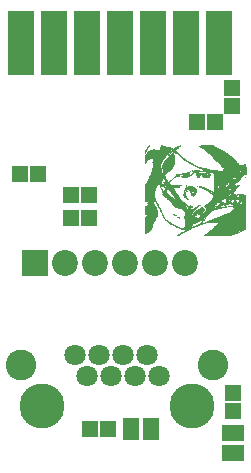
<source format=gbr>
G04 #@! TF.GenerationSoftware,KiCad,Pcbnew,no-vcs-found-835c19f~60~ubuntu16.04.1*
G04 #@! TF.CreationDate,2017-10-10T23:17:26+02:00*
G04 #@! TF.ProjectId,arcade_adapter,6172636164655F616461707465722E6B,rev?*
G04 #@! TF.SameCoordinates,Original*
G04 #@! TF.FileFunction,Soldermask,Bot*
G04 #@! TF.FilePolarity,Negative*
%FSLAX46Y46*%
G04 Gerber Fmt 4.6, Leading zero omitted, Abs format (unit mm)*
G04 Created by KiCad (PCBNEW no-vcs-found-835c19f~60~ubuntu16.04.1) date Tue Oct 10 23:17:26 2017*
%MOMM*%
%LPD*%
G01*
G04 APERTURE LIST*
%ADD10C,0.010000*%
%ADD11R,1.314400X1.466800*%
%ADD12R,1.466800X1.314400*%
%ADD13R,1.974800X1.466800*%
%ADD14R,1.466800X1.974800*%
%ADD15R,2.180000X5.480000*%
%ADD16C,1.800000*%
%ADD17C,3.800000*%
%ADD18C,2.600000*%
%ADD19R,2.200000X2.200000*%
%ADD20C,2.200000*%
G04 APERTURE END LIST*
D10*
G36*
X103597045Y-66825475D02*
X103601837Y-67180739D01*
X103727586Y-67027882D01*
X103776326Y-66969687D01*
X103818172Y-66921691D01*
X103848902Y-66888599D01*
X103864293Y-66875116D01*
X103864764Y-66875025D01*
X103882084Y-66865638D01*
X103915805Y-66841190D01*
X103953036Y-66811525D01*
X103995038Y-66778347D01*
X104028318Y-66759352D01*
X104064749Y-66750594D01*
X104116207Y-66748131D01*
X104144231Y-66748024D01*
X104226782Y-66750292D01*
X104282393Y-66758413D01*
X104315635Y-66774369D01*
X104331082Y-66800141D01*
X104333675Y-66830070D01*
X104328035Y-66868081D01*
X104309797Y-66884846D01*
X104294721Y-66888251D01*
X104257354Y-66893540D01*
X104290752Y-66916932D01*
X104317360Y-66944890D01*
X104322334Y-66970876D01*
X104304982Y-66986213D01*
X104296368Y-66987403D01*
X104281325Y-66991468D01*
X104288431Y-66996663D01*
X104302989Y-67016749D01*
X104308275Y-67048771D01*
X104304435Y-67079850D01*
X104286950Y-67087764D01*
X104268587Y-67085285D01*
X104237076Y-67085833D01*
X104231032Y-67101031D01*
X104250940Y-67125932D01*
X104263632Y-67135677D01*
X104298364Y-67160004D01*
X104262106Y-67418358D01*
X104246849Y-67519396D01*
X104229421Y-67622470D01*
X104211609Y-67717733D01*
X104195198Y-67795339D01*
X104189335Y-67819587D01*
X104168975Y-67884887D01*
X104135713Y-67974046D01*
X104091440Y-68082829D01*
X104038048Y-68207002D01*
X103977427Y-68342329D01*
X103911468Y-68484577D01*
X103842063Y-68629510D01*
X103771103Y-68772895D01*
X103712107Y-68888217D01*
X103593900Y-69115472D01*
X103593900Y-69753981D01*
X103593899Y-70392489D01*
X103690860Y-70395177D01*
X103767557Y-70403343D01*
X103823363Y-70421873D01*
X103854701Y-70448963D01*
X103858826Y-70479982D01*
X103859300Y-70509416D01*
X103866960Y-70520306D01*
X103871430Y-70535588D01*
X103861501Y-70545342D01*
X103849044Y-70560344D01*
X103858914Y-70568196D01*
X103872316Y-70584374D01*
X103865026Y-70603148D01*
X103844269Y-70611985D01*
X103834679Y-70610248D01*
X103817376Y-70606734D01*
X103826104Y-70620240D01*
X103828056Y-70622363D01*
X103843599Y-70647280D01*
X103845039Y-70678819D01*
X103831466Y-70724238D01*
X103808787Y-70776306D01*
X103785539Y-70823314D01*
X103766335Y-70848198D01*
X103742612Y-70857971D01*
X103707053Y-70859650D01*
X103669084Y-70859634D01*
X103640710Y-70862274D01*
X103620536Y-70871594D01*
X103607169Y-70891624D01*
X103599215Y-70926390D01*
X103595280Y-70979918D01*
X103593970Y-71056237D01*
X103593890Y-71159373D01*
X103593900Y-71186557D01*
X103593900Y-71494192D01*
X103665519Y-71512226D01*
X103718583Y-71533204D01*
X103745783Y-71565333D01*
X103748558Y-71612624D01*
X103728346Y-71679087D01*
X103726747Y-71683010D01*
X103701890Y-71732344D01*
X103673687Y-71759832D01*
X103645192Y-71771776D01*
X103593900Y-71786965D01*
X103593900Y-72450432D01*
X103594095Y-72592098D01*
X103594654Y-72723421D01*
X103595534Y-72841112D01*
X103596693Y-72941886D01*
X103598089Y-73022454D01*
X103599681Y-73079528D01*
X103601426Y-73109821D01*
X103602365Y-73113899D01*
X103620022Y-73107321D01*
X103657014Y-73090289D01*
X103693646Y-73072315D01*
X103811827Y-73003217D01*
X103930985Y-72916305D01*
X104037246Y-72821825D01*
X104049213Y-72809703D01*
X104083806Y-72772771D01*
X104109448Y-72740080D01*
X104129721Y-72704339D01*
X104148208Y-72658259D01*
X104168489Y-72594551D01*
X104188119Y-72527026D01*
X104220251Y-72402867D01*
X104239302Y-72301280D01*
X104244774Y-72232793D01*
X104246046Y-72178271D01*
X104252259Y-72145717D01*
X104267009Y-72125376D01*
X104290177Y-72109675D01*
X104355268Y-72057994D01*
X104422481Y-71980943D01*
X104487935Y-71884328D01*
X104547753Y-71773958D01*
X104598055Y-71655640D01*
X104603439Y-71640696D01*
X104635314Y-71504886D01*
X104640731Y-71359245D01*
X104621041Y-71209258D01*
X104577600Y-71060408D01*
X104511759Y-70918182D01*
X104424871Y-70788063D01*
X104380274Y-70736008D01*
X104339091Y-70687952D01*
X104308248Y-70645156D01*
X104293105Y-70615264D01*
X104292400Y-70610650D01*
X104297141Y-70578645D01*
X104309528Y-70526175D01*
X104326801Y-70462771D01*
X104346201Y-70397968D01*
X104364970Y-70341295D01*
X104380350Y-70302286D01*
X104383337Y-70296419D01*
X104392737Y-70285052D01*
X104403743Y-70287811D01*
X104419365Y-70308517D01*
X104442615Y-70350994D01*
X104470868Y-70407573D01*
X104503199Y-70471213D01*
X104546795Y-70553922D01*
X104597111Y-70647235D01*
X104649601Y-70742685D01*
X104679510Y-70796150D01*
X104726482Y-70881455D01*
X104783343Y-70987832D01*
X104846175Y-71107762D01*
X104911061Y-71233725D01*
X104974080Y-71358203D01*
X105010405Y-71431150D01*
X105086208Y-71581584D01*
X105153267Y-71707169D01*
X105214799Y-71812464D01*
X105274022Y-71902031D01*
X105334152Y-71980430D01*
X105398407Y-72052223D01*
X105470003Y-72121969D01*
X105543351Y-72186741D01*
X105585574Y-72221813D01*
X105626326Y-72252882D01*
X105669564Y-72282066D01*
X105719245Y-72311484D01*
X105779325Y-72343254D01*
X105853762Y-72379493D01*
X105946513Y-72422321D01*
X106061534Y-72473856D01*
X106165650Y-72519870D01*
X106267543Y-72565137D01*
X106373279Y-72612776D01*
X106474009Y-72658755D01*
X106560880Y-72699042D01*
X106610150Y-72722391D01*
X106683584Y-72757092D01*
X106737804Y-72780035D01*
X106781981Y-72793682D01*
X106825288Y-72800491D01*
X106876900Y-72802923D01*
X106911775Y-72803284D01*
X107042116Y-72793674D01*
X107159827Y-72762059D01*
X107267749Y-72706538D01*
X107368720Y-72625210D01*
X107465581Y-72516174D01*
X107561170Y-72377530D01*
X107570587Y-72362260D01*
X107618212Y-72284338D01*
X107806811Y-72230601D01*
X107908287Y-72199036D01*
X108009074Y-72162944D01*
X108103095Y-72124929D01*
X108184271Y-72087591D01*
X108246521Y-72053535D01*
X108282054Y-72027136D01*
X108305020Y-72009533D01*
X108331644Y-72006794D01*
X108373336Y-72016967D01*
X108412286Y-72032403D01*
X108434092Y-72048354D01*
X108435775Y-72052804D01*
X108426080Y-72082995D01*
X108400490Y-72129314D01*
X108364246Y-72184196D01*
X108322590Y-72240076D01*
X108280764Y-72289390D01*
X108252213Y-72317712D01*
X108203607Y-72354175D01*
X108154351Y-72381275D01*
X108127469Y-72390304D01*
X108077820Y-72403690D01*
X108004197Y-72429004D01*
X107911189Y-72464312D01*
X107803388Y-72507681D01*
X107685383Y-72557176D01*
X107561764Y-72610866D01*
X107437122Y-72666815D01*
X107316047Y-72723090D01*
X107203129Y-72777759D01*
X107178789Y-72789905D01*
X107093429Y-72834150D01*
X106998395Y-72885750D01*
X106897424Y-72942441D01*
X106794253Y-73001958D01*
X106692620Y-73062037D01*
X106596263Y-73120412D01*
X106508917Y-73174819D01*
X106434322Y-73222992D01*
X106376213Y-73262667D01*
X106338330Y-73291578D01*
X106324408Y-73307462D01*
X106324399Y-73307673D01*
X106336559Y-73321272D01*
X106370889Y-73316966D01*
X106424164Y-73295906D01*
X106493159Y-73259245D01*
X106540258Y-73230559D01*
X106668161Y-73151890D01*
X106816364Y-73064964D01*
X106978179Y-72973394D01*
X107146920Y-72880795D01*
X107315901Y-72790780D01*
X107478434Y-72706963D01*
X107627834Y-72632958D01*
X107757412Y-72572380D01*
X107761087Y-72570735D01*
X107816947Y-72547460D01*
X107897693Y-72516127D01*
X107998055Y-72478609D01*
X108112763Y-72436779D01*
X108236545Y-72392511D01*
X108364130Y-72347675D01*
X108490249Y-72304146D01*
X108609631Y-72263796D01*
X108717004Y-72228497D01*
X108785025Y-72206918D01*
X108878571Y-72180640D01*
X108963327Y-72164147D01*
X109047536Y-72157115D01*
X109139445Y-72159216D01*
X109247296Y-72170127D01*
X109348587Y-72184666D01*
X109532051Y-72202250D01*
X109724022Y-72201076D01*
X109882009Y-72185180D01*
X109901747Y-72183804D01*
X109891218Y-72190024D01*
X109852618Y-72203013D01*
X109797450Y-72223173D01*
X109773109Y-72239528D01*
X109779785Y-72251771D01*
X109817668Y-72259594D01*
X109817843Y-72259612D01*
X109836593Y-72262503D01*
X109844393Y-72268621D01*
X109838547Y-72281302D01*
X109816358Y-72303883D01*
X109775130Y-72339700D01*
X109712166Y-72392089D01*
X109707973Y-72395556D01*
X109647817Y-72444585D01*
X109596310Y-72485258D01*
X109558404Y-72513756D01*
X109539055Y-72526263D01*
X109538008Y-72526525D01*
X109520952Y-72534331D01*
X109488382Y-72558511D01*
X109439005Y-72600203D01*
X109371529Y-72660547D01*
X109284660Y-72740682D01*
X109177105Y-72841748D01*
X109134275Y-72882334D01*
X109049509Y-72961171D01*
X108963175Y-73038576D01*
X108880949Y-73109664D01*
X108808508Y-73169556D01*
X108751528Y-73213366D01*
X108739737Y-73221664D01*
X108607136Y-73312337D01*
X109694101Y-73316415D01*
X110781067Y-73320492D01*
X110874452Y-73264258D01*
X110946614Y-73225886D01*
X111023124Y-73193504D01*
X111093936Y-73170829D01*
X111149005Y-73161574D01*
X111152247Y-73161525D01*
X111176731Y-73156696D01*
X111225069Y-73143427D01*
X111291068Y-73123542D01*
X111368536Y-73098865D01*
X111399397Y-73088709D01*
X111677550Y-72983177D01*
X111932845Y-72858585D01*
X112007650Y-72815993D01*
X112110837Y-72755141D01*
X112114894Y-71376149D01*
X112115576Y-71134696D01*
X112116086Y-70922990D01*
X112116391Y-70739030D01*
X112116457Y-70580814D01*
X112116251Y-70446340D01*
X112115737Y-70333605D01*
X112114884Y-70240607D01*
X112113656Y-70165345D01*
X112112020Y-70105817D01*
X112109942Y-70060020D01*
X112107389Y-70025953D01*
X112104326Y-70001614D01*
X112100720Y-69985000D01*
X112096536Y-69974109D01*
X112091742Y-69966940D01*
X112091081Y-69966187D01*
X112050450Y-69931412D01*
X111994535Y-69896097D01*
X111934370Y-69866028D01*
X111880987Y-69846995D01*
X111876681Y-69846333D01*
X111876681Y-70335783D01*
X111893061Y-70346872D01*
X111894242Y-70381546D01*
X111880254Y-70441881D01*
X111878404Y-70448133D01*
X111843913Y-70522794D01*
X111791447Y-70587999D01*
X111728012Y-70637577D01*
X111660613Y-70665360D01*
X111627462Y-70669150D01*
X111599466Y-70656206D01*
X111585001Y-70622454D01*
X111583454Y-70575512D01*
X111594215Y-70522999D01*
X111616673Y-70472534D01*
X111646226Y-70435304D01*
X111679569Y-70412573D01*
X111730448Y-70386420D01*
X111787664Y-70361681D01*
X111840018Y-70343190D01*
X111876313Y-70335784D01*
X111876681Y-70335783D01*
X111876681Y-69846333D01*
X111856837Y-69843280D01*
X111814975Y-69837580D01*
X111758841Y-69823670D01*
X111721900Y-69811900D01*
X111618837Y-69785689D01*
X111526389Y-69785466D01*
X111467913Y-69802453D01*
X111467913Y-69827775D01*
X111494878Y-69839277D01*
X111530231Y-69868844D01*
X111567812Y-69909067D01*
X111601462Y-69952536D01*
X111625022Y-69991842D01*
X111632333Y-70019575D01*
X111630893Y-70023843D01*
X111611355Y-70030523D01*
X111575472Y-70027880D01*
X111574575Y-70027703D01*
X111533778Y-70026498D01*
X111477902Y-70032869D01*
X111477902Y-70224650D01*
X111553983Y-70226777D01*
X111601262Y-70234672D01*
X111622498Y-70250607D01*
X111620447Y-70276853D01*
X111597865Y-70315680D01*
X111594386Y-70320620D01*
X111569572Y-70360794D01*
X111540313Y-70415571D01*
X111522183Y-70453171D01*
X111482243Y-70540412D01*
X111515866Y-70606319D01*
X111537169Y-70653413D01*
X111539849Y-70677828D01*
X111523274Y-70683045D01*
X111502827Y-70678096D01*
X111464566Y-70655872D01*
X111417876Y-70614080D01*
X111367760Y-70559207D01*
X111319222Y-70497741D01*
X111277265Y-70436171D01*
X111246893Y-70380983D01*
X111233109Y-70338666D01*
X111233093Y-70328339D01*
X111252631Y-70295088D01*
X111296766Y-70265163D01*
X111358346Y-70241592D01*
X111430220Y-70227406D01*
X111477902Y-70224650D01*
X111477902Y-70032869D01*
X111476197Y-70033064D01*
X111423927Y-70043746D01*
X111368674Y-70056947D01*
X111335010Y-70061632D01*
X111313827Y-70057399D01*
X111296018Y-70043846D01*
X111289896Y-70037826D01*
X111269243Y-70013685D01*
X111268888Y-69993217D01*
X111285506Y-69964681D01*
X111316297Y-69928515D01*
X111359742Y-69889903D01*
X111406591Y-69855789D01*
X111447589Y-69833117D01*
X111467913Y-69827775D01*
X111467913Y-69802453D01*
X111436403Y-69811607D01*
X111404816Y-69826622D01*
X111317920Y-69871597D01*
X111269879Y-69835775D01*
X111180461Y-69787496D01*
X111083738Y-69769860D01*
X111079255Y-69770149D01*
X111079255Y-69911285D01*
X111094193Y-69912905D01*
X111111262Y-69938687D01*
X111115826Y-69946837D01*
X111127932Y-69978852D01*
X111133570Y-70013475D01*
X111131983Y-70039605D01*
X111122618Y-70046244D01*
X111063609Y-70016161D01*
X111031700Y-69992642D01*
X111024243Y-69971155D01*
X111038591Y-69947166D01*
X111055247Y-69930874D01*
X111079255Y-69911285D01*
X111079255Y-69770149D01*
X111027907Y-69773465D01*
X110983788Y-69780027D01*
X110983788Y-69859525D01*
X111013630Y-69870749D01*
X111025158Y-69898262D01*
X111018935Y-69932822D01*
X111006112Y-69950549D01*
X111006112Y-70177025D01*
X111053863Y-70187017D01*
X111084766Y-70218899D01*
X111100692Y-70275524D01*
X111103890Y-70326329D01*
X111106682Y-70383805D01*
X111112743Y-70432104D01*
X111118650Y-70454837D01*
X111131069Y-70490578D01*
X111124175Y-70511348D01*
X111093163Y-70530417D01*
X111090868Y-70531576D01*
X111012571Y-70560886D01*
X110947750Y-70562319D01*
X110894338Y-70535682D01*
X110870766Y-70511153D01*
X110853090Y-70471590D01*
X110843204Y-70415480D01*
X110841971Y-70356363D01*
X110850250Y-70307778D01*
X110856926Y-70293533D01*
X110899320Y-70241109D01*
X110947144Y-70200684D01*
X110991799Y-70178972D01*
X111006112Y-70177025D01*
X111006112Y-69950549D01*
X110995523Y-69965189D01*
X110976563Y-69978179D01*
X110931387Y-69994700D01*
X110894836Y-70000272D01*
X110894836Y-70084359D01*
X110911839Y-70085877D01*
X110906104Y-70109050D01*
X110878222Y-70154623D01*
X110840837Y-70207073D01*
X110799270Y-70267411D01*
X110777104Y-70313460D01*
X110772351Y-70354395D01*
X110783025Y-70399394D01*
X110793420Y-70426034D01*
X110806904Y-70464326D01*
X110810763Y-70488541D01*
X110809699Y-70491267D01*
X110793982Y-70486819D01*
X110767800Y-70469185D01*
X110767800Y-70566787D01*
X110922585Y-70643648D01*
X110998802Y-70680067D01*
X111057012Y-70703535D01*
X111106680Y-70717017D01*
X111157271Y-70723479D01*
X111181666Y-70724838D01*
X111247613Y-70731240D01*
X111310679Y-70743342D01*
X111347306Y-70754799D01*
X111384372Y-70774295D01*
X111427621Y-70802648D01*
X111469689Y-70834163D01*
X111503215Y-70863144D01*
X111520833Y-70883899D01*
X111521372Y-70889418D01*
X111505386Y-70887728D01*
X111470406Y-70876491D01*
X111452474Y-70869619D01*
X111358586Y-70840990D01*
X111238666Y-70818882D01*
X111097884Y-70803961D01*
X110941412Y-70796889D01*
X110882414Y-70796393D01*
X110798222Y-70797520D01*
X110724261Y-70800452D01*
X110666873Y-70804794D01*
X110632402Y-70810146D01*
X110626525Y-70812432D01*
X110624552Y-70820637D01*
X110649963Y-70825445D01*
X110704575Y-70827113D01*
X110729712Y-70827014D01*
X110867440Y-70837425D01*
X111003334Y-70869230D01*
X111125025Y-70919421D01*
X111137257Y-70926072D01*
X111182874Y-70955657D01*
X111198630Y-70978123D01*
X111184943Y-70995892D01*
X111151595Y-71008790D01*
X111117635Y-71023344D01*
X111102615Y-71038662D01*
X111110560Y-71048963D01*
X111122618Y-71050420D01*
X111121121Y-71057636D01*
X111097290Y-71076134D01*
X111063087Y-71097775D01*
X110983712Y-71144858D01*
X111039275Y-71145700D01*
X111094837Y-71146541D01*
X111050892Y-71182516D01*
X110994942Y-71222148D01*
X110914913Y-71270380D01*
X110816385Y-71324488D01*
X110704941Y-71381747D01*
X110586161Y-71439431D01*
X110465628Y-71494814D01*
X110348923Y-71545172D01*
X110241627Y-71587780D01*
X110166150Y-71614509D01*
X110105621Y-71635587D01*
X110057860Y-71654478D01*
X110030032Y-71668244D01*
X110025920Y-71671989D01*
X110007675Y-71683856D01*
X109996943Y-71685150D01*
X109969484Y-71691159D01*
X109920992Y-71707130D01*
X109859154Y-71729974D01*
X109791656Y-71756605D01*
X109726182Y-71783936D01*
X109670420Y-71808880D01*
X109632055Y-71828349D01*
X109620237Y-71836455D01*
X109599719Y-71851769D01*
X109592401Y-71852234D01*
X109574353Y-71852976D01*
X109536943Y-71863200D01*
X109489791Y-71879430D01*
X109442519Y-71898185D01*
X109404748Y-71915988D01*
X109389709Y-71925516D01*
X109355679Y-71942048D01*
X109311197Y-71951284D01*
X109263091Y-71961136D01*
X109207960Y-71980487D01*
X109193553Y-71987003D01*
X109149339Y-72006186D01*
X109114856Y-72017360D01*
X109106610Y-72018525D01*
X109074719Y-72025569D01*
X109024945Y-72043833D01*
X108966641Y-72069013D01*
X108912025Y-72095418D01*
X108912025Y-72129650D01*
X108925091Y-72135458D01*
X108922608Y-72140233D01*
X108903768Y-72142133D01*
X108901441Y-72140233D01*
X108903620Y-72130795D01*
X108912025Y-72129650D01*
X108912025Y-72095418D01*
X108909158Y-72096805D01*
X108861850Y-72122903D01*
X108834067Y-72143005D01*
X108832650Y-72144609D01*
X108806537Y-72161673D01*
X108753087Y-72184217D01*
X108675958Y-72210853D01*
X108586698Y-72237933D01*
X108508031Y-72260307D01*
X108441173Y-72278825D01*
X108391567Y-72292018D01*
X108364659Y-72298418D01*
X108361424Y-72298716D01*
X108368765Y-72285099D01*
X108391058Y-72248506D01*
X108425997Y-72192612D01*
X108471273Y-72121090D01*
X108524578Y-72037612D01*
X108566026Y-71973109D01*
X108693234Y-71783455D01*
X108814362Y-71621043D01*
X108933366Y-71482992D01*
X109054202Y-71366422D01*
X109180829Y-71268454D01*
X109317201Y-71186208D01*
X109467277Y-71116803D01*
X109635013Y-71057360D01*
X109824365Y-71004998D01*
X109930185Y-70980170D01*
X110011085Y-70962646D01*
X110088347Y-70946865D01*
X110152340Y-70934742D01*
X110188587Y-70928814D01*
X110234386Y-70919675D01*
X110265651Y-70908147D01*
X110272031Y-70902916D01*
X110272019Y-70896596D01*
X110259692Y-70893922D01*
X110231489Y-70895260D01*
X110183846Y-70900977D01*
X110113199Y-70911440D01*
X110015986Y-70927016D01*
X109979257Y-70933045D01*
X109913392Y-70943085D01*
X109858976Y-70949868D01*
X109823866Y-70952487D01*
X109815834Y-70951898D01*
X109821946Y-70941202D01*
X109849792Y-70915493D01*
X109895275Y-70878222D01*
X109954297Y-70832839D01*
X109978914Y-70814558D01*
X110050021Y-70762489D01*
X110101091Y-70726626D01*
X110137644Y-70704334D01*
X110165201Y-70692982D01*
X110189281Y-70689936D01*
X110215405Y-70692563D01*
X110229650Y-70694955D01*
X110278849Y-70702534D01*
X110322054Y-70705851D01*
X110364662Y-70703735D01*
X110412069Y-70695016D01*
X110469675Y-70678524D01*
X110542875Y-70653087D01*
X110637069Y-70617536D01*
X110701131Y-70592721D01*
X110767800Y-70566787D01*
X110767800Y-70469185D01*
X110763296Y-70466151D01*
X110725093Y-70435525D01*
X110686824Y-70401201D01*
X110655942Y-70369440D01*
X110641481Y-70349933D01*
X110637467Y-70310476D01*
X110659635Y-70262356D01*
X110705074Y-70209617D01*
X110770870Y-70156306D01*
X110790248Y-70143305D01*
X110854503Y-70103750D01*
X110894836Y-70084359D01*
X110894836Y-70000272D01*
X110883871Y-70001944D01*
X110843500Y-69999799D01*
X110819759Y-69988150D01*
X110817025Y-69980083D01*
X110829419Y-69960575D01*
X110860539Y-69932336D01*
X110901294Y-69901941D01*
X110942591Y-69875962D01*
X110975338Y-69860972D01*
X110983788Y-69859525D01*
X110983788Y-69780027D01*
X110951962Y-69784762D01*
X111018297Y-69712603D01*
X111079281Y-69642204D01*
X111137784Y-69567449D01*
X111188640Y-69495549D01*
X111226687Y-69433718D01*
X111244131Y-69397170D01*
X111280094Y-69307742D01*
X111312918Y-69244190D01*
X111345754Y-69201268D01*
X111376486Y-69176806D01*
X111416999Y-69155969D01*
X111449764Y-69145498D01*
X111453611Y-69145209D01*
X111480246Y-69136833D01*
X111517139Y-69115965D01*
X111555723Y-69088869D01*
X111587431Y-69061805D01*
X111603696Y-69041037D01*
X111603736Y-69035480D01*
X111585936Y-69033829D01*
X111545212Y-69040630D01*
X111488831Y-69054498D01*
X111458766Y-69063130D01*
X111322044Y-69104124D01*
X111235817Y-69058979D01*
X111171650Y-69019421D01*
X111120486Y-68976488D01*
X111091861Y-68941899D01*
X111091861Y-69305637D01*
X111125717Y-69309838D01*
X111134898Y-69320492D01*
X111121065Y-69337926D01*
X111085884Y-69362467D01*
X111064449Y-69375378D01*
X111028130Y-69390776D01*
X111028130Y-69631463D01*
X111033007Y-69635586D01*
X111026552Y-69648575D01*
X111019088Y-69659485D01*
X110993657Y-69691333D01*
X110952317Y-69738722D01*
X110901395Y-69794531D01*
X110861138Y-69837197D01*
X110738042Y-69965683D01*
X110652397Y-69924510D01*
X110604406Y-69899217D01*
X110582518Y-69880965D01*
X110582873Y-69866301D01*
X110584750Y-69864042D01*
X110604474Y-69850402D01*
X110647226Y-69825290D01*
X110707748Y-69791654D01*
X110780782Y-69752442D01*
X110828345Y-69727503D01*
X110912028Y-69684225D01*
X110970988Y-69654589D01*
X111008573Y-69637399D01*
X111028130Y-69631463D01*
X111028130Y-69390776D01*
X110954158Y-69422139D01*
X110833181Y-69441505D01*
X110707360Y-69433191D01*
X110586837Y-69398663D01*
X110539212Y-69379490D01*
X110578900Y-69366284D01*
X110609347Y-69359457D01*
X110663936Y-69350319D01*
X110735246Y-69340006D01*
X110815855Y-69329655D01*
X110825602Y-69328488D01*
X110943467Y-69315289D01*
X111031666Y-69307563D01*
X111091861Y-69305637D01*
X111091861Y-68941899D01*
X111085854Y-68934640D01*
X111071279Y-68898336D01*
X111080290Y-68872035D01*
X111085109Y-68868444D01*
X111106601Y-68862216D01*
X111150925Y-68853528D01*
X111209427Y-68844032D01*
X111224015Y-68841902D01*
X111288055Y-68830750D01*
X111343220Y-68817579D01*
X111379055Y-68804953D01*
X111382454Y-68803056D01*
X111413240Y-68776385D01*
X111457533Y-68728074D01*
X111511449Y-68663043D01*
X111571103Y-68586216D01*
X111632610Y-68502513D01*
X111692086Y-68416856D01*
X111717067Y-68379116D01*
X111793376Y-68273423D01*
X111868772Y-68194607D01*
X111948336Y-68138366D01*
X112037149Y-68100398D01*
X112051306Y-68096093D01*
X112118775Y-68076499D01*
X112118775Y-67658324D01*
X112118467Y-67546837D01*
X112117601Y-67446547D01*
X112116259Y-67361595D01*
X112114527Y-67296120D01*
X112112487Y-67254265D01*
X112110309Y-67240150D01*
X112092494Y-67246711D01*
X112055942Y-67263539D01*
X112026966Y-67277784D01*
X111965546Y-67305753D01*
X111893087Y-67334396D01*
X111818073Y-67360849D01*
X111748985Y-67382244D01*
X111694307Y-67395716D01*
X111689967Y-67396252D01*
X111689967Y-67803492D01*
X111698934Y-67804669D01*
X111743317Y-67813787D01*
X111764127Y-67827104D01*
X111769514Y-67850054D01*
X111769525Y-67851728D01*
X111757227Y-67887311D01*
X111726145Y-67924622D01*
X111722828Y-67927495D01*
X111679423Y-67954271D01*
X111621789Y-67977997D01*
X111591859Y-67986566D01*
X111528752Y-68003527D01*
X111481909Y-68020335D01*
X111456797Y-68034756D01*
X111455241Y-68042408D01*
X111472461Y-68041474D01*
X111508295Y-68031937D01*
X111522338Y-68027318D01*
X111573255Y-68015268D01*
X111615172Y-68014930D01*
X111639551Y-68025806D01*
X111642525Y-68034340D01*
X111628810Y-68056293D01*
X111592476Y-68085384D01*
X111540735Y-68117884D01*
X111480800Y-68150065D01*
X111419885Y-68178199D01*
X111365203Y-68198559D01*
X111323966Y-68207416D01*
X111310043Y-68206176D01*
X111308875Y-68191962D01*
X111326913Y-68161172D01*
X111348500Y-68133846D01*
X111386762Y-68083081D01*
X111419393Y-68029572D01*
X111430176Y-68007093D01*
X111480767Y-67911466D01*
X111541203Y-67845452D01*
X111611073Y-67809357D01*
X111689967Y-67803492D01*
X111689967Y-67396252D01*
X111668538Y-67398900D01*
X111633243Y-67387816D01*
X111588020Y-67352980D01*
X111550856Y-67315556D01*
X111511757Y-67273571D01*
X111457255Y-67215067D01*
X111393597Y-67146749D01*
X111327032Y-67075320D01*
X111303106Y-67049650D01*
X111256686Y-67001880D01*
X111256686Y-68264661D01*
X111293939Y-68275839D01*
X111309225Y-68281845D01*
X111346900Y-68301088D01*
X111366566Y-68319478D01*
X111367357Y-68325606D01*
X111348767Y-68339055D01*
X111340145Y-68338580D01*
X111313705Y-68333887D01*
X111267636Y-68327014D01*
X111235935Y-68322673D01*
X111235935Y-68361894D01*
X111286866Y-68368889D01*
X111308332Y-68385297D01*
X111309150Y-68390590D01*
X111300757Y-68415478D01*
X111279940Y-68452656D01*
X111273431Y-68462519D01*
X111235034Y-68512782D01*
X111200892Y-68537724D01*
X111162508Y-68539086D01*
X111111381Y-68518609D01*
X111080639Y-68501995D01*
X110987067Y-68449380D01*
X111029763Y-68409811D01*
X111073683Y-68380857D01*
X111132208Y-68366434D01*
X111155085Y-68364232D01*
X111235935Y-68361894D01*
X111235935Y-68322673D01*
X111231004Y-68321997D01*
X111142462Y-68310295D01*
X111193471Y-68283117D01*
X111228305Y-68267031D01*
X111256686Y-68264661D01*
X111256686Y-67001880D01*
X111125067Y-66866430D01*
X110977974Y-66729205D01*
X110977974Y-68494275D01*
X111017025Y-68501861D01*
X111058331Y-68520420D01*
X111090645Y-68543653D01*
X111102775Y-68564176D01*
X111091326Y-68592282D01*
X111082931Y-68600670D01*
X111058758Y-68614295D01*
X111014918Y-68635251D01*
X110963868Y-68657722D01*
X110864650Y-68699742D01*
X110864650Y-68645851D01*
X110875062Y-68597017D01*
X110901491Y-68549086D01*
X110936724Y-68511705D01*
X110973549Y-68494522D01*
X110977974Y-68494275D01*
X110977974Y-66729205D01*
X110948697Y-66701891D01*
X110762615Y-66545768D01*
X110660527Y-66466688D01*
X110660527Y-68798019D01*
X110680632Y-68811284D01*
X110688522Y-68818352D01*
X110716876Y-68864225D01*
X110720137Y-68924580D01*
X110698596Y-68994827D01*
X110674499Y-69038854D01*
X110645475Y-69079917D01*
X110620622Y-69106992D01*
X110609315Y-69113400D01*
X110586901Y-69122538D01*
X110551055Y-69145620D01*
X110533559Y-69158727D01*
X110498933Y-69184306D01*
X110498933Y-69953034D01*
X110530977Y-70005498D01*
X110550594Y-70040477D01*
X110553325Y-70059992D01*
X110539930Y-70074976D01*
X110536013Y-70077925D01*
X110495587Y-70090464D01*
X110452671Y-70087746D01*
X110411767Y-70079099D01*
X110385419Y-70071210D01*
X110383660Y-70070339D01*
X110381491Y-70054257D01*
X110403582Y-70026272D01*
X110446678Y-69990328D01*
X110454162Y-69984913D01*
X110498933Y-69953034D01*
X110498933Y-69184306D01*
X110490157Y-69190790D01*
X110451100Y-69216518D01*
X110441196Y-69222142D01*
X110417389Y-69230948D01*
X110402681Y-69220824D01*
X110388749Y-69185894D01*
X110388418Y-69184893D01*
X110379155Y-69146328D01*
X110382719Y-69112089D01*
X110401061Y-69067778D01*
X110405530Y-69058728D01*
X110439370Y-69003089D01*
X110481028Y-68949967D01*
X110494027Y-68936410D01*
X110547150Y-68884921D01*
X110547150Y-68944535D01*
X110550736Y-68982300D01*
X110560310Y-68995330D01*
X110563025Y-68994337D01*
X110573832Y-68973191D01*
X110578855Y-68934854D01*
X110578900Y-68930785D01*
X110593612Y-68868752D01*
X110617085Y-68832652D01*
X110643223Y-68804366D01*
X110660527Y-68798019D01*
X110660527Y-66466688D01*
X110634462Y-66446497D01*
X110493465Y-66342778D01*
X110367637Y-66256283D01*
X110249265Y-66182228D01*
X110130633Y-66115829D01*
X110004029Y-66052301D01*
X109982182Y-66041926D01*
X109899722Y-66001892D01*
X109800350Y-65951893D01*
X109694868Y-65897460D01*
X109594078Y-65844122D01*
X109563277Y-65827480D01*
X109329326Y-65700275D01*
X108771425Y-65700275D01*
X108619897Y-65700461D01*
X108497326Y-65701092D01*
X108400924Y-65702276D01*
X108327901Y-65704120D01*
X108275466Y-65706731D01*
X108240830Y-65710217D01*
X108221203Y-65714685D01*
X108213794Y-65720244D01*
X108213525Y-65721787D01*
X108225768Y-65740607D01*
X108258137Y-65770692D01*
X108304085Y-65806081D01*
X108312743Y-65812173D01*
X108414973Y-65884192D01*
X108516863Y-65957888D01*
X108613495Y-66029552D01*
X108699952Y-66095473D01*
X108771315Y-66151943D01*
X108822666Y-66195251D01*
X108832391Y-66204139D01*
X108874236Y-66241200D01*
X108909787Y-66268814D01*
X108927900Y-66279430D01*
X108943853Y-66292203D01*
X108979429Y-66325323D01*
X109032150Y-66376339D01*
X109099541Y-66442802D01*
X109179124Y-66522263D01*
X109268422Y-66612271D01*
X109364959Y-66710378D01*
X109404150Y-66750423D01*
X109547333Y-66896908D01*
X109670409Y-67022613D01*
X109775449Y-67129478D01*
X109864522Y-67219447D01*
X109939698Y-67294458D01*
X110003048Y-67356455D01*
X110056640Y-67407377D01*
X110102546Y-67449166D01*
X110142836Y-67483764D01*
X110179578Y-67513111D01*
X110214844Y-67539148D01*
X110250703Y-67563818D01*
X110289225Y-67589060D01*
X110318470Y-67607845D01*
X110374564Y-67644797D01*
X110418983Y-67676011D01*
X110445936Y-67697305D01*
X110451345Y-67703789D01*
X110438480Y-67705856D01*
X110405339Y-67698090D01*
X110386404Y-67691883D01*
X110370883Y-67686980D01*
X110370883Y-70147455D01*
X110405940Y-70155060D01*
X110440106Y-70177600D01*
X110448528Y-70184561D01*
X110484515Y-70218038D01*
X110497040Y-70243848D01*
X110488596Y-70272612D01*
X110474584Y-70295581D01*
X110458629Y-70332356D01*
X110466646Y-70365416D01*
X110478381Y-70403143D01*
X110483630Y-70451255D01*
X110483650Y-70454027D01*
X110478270Y-70496699D01*
X110456392Y-70525620D01*
X110432056Y-70542323D01*
X110390080Y-70563259D01*
X110354365Y-70573607D01*
X110350387Y-70573840D01*
X110327922Y-70567752D01*
X110284113Y-70551574D01*
X110226460Y-70528490D01*
X110162460Y-70501686D01*
X110099614Y-70474345D01*
X110045418Y-70449653D01*
X110007373Y-70430793D01*
X109994095Y-70422529D01*
X109998450Y-70407724D01*
X110016155Y-70377834D01*
X110019601Y-70372741D01*
X110050312Y-70326443D01*
X110076444Y-70284919D01*
X110118671Y-70238696D01*
X110182033Y-70196893D01*
X110255944Y-70165341D01*
X110319902Y-70150845D01*
X110370883Y-70147455D01*
X110370883Y-67686980D01*
X110340984Y-67677533D01*
X110306152Y-67669438D01*
X110299091Y-67668775D01*
X110278830Y-67675488D01*
X110283904Y-67691609D01*
X110311902Y-67711106D01*
X110316962Y-67713511D01*
X110346092Y-67730972D01*
X110356650Y-67744578D01*
X110343616Y-67754001D01*
X110317008Y-67756221D01*
X110317008Y-69986525D01*
X110348840Y-69994249D01*
X110353291Y-70016490D01*
X110330450Y-70051848D01*
X110311503Y-70071463D01*
X110277223Y-70095949D01*
X110235012Y-70115334D01*
X110193818Y-70127067D01*
X110162590Y-70128595D01*
X110150275Y-70117449D01*
X110162746Y-70093113D01*
X110194141Y-70060813D01*
X110235428Y-70027640D01*
X110277576Y-70000684D01*
X110311557Y-69987037D01*
X110317008Y-69986525D01*
X110317008Y-67756221D01*
X110314300Y-67756447D01*
X110283379Y-67751981D01*
X110268008Y-67744181D01*
X110238808Y-67732482D01*
X110205843Y-67738607D01*
X110187538Y-67756678D01*
X110190308Y-67785430D01*
X110207690Y-67813697D01*
X110237205Y-67846311D01*
X110023084Y-67837170D01*
X109914164Y-67832012D01*
X109801779Y-67825792D01*
X109690981Y-67818880D01*
X109674025Y-67817703D01*
X109674025Y-68950539D01*
X109839975Y-69123250D01*
X109897741Y-69183709D01*
X109946860Y-69235765D01*
X109983497Y-69275303D01*
X110003818Y-69298207D01*
X110006663Y-69302142D01*
X109992981Y-69304041D01*
X109957281Y-69302014D01*
X109931136Y-69299290D01*
X109918049Y-69296872D01*
X109918049Y-70182006D01*
X109918847Y-70182290D01*
X109940430Y-70204608D01*
X109941887Y-70240218D01*
X109924617Y-70279074D01*
X109902063Y-70302879D01*
X109863232Y-70326931D01*
X109827565Y-70342588D01*
X109827565Y-70452360D01*
X109884673Y-70456757D01*
X109930179Y-70474568D01*
X109956351Y-70503508D01*
X109959775Y-70520734D01*
X109952939Y-70545852D01*
X109935137Y-70588983D01*
X109913650Y-70633883D01*
X109868005Y-70707313D01*
X109813157Y-70770249D01*
X109754566Y-70818370D01*
X109697692Y-70847357D01*
X109647996Y-70852888D01*
X109639473Y-70850823D01*
X109615219Y-70851288D01*
X109610525Y-70861614D01*
X109602760Y-70866827D01*
X109585534Y-70850777D01*
X109567914Y-70830619D01*
X109565469Y-70836993D01*
X109571051Y-70859650D01*
X109583188Y-70914457D01*
X109581719Y-70946334D01*
X109564252Y-70962051D01*
X109532814Y-70967983D01*
X109488878Y-70965661D01*
X109465589Y-70952108D01*
X109459242Y-70926993D01*
X109454467Y-70879447D01*
X109452121Y-70818783D01*
X109452018Y-70805069D01*
X109453487Y-70735766D01*
X109459534Y-70688186D01*
X109472130Y-70652409D01*
X109487493Y-70626724D01*
X109520853Y-70584420D01*
X109545689Y-70565594D01*
X109559062Y-70571342D01*
X109558523Y-70600283D01*
X109559731Y-70641478D01*
X109571418Y-70664061D01*
X109588836Y-70674939D01*
X109600397Y-70659074D01*
X109603677Y-70649354D01*
X109635944Y-70580958D01*
X109683986Y-70519988D01*
X109739378Y-70476047D01*
X109766588Y-70463661D01*
X109827565Y-70452360D01*
X109827565Y-70342588D01*
X109815950Y-70347687D01*
X109770376Y-70361718D01*
X109736667Y-70365595D01*
X109726767Y-70362058D01*
X109729480Y-70344531D01*
X109749337Y-70312476D01*
X109780494Y-70273268D01*
X109817107Y-70234282D01*
X109852298Y-70203659D01*
X109888280Y-70184824D01*
X109918049Y-70182006D01*
X109918049Y-69296872D01*
X109867929Y-69287609D01*
X109804525Y-69269655D01*
X109789492Y-69264097D01*
X109731831Y-69225814D01*
X109694180Y-69164532D01*
X109675999Y-69079164D01*
X109674025Y-69031648D01*
X109674025Y-68950539D01*
X109674025Y-67817703D01*
X109586824Y-67811646D01*
X109494362Y-67804460D01*
X109418648Y-67797692D01*
X109364735Y-67791711D01*
X109338162Y-67787047D01*
X109305262Y-67780173D01*
X109257206Y-67773810D01*
X109242247Y-67772374D01*
X109194677Y-67765055D01*
X109129060Y-67750869D01*
X109057619Y-67732530D01*
X109039025Y-67727250D01*
X108937887Y-67699324D01*
X108818188Y-67668587D01*
X108689974Y-67637426D01*
X108563296Y-67608227D01*
X108448202Y-67583378D01*
X108364337Y-67566979D01*
X108291514Y-67552387D01*
X108219305Y-67535594D01*
X108162539Y-67520065D01*
X108159396Y-67519073D01*
X108096958Y-67494655D01*
X108011501Y-67454544D01*
X107906417Y-67400672D01*
X107785098Y-67334969D01*
X107650934Y-67259365D01*
X107507318Y-67175793D01*
X107357640Y-67086181D01*
X107205292Y-66992460D01*
X107053666Y-66896563D01*
X106965004Y-66839146D01*
X106877085Y-66779696D01*
X106799166Y-66721945D01*
X106723750Y-66659662D01*
X106643339Y-66586620D01*
X106550437Y-66496587D01*
X106538550Y-66484799D01*
X106457183Y-66402912D01*
X106380044Y-66323323D01*
X106310214Y-66249397D01*
X106250779Y-66184497D01*
X106204821Y-66131988D01*
X106175426Y-66095234D01*
X106165650Y-66077965D01*
X106176960Y-66066197D01*
X106208319Y-66037032D01*
X106255874Y-65993965D01*
X106315767Y-65940495D01*
X106371569Y-65891175D01*
X106438232Y-65831791D01*
X106495091Y-65779767D01*
X106538442Y-65738606D01*
X106564578Y-65711815D01*
X106570540Y-65702998D01*
X106555812Y-65708458D01*
X106525834Y-65730057D01*
X106504300Y-65748107D01*
X106464566Y-65778776D01*
X106442682Y-65784941D01*
X106438082Y-65779386D01*
X106443846Y-65754721D01*
X106459962Y-65737542D01*
X106479766Y-65718497D01*
X106481735Y-65709443D01*
X106466147Y-65714216D01*
X106427217Y-65731798D01*
X106413380Y-65738552D01*
X106413380Y-65816309D01*
X106412819Y-65825483D01*
X106412744Y-65825605D01*
X106390937Y-65846588D01*
X106369225Y-65860523D01*
X106346544Y-65869990D01*
X106347105Y-65860816D01*
X106347180Y-65860694D01*
X106368987Y-65839711D01*
X106390699Y-65825776D01*
X106413380Y-65816309D01*
X106413380Y-65738552D01*
X106395837Y-65747115D01*
X106395837Y-65763775D01*
X106403775Y-65771712D01*
X106395837Y-65779650D01*
X106387900Y-65771712D01*
X106395837Y-65763775D01*
X106395837Y-65747115D01*
X106369558Y-65759943D01*
X106351462Y-65769136D01*
X106351462Y-65800231D01*
X106356150Y-65803810D01*
X106345376Y-65816472D01*
X106323366Y-65839747D01*
X106323366Y-65894667D01*
X106324400Y-65896838D01*
X106313224Y-65911325D01*
X106308525Y-65914587D01*
X106293683Y-65918632D01*
X106292650Y-65916461D01*
X106303825Y-65901974D01*
X106308525Y-65898712D01*
X106323366Y-65894667D01*
X106323366Y-65839747D01*
X106314931Y-65848667D01*
X106267631Y-65897508D01*
X106206290Y-65960113D01*
X106133723Y-66033597D01*
X106052745Y-66115076D01*
X106034681Y-66133186D01*
X105975318Y-66193271D01*
X105975318Y-66276172D01*
X106019384Y-66277954D01*
X106078294Y-66288144D01*
X106144534Y-66305563D01*
X106190244Y-66321055D01*
X106281806Y-66364913D01*
X106384668Y-66430756D01*
X106492601Y-66514096D01*
X106599380Y-66610444D01*
X106620243Y-66631074D01*
X106760411Y-66758639D01*
X106930621Y-66890226D01*
X107129535Y-67025013D01*
X107355816Y-67162176D01*
X107608127Y-67300893D01*
X107885132Y-67440340D01*
X108094462Y-67538610D01*
X108214337Y-67593780D01*
X108330662Y-67648137D01*
X108440052Y-67700024D01*
X108539120Y-67747786D01*
X108624482Y-67789767D01*
X108692752Y-67824312D01*
X108740544Y-67849765D01*
X108764473Y-67864471D01*
X108766487Y-67867229D01*
X108749070Y-67868007D01*
X108705169Y-67865633D01*
X108639852Y-67860506D01*
X108558186Y-67853023D01*
X108465674Y-67843627D01*
X108301619Y-67827109D01*
X108155565Y-67814204D01*
X108029653Y-67805017D01*
X107926027Y-67799649D01*
X107846829Y-67798204D01*
X107794200Y-67800786D01*
X107770284Y-67807495D01*
X107769025Y-67810167D01*
X107776476Y-67823236D01*
X107781303Y-67821810D01*
X107799309Y-67821649D01*
X107845434Y-67824421D01*
X107916208Y-67829830D01*
X108008164Y-67837581D01*
X108117834Y-67847381D01*
X108241751Y-67858933D01*
X108376446Y-67871943D01*
X108412334Y-67875481D01*
X108555508Y-67889446D01*
X108694173Y-67902574D01*
X108823884Y-67914475D01*
X108940196Y-67924756D01*
X109038667Y-67933025D01*
X109114851Y-67938890D01*
X109164304Y-67941959D01*
X109167370Y-67942088D01*
X109259069Y-67949774D01*
X109325173Y-67966193D01*
X109371230Y-67993907D01*
X109402787Y-68035476D01*
X109411940Y-68054978D01*
X109421614Y-68091644D01*
X109431855Y-68153139D01*
X109441975Y-68232568D01*
X109451286Y-68323033D01*
X109459101Y-68417640D01*
X109464730Y-68509492D01*
X109467486Y-68591693D01*
X109467650Y-68613265D01*
X109470076Y-68667315D01*
X109476405Y-68707869D01*
X109484295Y-68724938D01*
X109492071Y-68742322D01*
X109483916Y-68755741D01*
X109477147Y-68780437D01*
X109472208Y-68834627D01*
X109469217Y-68916101D01*
X109468288Y-69022650D01*
X109468386Y-69051984D01*
X109468142Y-69178586D01*
X109466163Y-69299371D01*
X109462669Y-69410423D01*
X109457877Y-69507823D01*
X109452006Y-69587655D01*
X109445274Y-69646003D01*
X109437900Y-69678948D01*
X109433100Y-69684900D01*
X109414374Y-69676487D01*
X109376512Y-69654027D01*
X109326386Y-69621685D01*
X109304391Y-69606880D01*
X109218041Y-69552103D01*
X109114525Y-69492899D01*
X108999562Y-69431960D01*
X108878869Y-69371975D01*
X108758166Y-69315635D01*
X108643171Y-69265632D01*
X108539604Y-69224655D01*
X108453181Y-69195395D01*
X108402921Y-69182733D01*
X108365956Y-69177485D01*
X108357777Y-69181008D01*
X108376896Y-69192509D01*
X108421824Y-69211196D01*
X108491072Y-69236279D01*
X108525945Y-69248159D01*
X108669275Y-69301295D01*
X108820467Y-69366252D01*
X108971620Y-69439043D01*
X109114830Y-69515677D01*
X109242194Y-69592166D01*
X109336064Y-69657073D01*
X109381346Y-69693092D01*
X109405136Y-69718785D01*
X109412450Y-69741302D01*
X109409744Y-69762101D01*
X109400040Y-69797440D01*
X109393218Y-69815645D01*
X109378622Y-69811988D01*
X109344993Y-69792411D01*
X109298293Y-69760571D01*
X109272382Y-69741553D01*
X109207937Y-69695583D01*
X109130151Y-69643894D01*
X109043130Y-69588829D01*
X108950980Y-69532729D01*
X108857809Y-69477936D01*
X108767723Y-69426792D01*
X108684827Y-69381639D01*
X108613230Y-69344817D01*
X108557037Y-69318670D01*
X108520355Y-69305539D01*
X108508064Y-69305693D01*
X108518410Y-69315420D01*
X108551856Y-69336805D01*
X108603356Y-69366812D01*
X108667865Y-69402405D01*
X108676451Y-69407020D01*
X108766749Y-69457311D01*
X108863224Y-69514333D01*
X108962095Y-69575511D01*
X109059586Y-69638273D01*
X109151917Y-69700045D01*
X109235310Y-69758256D01*
X109305987Y-69810331D01*
X109360169Y-69853697D01*
X109394079Y-69885782D01*
X109404150Y-69902589D01*
X109395473Y-69944296D01*
X109389493Y-69959483D01*
X109389493Y-70939025D01*
X109402072Y-70951909D01*
X109402258Y-70984307D01*
X109390805Y-71026832D01*
X109380577Y-71049686D01*
X109356773Y-71083311D01*
X109323393Y-71116790D01*
X109288624Y-71143518D01*
X109260651Y-71156885D01*
X109249880Y-71155171D01*
X109245752Y-71131161D01*
X109256302Y-71091358D01*
X109277294Y-71045474D01*
X109304497Y-71003221D01*
X109326279Y-70979882D01*
X109360589Y-70953856D01*
X109385676Y-70939818D01*
X109389493Y-70939025D01*
X109389493Y-69959483D01*
X109372215Y-70003366D01*
X109338536Y-70071531D01*
X109298595Y-70140526D01*
X109256552Y-70202083D01*
X109247760Y-70213397D01*
X109178324Y-70293643D01*
X109091955Y-70383378D01*
X109017741Y-70454725D01*
X109017741Y-71224775D01*
X109033867Y-71236560D01*
X109032222Y-71268395D01*
X109014180Y-71315001D01*
X108981113Y-71371099D01*
X108978825Y-71374442D01*
X108944665Y-71416931D01*
X108921137Y-71430651D01*
X108909087Y-71415540D01*
X108908537Y-71379572D01*
X108920770Y-71335402D01*
X108945861Y-71288846D01*
X108977042Y-71249496D01*
X109007545Y-71226945D01*
X109017741Y-71224775D01*
X109017741Y-70454725D01*
X108997104Y-70474565D01*
X108902227Y-70559165D01*
X108815775Y-70629142D01*
X108792498Y-70646259D01*
X108712882Y-70711411D01*
X108662629Y-70772006D01*
X108642518Y-70827065D01*
X108642150Y-70835003D01*
X108652207Y-70860258D01*
X108677873Y-70897545D01*
X108697048Y-70920324D01*
X108755783Y-71001806D01*
X108782991Y-71081219D01*
X108778634Y-71158347D01*
X108752136Y-71218680D01*
X108728525Y-71246089D01*
X108728525Y-71479282D01*
X108745373Y-71483693D01*
X108746228Y-71509586D01*
X108744908Y-71514493D01*
X108733274Y-71546393D01*
X108712595Y-71596567D01*
X108687214Y-71654501D01*
X108685625Y-71658022D01*
X108654603Y-71719981D01*
X108630086Y-71753479D01*
X108611717Y-71761047D01*
X108586818Y-71743182D01*
X108582150Y-71705727D01*
X108596720Y-71652706D01*
X108629535Y-71588144D01*
X108668644Y-71530368D01*
X108701132Y-71495218D01*
X108728525Y-71479282D01*
X108728525Y-71246089D01*
X108724362Y-71250922D01*
X108677479Y-71292763D01*
X108619515Y-71337322D01*
X108589417Y-71358120D01*
X108485759Y-71436811D01*
X108373038Y-71540582D01*
X108302823Y-71613305D01*
X108243890Y-71675785D01*
X108189709Y-71731332D01*
X108145253Y-71774980D01*
X108115499Y-71801762D01*
X108109668Y-71806110D01*
X108067685Y-71821447D01*
X108016222Y-71816912D01*
X107952946Y-71791428D01*
X107875524Y-71743917D01*
X107781622Y-71673301D01*
X107729537Y-71630484D01*
X107700084Y-71603470D01*
X107692818Y-71585932D01*
X107704560Y-71568242D01*
X107707879Y-71564867D01*
X107741682Y-71547789D01*
X107790591Y-71539519D01*
X107838818Y-71541540D01*
X107864222Y-71550180D01*
X107888506Y-71549564D01*
X107914919Y-71530606D01*
X107932341Y-71503816D01*
X107932943Y-71485220D01*
X107933019Y-71465690D01*
X107939011Y-71462900D01*
X107954510Y-71449923D01*
X107974932Y-71417652D01*
X107980543Y-71406491D01*
X108000832Y-71373132D01*
X108018621Y-71358756D01*
X108022575Y-71359434D01*
X108038191Y-71377584D01*
X108062537Y-71414543D01*
X108081959Y-71447577D01*
X108110188Y-71493525D01*
X108133658Y-71517301D01*
X108160492Y-71525754D01*
X108175424Y-71526383D01*
X108225908Y-71514051D01*
X108287342Y-71480083D01*
X108352773Y-71429062D01*
X108409566Y-71372081D01*
X108456138Y-71315512D01*
X108500805Y-71254559D01*
X108539074Y-71196140D01*
X108566454Y-71147172D01*
X108578453Y-71114570D01*
X108578650Y-71111719D01*
X108566536Y-71070259D01*
X108535234Y-71021405D01*
X108492303Y-70973130D01*
X108445300Y-70933406D01*
X108401784Y-70910204D01*
X108384815Y-70907275D01*
X108366574Y-70918015D01*
X108333384Y-70946444D01*
X108291780Y-70986874D01*
X108283177Y-70995740D01*
X108235267Y-71042814D01*
X108201469Y-71068313D01*
X108176488Y-71075787D01*
X108166305Y-71074091D01*
X108128680Y-71068935D01*
X108113823Y-71083176D01*
X108121275Y-71114568D01*
X108150575Y-71160862D01*
X108194737Y-71212868D01*
X108216895Y-71239367D01*
X108220135Y-71252315D01*
X108202231Y-71251476D01*
X108160957Y-71236614D01*
X108094088Y-71207495D01*
X108078972Y-71200635D01*
X107956330Y-71144745D01*
X107833052Y-71268104D01*
X107754935Y-71349613D01*
X107699490Y-71415998D01*
X107664042Y-71471255D01*
X107645918Y-71519378D01*
X107642084Y-71553434D01*
X107655038Y-71630172D01*
X107689561Y-71702692D01*
X107703205Y-71720966D01*
X107719876Y-71748015D01*
X107713726Y-71758188D01*
X107689090Y-71751053D01*
X107650377Y-71726230D01*
X107587019Y-71661763D01*
X107552012Y-71584815D01*
X107543128Y-71521887D01*
X107543999Y-71486252D01*
X107552266Y-71452660D01*
X107571287Y-71413406D01*
X107604422Y-71360785D01*
X107629309Y-71324180D01*
X107673228Y-71261053D01*
X107715704Y-71201072D01*
X107750082Y-71153598D01*
X107761503Y-71138328D01*
X107784929Y-71104855D01*
X107795025Y-71084628D01*
X107793818Y-71081900D01*
X107799060Y-71072828D01*
X107825162Y-71048008D01*
X107867801Y-71011037D01*
X107922660Y-70965509D01*
X107985418Y-70915019D01*
X108051756Y-70863162D01*
X108107076Y-70821184D01*
X108158992Y-70781300D01*
X108198748Y-70748618D01*
X108221193Y-70727495D01*
X108224135Y-70722093D01*
X108205921Y-70723097D01*
X108173227Y-70736397D01*
X108137468Y-70755919D01*
X108110060Y-70775588D01*
X108101820Y-70787183D01*
X108089092Y-70803987D01*
X108058051Y-70829298D01*
X108018348Y-70856587D01*
X107979632Y-70879322D01*
X107951554Y-70890972D01*
X107947843Y-70891400D01*
X107925989Y-70899182D01*
X107885084Y-70919780D01*
X107832094Y-70949065D01*
X107773987Y-70982912D01*
X107717728Y-71017194D01*
X107670284Y-71047785D01*
X107638621Y-71070557D01*
X107629423Y-71080015D01*
X107635375Y-71090777D01*
X107652604Y-71087366D01*
X107662590Y-71087847D01*
X107647741Y-71104185D01*
X107638056Y-71112320D01*
X107604982Y-71150125D01*
X107594157Y-71198509D01*
X107593993Y-71206083D01*
X107593587Y-71264462D01*
X107586462Y-71253415D01*
X107586462Y-71304150D01*
X107594400Y-71312087D01*
X107586462Y-71320025D01*
X107578525Y-71312087D01*
X107586462Y-71304150D01*
X107586462Y-71253415D01*
X107537276Y-71177150D01*
X107473480Y-71072154D01*
X107426973Y-70982351D01*
X107399012Y-70910498D01*
X107390850Y-70859347D01*
X107391087Y-70856252D01*
X107395962Y-70807913D01*
X107448705Y-70881633D01*
X107479501Y-70919956D01*
X107504713Y-70942976D01*
X107516174Y-70946252D01*
X107530685Y-70923653D01*
X107518374Y-70896154D01*
X107490207Y-70874987D01*
X107452160Y-70844962D01*
X107423284Y-70808804D01*
X107398112Y-70773416D01*
X107381202Y-70768111D01*
X107371029Y-70792771D01*
X107369235Y-70804581D01*
X107360746Y-70833946D01*
X107350112Y-70842912D01*
X107330367Y-70852808D01*
X107322779Y-70862262D01*
X107310771Y-70864046D01*
X107285484Y-70848792D01*
X107244813Y-70814774D01*
X107186650Y-70760262D01*
X107127068Y-70701690D01*
X107065280Y-70641294D01*
X107011208Y-70590621D01*
X106968794Y-70553191D01*
X106941978Y-70532524D01*
X106934665Y-70529843D01*
X106932876Y-70549517D01*
X106947809Y-70571803D01*
X106968794Y-70581837D01*
X106984533Y-70593658D01*
X107015457Y-70626033D01*
X107057420Y-70674325D01*
X107106276Y-70733902D01*
X107117902Y-70748525D01*
X107169106Y-70813209D01*
X107215135Y-70871203D01*
X107251402Y-70916736D01*
X107273322Y-70944042D01*
X107275195Y-70946339D01*
X107290833Y-70966333D01*
X107287586Y-70968376D01*
X107261802Y-70952889D01*
X107255101Y-70948661D01*
X107234019Y-70935710D01*
X107222748Y-70931361D01*
X107222820Y-70939098D01*
X107235769Y-70962409D01*
X107263127Y-71004780D01*
X107306430Y-71069699D01*
X107311974Y-71077980D01*
X107348254Y-71133437D01*
X107378031Y-71181288D01*
X107396448Y-71213639D01*
X107399336Y-71219904D01*
X107393457Y-71225147D01*
X107367354Y-71213218D01*
X107325375Y-71187056D01*
X107271867Y-71149596D01*
X107211179Y-71103775D01*
X107147658Y-71052530D01*
X107131881Y-71039246D01*
X107091520Y-70998696D01*
X107039014Y-70936828D01*
X106978603Y-70859517D01*
X106914526Y-70772642D01*
X106851024Y-70682079D01*
X106792335Y-70593705D01*
X106742700Y-70513397D01*
X106710269Y-70454837D01*
X106669834Y-70375462D01*
X106711469Y-70413986D01*
X106738223Y-70442537D01*
X106777858Y-70489473D01*
X106824437Y-70547606D01*
X106860221Y-70594050D01*
X106911886Y-70659632D01*
X106948125Y-70699554D01*
X106968430Y-70713296D01*
X106972643Y-70709406D01*
X106974064Y-70695580D01*
X106970399Y-70680407D01*
X106958650Y-70659453D01*
X106935822Y-70628286D01*
X106898918Y-70582472D01*
X106844940Y-70517578D01*
X106834705Y-70505350D01*
X106787120Y-70450566D01*
X106742742Y-70403055D01*
X106708138Y-70369691D01*
X106695798Y-70359957D01*
X106668790Y-70344146D01*
X106658982Y-70347482D01*
X106657775Y-70362460D01*
X106650360Y-70362649D01*
X106630532Y-70339902D01*
X106601915Y-70298686D01*
X106587424Y-70275772D01*
X106553538Y-70222629D01*
X106506370Y-70151138D01*
X106450988Y-70068861D01*
X106392461Y-69983359D01*
X106361205Y-69938324D01*
X106300734Y-69850144D01*
X106238660Y-69756982D01*
X106180805Y-69667748D01*
X106132988Y-69591351D01*
X106116133Y-69563255D01*
X106078731Y-69501037D01*
X106046037Y-69449220D01*
X106021974Y-69413864D01*
X106011378Y-69401370D01*
X105995589Y-69377917D01*
X105993176Y-69367400D01*
X105989443Y-69337435D01*
X105983304Y-69291225D01*
X105981008Y-69274414D01*
X105971490Y-69205241D01*
X106167788Y-69215660D01*
X106251245Y-69218557D01*
X106330268Y-69218587D01*
X106395542Y-69215907D01*
X106435525Y-69211166D01*
X106506962Y-69196253D01*
X106427587Y-69193398D01*
X106359706Y-69188704D01*
X106321271Y-69180894D01*
X106312886Y-69170490D01*
X106335156Y-69158010D01*
X106373844Y-69147251D01*
X106437906Y-69127700D01*
X106508645Y-69099236D01*
X106546650Y-69080704D01*
X106633962Y-69033946D01*
X106570462Y-69044213D01*
X106528552Y-69052985D01*
X106502107Y-69062235D01*
X106499025Y-69064585D01*
X106479861Y-69068598D01*
X106435130Y-69069745D01*
X106370848Y-69068398D01*
X106293032Y-69064928D01*
X106207699Y-69059707D01*
X106120866Y-69053107D01*
X106038550Y-69045498D01*
X105966767Y-69037253D01*
X105911535Y-69028742D01*
X105908281Y-69028114D01*
X105821082Y-69008596D01*
X105762736Y-68989599D01*
X105730392Y-68969933D01*
X105721150Y-68950007D01*
X105708578Y-68931455D01*
X105676362Y-68904961D01*
X105665587Y-68897884D01*
X105665587Y-68922900D01*
X105673525Y-68930837D01*
X105665587Y-68938775D01*
X105657650Y-68930837D01*
X105665587Y-68922900D01*
X105665587Y-68897884D01*
X105649712Y-68887456D01*
X105609481Y-68860682D01*
X105583570Y-68838690D01*
X105578275Y-68830161D01*
X105589704Y-68816236D01*
X105621880Y-68784370D01*
X105671637Y-68737508D01*
X105735809Y-68678594D01*
X105811228Y-68610573D01*
X105883868Y-68545978D01*
X105968456Y-68470966D01*
X106046450Y-68401299D01*
X106114267Y-68340217D01*
X106168323Y-68290961D01*
X106205035Y-68256773D01*
X106219653Y-68242288D01*
X106247015Y-68220149D01*
X106269026Y-68224589D01*
X106270216Y-68225544D01*
X106284369Y-68230834D01*
X106289269Y-68211095D01*
X106289223Y-68194461D01*
X106285204Y-68167126D01*
X106273417Y-68157751D01*
X106251215Y-68167915D01*
X106215953Y-68199196D01*
X106164984Y-68253171D01*
X106135475Y-68286123D01*
X106091382Y-68331231D01*
X106027802Y-68390079D01*
X105950713Y-68457443D01*
X105866092Y-68528099D01*
X105780087Y-68596692D01*
X105522712Y-68796708D01*
X105479751Y-68744710D01*
X105430930Y-68674021D01*
X105380251Y-68580005D01*
X105331615Y-68470556D01*
X105293838Y-68368443D01*
X105250335Y-68238783D01*
X105295242Y-68144499D01*
X105318234Y-68094509D01*
X105334433Y-68056014D01*
X105340167Y-68038088D01*
X105353671Y-68026578D01*
X105389667Y-68006365D01*
X105441405Y-67981118D01*
X105463198Y-67971230D01*
X105588549Y-67898536D01*
X105705731Y-67796180D01*
X105813750Y-67665428D01*
X105911612Y-67507549D01*
X105998322Y-67323809D01*
X106025319Y-67255050D01*
X106046893Y-67194202D01*
X106061745Y-67141446D01*
X106071453Y-67087377D01*
X106077597Y-67022591D01*
X106081755Y-66937685D01*
X106082620Y-66913629D01*
X106082387Y-66767519D01*
X106069504Y-66641756D01*
X106042207Y-66526866D01*
X105998735Y-66413370D01*
X105983544Y-66380799D01*
X105963640Y-66333891D01*
X105953297Y-66297866D01*
X105953608Y-66283975D01*
X105975318Y-66276172D01*
X105975318Y-66193271D01*
X105945830Y-66223119D01*
X105859267Y-66312419D01*
X105779076Y-66396745D01*
X105709338Y-66471760D01*
X105654137Y-66533124D01*
X105617962Y-66575986D01*
X105502124Y-66723822D01*
X105404967Y-66850365D01*
X105324592Y-66958498D01*
X105259097Y-67051102D01*
X105206583Y-67131061D01*
X105165149Y-67201256D01*
X105132895Y-67264570D01*
X105107921Y-67323885D01*
X105089853Y-67377031D01*
X105070634Y-67447289D01*
X105055976Y-67514946D01*
X105046854Y-67573395D01*
X105044246Y-67616029D01*
X105049129Y-67636242D01*
X105051396Y-67637025D01*
X105064236Y-67623899D01*
X105085439Y-67589716D01*
X105107131Y-67548390D01*
X105163024Y-67449595D01*
X105237404Y-67345049D01*
X105333825Y-67229914D01*
X105371634Y-67188175D01*
X105428173Y-67128928D01*
X105470430Y-67088772D01*
X105496890Y-67068265D01*
X105506038Y-67067971D01*
X105496359Y-67088448D01*
X105466336Y-67130259D01*
X105440494Y-67162685D01*
X105314558Y-67327559D01*
X105215992Y-67480807D01*
X105160521Y-67586580D01*
X105126684Y-67675236D01*
X105107636Y-67769062D01*
X105103614Y-67872187D01*
X105114859Y-67988741D01*
X105141609Y-68122853D01*
X105184102Y-68278651D01*
X105204367Y-68344207D01*
X105225507Y-68413210D01*
X105241597Y-68470394D01*
X105250961Y-68509469D01*
X105252211Y-68524004D01*
X105243358Y-68512900D01*
X105223388Y-68477708D01*
X105194747Y-68423048D01*
X105159878Y-68353539D01*
X105149308Y-68331861D01*
X105149308Y-68414900D01*
X105161489Y-68427372D01*
X105184362Y-68459824D01*
X105208665Y-68498243D01*
X105242463Y-68549726D01*
X105288380Y-68614145D01*
X105338182Y-68680068D01*
X105354422Y-68700650D01*
X105395487Y-68753108D01*
X105427838Y-68796522D01*
X105447058Y-68824852D01*
X105450447Y-68831959D01*
X105438335Y-68846800D01*
X105412431Y-68861903D01*
X105388639Y-68868861D01*
X105379800Y-68868107D01*
X105379800Y-68945691D01*
X105399887Y-68946088D01*
X105448809Y-68959194D01*
X105507059Y-68977926D01*
X105684427Y-69029279D01*
X105861601Y-69063711D01*
X106048995Y-69082836D01*
X106219014Y-69088235D01*
X106311187Y-69089705D01*
X106371859Y-69092700D01*
X106401227Y-69096957D01*
X106399491Y-69102212D01*
X106366847Y-69108202D01*
X106303496Y-69114661D01*
X106209634Y-69121326D01*
X106193431Y-69122299D01*
X106105890Y-69129171D01*
X106049308Y-69137643D01*
X106023893Y-69147648D01*
X106029855Y-69159120D01*
X106050556Y-69167302D01*
X106051246Y-69170740D01*
X106025866Y-69171306D01*
X105983087Y-69169079D01*
X105914570Y-69159623D01*
X105829132Y-69141213D01*
X105735966Y-69116531D01*
X105644266Y-69088262D01*
X105563224Y-69059088D01*
X105502034Y-69031691D01*
X105490962Y-69025461D01*
X105425497Y-68984907D01*
X105388390Y-68958474D01*
X105379800Y-68945691D01*
X105379800Y-68868107D01*
X105360520Y-68866461D01*
X105320470Y-68852824D01*
X105260887Y-68826070D01*
X105253681Y-68822658D01*
X105199299Y-68798122D01*
X105157790Y-68781851D01*
X105135709Y-68776312D01*
X105133775Y-68777502D01*
X105144277Y-68793960D01*
X105171632Y-68825071D01*
X105204771Y-68858967D01*
X105246950Y-68906295D01*
X105261112Y-68939397D01*
X105246755Y-68959890D01*
X105203378Y-68969391D01*
X105170160Y-68970525D01*
X105126016Y-68964501D01*
X105070674Y-68948715D01*
X105012099Y-68926598D01*
X104958260Y-68901578D01*
X104917122Y-68877085D01*
X104896653Y-68856550D01*
X104895698Y-68852377D01*
X104903359Y-68826117D01*
X104924000Y-68780671D01*
X104954243Y-68721871D01*
X104990708Y-68655548D01*
X105030013Y-68587531D01*
X105068779Y-68523653D01*
X105103627Y-68469742D01*
X105131175Y-68431631D01*
X105148044Y-68415150D01*
X105149308Y-68414900D01*
X105149308Y-68331861D01*
X105134892Y-68302293D01*
X105053677Y-68122186D01*
X104992628Y-67957947D01*
X104950059Y-67802412D01*
X104924282Y-67648418D01*
X104913608Y-67488802D01*
X104914338Y-67366070D01*
X104917549Y-67281338D01*
X104921954Y-67220128D01*
X104929117Y-67174215D01*
X104940601Y-67135371D01*
X104957971Y-67095373D01*
X104970686Y-67069731D01*
X105062851Y-66910124D01*
X105178183Y-66750556D01*
X105318191Y-66589423D01*
X105484385Y-66425123D01*
X105678274Y-66256053D01*
X105901366Y-66080610D01*
X105903712Y-66078846D01*
X105975926Y-66025110D01*
X106032448Y-65984112D01*
X106071496Y-65957000D01*
X106091291Y-65944926D01*
X106090049Y-65949037D01*
X106065992Y-65970484D01*
X106046587Y-65986640D01*
X105996978Y-66030072D01*
X105938848Y-66085175D01*
X105875525Y-66148302D01*
X105810338Y-66215809D01*
X105746615Y-66284050D01*
X105687683Y-66349379D01*
X105636870Y-66408151D01*
X105597506Y-66456722D01*
X105572917Y-66491444D01*
X105566432Y-66508674D01*
X105568878Y-66509900D01*
X105582299Y-66499013D01*
X105612984Y-66469271D01*
X105656557Y-66425045D01*
X105708638Y-66370709D01*
X105715876Y-66363056D01*
X105828900Y-66244830D01*
X105934269Y-66137482D01*
X106029351Y-66043560D01*
X106111510Y-65965615D01*
X106178113Y-65906199D01*
X106226527Y-65867862D01*
X106229150Y-65866045D01*
X106283816Y-65830966D01*
X106326287Y-65808195D01*
X106351462Y-65800231D01*
X106351462Y-65769136D01*
X106297783Y-65796408D01*
X106226780Y-65833506D01*
X105978861Y-65964603D01*
X105822224Y-65912618D01*
X105752027Y-65890556D01*
X105689011Y-65872969D01*
X105641787Y-65862148D01*
X105623745Y-65859829D01*
X105578751Y-65851696D01*
X105536433Y-65835298D01*
X105487172Y-65815475D01*
X105435400Y-65802057D01*
X105397089Y-65793853D01*
X105337366Y-65779188D01*
X105265337Y-65760355D01*
X105210109Y-65745265D01*
X105136555Y-65726411D01*
X105070102Y-65712323D01*
X105019154Y-65704616D01*
X104995796Y-65704046D01*
X104974635Y-65707490D01*
X104967163Y-65711726D01*
X104976981Y-65718537D01*
X105007688Y-65729709D01*
X105062883Y-65747026D01*
X105113467Y-65762383D01*
X105170218Y-65781362D01*
X105214539Y-65799556D01*
X105237948Y-65813422D01*
X105239103Y-65814864D01*
X105238954Y-65826018D01*
X105223885Y-65822607D01*
X105193565Y-65814855D01*
X105145133Y-65806182D01*
X105114124Y-65801747D01*
X105030587Y-65790950D01*
X105062337Y-65827364D01*
X105094087Y-65863779D01*
X105054400Y-65854548D01*
X105012053Y-65845805D01*
X104959560Y-65836314D01*
X104951212Y-65834926D01*
X104887712Y-65824535D01*
X104943275Y-65861003D01*
X104998837Y-65897472D01*
X104943275Y-65907908D01*
X104912871Y-65915030D01*
X104906076Y-65919815D01*
X104909235Y-65920435D01*
X104914191Y-65930856D01*
X104894950Y-65956619D01*
X104885422Y-65966181D01*
X104843561Y-66010024D01*
X104803042Y-66057630D01*
X104800400Y-66061007D01*
X104760712Y-66112177D01*
X104757995Y-66111513D01*
X104757995Y-68942454D01*
X104809116Y-68942514D01*
X104854278Y-68971486D01*
X104896142Y-69029499D01*
X104902920Y-69041877D01*
X104921480Y-69079569D01*
X104924710Y-69099649D01*
X104913144Y-69112009D01*
X104906889Y-69115678D01*
X104885030Y-69141609D01*
X104881041Y-69175291D01*
X104896630Y-69201304D01*
X104897350Y-69201763D01*
X104908285Y-69200490D01*
X104904662Y-69180286D01*
X104903215Y-69155419D01*
X104924485Y-69142033D01*
X104938680Y-69138512D01*
X104988080Y-69135887D01*
X105057703Y-69142383D01*
X105137846Y-69156512D01*
X105218806Y-69176785D01*
X105248546Y-69186048D01*
X105293985Y-69199274D01*
X105325769Y-69205049D01*
X105334254Y-69203961D01*
X105324569Y-69195477D01*
X105291597Y-69180722D01*
X105242378Y-69162829D01*
X105240296Y-69162134D01*
X105160675Y-69132599D01*
X105111148Y-69106732D01*
X105090381Y-69083685D01*
X105092599Y-69068183D01*
X105117255Y-69054778D01*
X105162143Y-69050543D01*
X105217198Y-69055154D01*
X105272356Y-69068285D01*
X105289066Y-69074517D01*
X105362948Y-69118318D01*
X105437290Y-69189086D01*
X105514301Y-69288950D01*
X105519088Y-69295962D01*
X105546078Y-69334641D01*
X105588647Y-69394277D01*
X105643491Y-69470307D01*
X105707307Y-69558164D01*
X105776789Y-69653282D01*
X105840802Y-69740462D01*
X105940260Y-69877336D01*
X106023721Y-69995914D01*
X106090378Y-70094959D01*
X106139426Y-70173230D01*
X106170057Y-70229489D01*
X106181466Y-70262496D01*
X106181525Y-70264022D01*
X106168883Y-70265298D01*
X106134895Y-70253025D01*
X106085470Y-70229942D01*
X106026513Y-70198789D01*
X105969391Y-70165635D01*
X105925054Y-70136313D01*
X105865158Y-70093369D01*
X105795096Y-70041027D01*
X105720258Y-69983517D01*
X105646036Y-69925065D01*
X105577821Y-69869900D01*
X105521006Y-69822249D01*
X105480981Y-69786339D01*
X105466590Y-69771379D01*
X105452210Y-69752143D01*
X105460587Y-69752738D01*
X105478012Y-69761675D01*
X105510469Y-69776935D01*
X105521268Y-69775690D01*
X105509964Y-69756356D01*
X105476112Y-69717347D01*
X105461011Y-69701056D01*
X105418621Y-69651846D01*
X105397665Y-69616196D01*
X105394648Y-69588004D01*
X105395060Y-69585962D01*
X105418411Y-69472892D01*
X105433912Y-69379150D01*
X105441208Y-69307789D01*
X105439941Y-69261860D01*
X105434597Y-69247371D01*
X105411429Y-69226748D01*
X105398439Y-69234879D01*
X105394139Y-69272826D01*
X105394125Y-69276239D01*
X105390763Y-69322032D01*
X105383055Y-69356800D01*
X105373582Y-69374746D01*
X105359482Y-69373891D01*
X105331054Y-69353449D01*
X105329832Y-69352488D01*
X105299017Y-69332687D01*
X105279350Y-69328071D01*
X105278195Y-69328856D01*
X105282293Y-69344130D01*
X105305241Y-69367986D01*
X105306594Y-69369094D01*
X105331818Y-69391901D01*
X105333779Y-69408747D01*
X105314551Y-69432873D01*
X105282733Y-69460831D01*
X105236990Y-69493182D01*
X105215596Y-69506394D01*
X105171667Y-69529542D01*
X105146326Y-69535079D01*
X105133841Y-69526257D01*
X105122154Y-69516961D01*
X105114266Y-69535752D01*
X105107718Y-69552740D01*
X105097861Y-69544404D01*
X105086298Y-69522181D01*
X105067960Y-69491441D01*
X105053369Y-69478525D01*
X105053292Y-69478525D01*
X105046951Y-69489223D01*
X105058005Y-69517319D01*
X105082388Y-69556815D01*
X105116031Y-69601713D01*
X105154868Y-69646013D01*
X105189214Y-69678969D01*
X105234256Y-69720260D01*
X105264116Y-69752316D01*
X105276837Y-69772044D01*
X105270466Y-69776350D01*
X105243048Y-69762143D01*
X105240931Y-69760789D01*
X105206898Y-69739971D01*
X105158304Y-69711502D01*
X105125837Y-69692960D01*
X105046462Y-69648142D01*
X105141215Y-69745896D01*
X105182339Y-69789630D01*
X105211549Y-69823259D01*
X105224518Y-69841678D01*
X105224049Y-69843650D01*
X105202906Y-69838012D01*
X105165369Y-69824027D01*
X105154640Y-69819629D01*
X105111036Y-69803989D01*
X105090708Y-69805595D01*
X105089251Y-69826150D01*
X105093908Y-69843084D01*
X105118060Y-69883653D01*
X105166661Y-69935672D01*
X105236047Y-69995827D01*
X105322558Y-70060806D01*
X105371900Y-70094608D01*
X105429910Y-70137099D01*
X105499600Y-70194333D01*
X105576801Y-70262229D01*
X105657341Y-70336707D01*
X105737053Y-70413685D01*
X105811766Y-70489084D01*
X105877311Y-70558821D01*
X105929519Y-70618818D01*
X105964219Y-70664992D01*
X105975166Y-70685025D01*
X106020713Y-70773902D01*
X106080995Y-70840972D01*
X106160473Y-70889510D01*
X106263608Y-70922788D01*
X106312475Y-70932557D01*
X106486972Y-70970643D01*
X106633752Y-71020245D01*
X106755202Y-71082786D01*
X106853708Y-71159689D01*
X106931657Y-71252378D01*
X106975539Y-71327962D01*
X106993187Y-71366993D01*
X107002824Y-71401944D01*
X107004401Y-71440615D01*
X106997866Y-71490802D01*
X106983168Y-71560304D01*
X106973758Y-71600464D01*
X106959315Y-71663318D01*
X106950943Y-71710935D01*
X106948459Y-71753456D01*
X106951677Y-71801023D01*
X106960413Y-71863774D01*
X106968094Y-71912105D01*
X106982583Y-72030767D01*
X106989144Y-72152021D01*
X106988278Y-72270981D01*
X106980489Y-72382761D01*
X106966277Y-72482473D01*
X106946144Y-72565231D01*
X106920594Y-72626147D01*
X106891302Y-72659624D01*
X106857497Y-72672329D01*
X106804188Y-72683735D01*
X106749770Y-72690664D01*
X106643327Y-72699822D01*
X106424332Y-72588838D01*
X106332303Y-72543499D01*
X106221841Y-72491104D01*
X106103862Y-72436715D01*
X105989278Y-72385394D01*
X105930280Y-72359716D01*
X105770513Y-72286273D01*
X105636780Y-72213177D01*
X105523680Y-72136324D01*
X105425811Y-72051610D01*
X105337771Y-71954931D01*
X105259565Y-71850079D01*
X105221016Y-71787624D01*
X105174712Y-71702387D01*
X105124049Y-71601313D01*
X105072422Y-71491346D01*
X105023227Y-71379433D01*
X104990436Y-71299578D01*
X104963002Y-71236934D01*
X104922151Y-71152447D01*
X104870701Y-71051557D01*
X104811472Y-70939707D01*
X104747285Y-70822335D01*
X104694237Y-70728078D01*
X104619521Y-70595235D01*
X104556243Y-70478880D01*
X104505638Y-70381416D01*
X104468941Y-70305246D01*
X104447387Y-70252774D01*
X104443668Y-70240525D01*
X104410896Y-70071751D01*
X104392250Y-69880262D01*
X104387925Y-69719470D01*
X104395387Y-69546521D01*
X104418087Y-69398332D01*
X104457332Y-69271132D01*
X104514428Y-69161150D01*
X104590681Y-69064616D01*
X104627235Y-69028555D01*
X104698255Y-68971177D01*
X104757995Y-68942454D01*
X104757995Y-66111513D01*
X104633712Y-66081120D01*
X104493329Y-66052418D01*
X104368818Y-66038358D01*
X104264481Y-66039251D01*
X104201849Y-66049976D01*
X104086305Y-66087840D01*
X103984111Y-66136304D01*
X103886673Y-66200494D01*
X103785393Y-66285539D01*
X103747858Y-66320785D01*
X103592253Y-66470212D01*
X103597045Y-66825475D01*
X103597045Y-66825475D01*
G37*
X103597045Y-66825475D02*
X103601837Y-67180739D01*
X103727586Y-67027882D01*
X103776326Y-66969687D01*
X103818172Y-66921691D01*
X103848902Y-66888599D01*
X103864293Y-66875116D01*
X103864764Y-66875025D01*
X103882084Y-66865638D01*
X103915805Y-66841190D01*
X103953036Y-66811525D01*
X103995038Y-66778347D01*
X104028318Y-66759352D01*
X104064749Y-66750594D01*
X104116207Y-66748131D01*
X104144231Y-66748024D01*
X104226782Y-66750292D01*
X104282393Y-66758413D01*
X104315635Y-66774369D01*
X104331082Y-66800141D01*
X104333675Y-66830070D01*
X104328035Y-66868081D01*
X104309797Y-66884846D01*
X104294721Y-66888251D01*
X104257354Y-66893540D01*
X104290752Y-66916932D01*
X104317360Y-66944890D01*
X104322334Y-66970876D01*
X104304982Y-66986213D01*
X104296368Y-66987403D01*
X104281325Y-66991468D01*
X104288431Y-66996663D01*
X104302989Y-67016749D01*
X104308275Y-67048771D01*
X104304435Y-67079850D01*
X104286950Y-67087764D01*
X104268587Y-67085285D01*
X104237076Y-67085833D01*
X104231032Y-67101031D01*
X104250940Y-67125932D01*
X104263632Y-67135677D01*
X104298364Y-67160004D01*
X104262106Y-67418358D01*
X104246849Y-67519396D01*
X104229421Y-67622470D01*
X104211609Y-67717733D01*
X104195198Y-67795339D01*
X104189335Y-67819587D01*
X104168975Y-67884887D01*
X104135713Y-67974046D01*
X104091440Y-68082829D01*
X104038048Y-68207002D01*
X103977427Y-68342329D01*
X103911468Y-68484577D01*
X103842063Y-68629510D01*
X103771103Y-68772895D01*
X103712107Y-68888217D01*
X103593900Y-69115472D01*
X103593900Y-69753981D01*
X103593899Y-70392489D01*
X103690860Y-70395177D01*
X103767557Y-70403343D01*
X103823363Y-70421873D01*
X103854701Y-70448963D01*
X103858826Y-70479982D01*
X103859300Y-70509416D01*
X103866960Y-70520306D01*
X103871430Y-70535588D01*
X103861501Y-70545342D01*
X103849044Y-70560344D01*
X103858914Y-70568196D01*
X103872316Y-70584374D01*
X103865026Y-70603148D01*
X103844269Y-70611985D01*
X103834679Y-70610248D01*
X103817376Y-70606734D01*
X103826104Y-70620240D01*
X103828056Y-70622363D01*
X103843599Y-70647280D01*
X103845039Y-70678819D01*
X103831466Y-70724238D01*
X103808787Y-70776306D01*
X103785539Y-70823314D01*
X103766335Y-70848198D01*
X103742612Y-70857971D01*
X103707053Y-70859650D01*
X103669084Y-70859634D01*
X103640710Y-70862274D01*
X103620536Y-70871594D01*
X103607169Y-70891624D01*
X103599215Y-70926390D01*
X103595280Y-70979918D01*
X103593970Y-71056237D01*
X103593890Y-71159373D01*
X103593900Y-71186557D01*
X103593900Y-71494192D01*
X103665519Y-71512226D01*
X103718583Y-71533204D01*
X103745783Y-71565333D01*
X103748558Y-71612624D01*
X103728346Y-71679087D01*
X103726747Y-71683010D01*
X103701890Y-71732344D01*
X103673687Y-71759832D01*
X103645192Y-71771776D01*
X103593900Y-71786965D01*
X103593900Y-72450432D01*
X103594095Y-72592098D01*
X103594654Y-72723421D01*
X103595534Y-72841112D01*
X103596693Y-72941886D01*
X103598089Y-73022454D01*
X103599681Y-73079528D01*
X103601426Y-73109821D01*
X103602365Y-73113899D01*
X103620022Y-73107321D01*
X103657014Y-73090289D01*
X103693646Y-73072315D01*
X103811827Y-73003217D01*
X103930985Y-72916305D01*
X104037246Y-72821825D01*
X104049213Y-72809703D01*
X104083806Y-72772771D01*
X104109448Y-72740080D01*
X104129721Y-72704339D01*
X104148208Y-72658259D01*
X104168489Y-72594551D01*
X104188119Y-72527026D01*
X104220251Y-72402867D01*
X104239302Y-72301280D01*
X104244774Y-72232793D01*
X104246046Y-72178271D01*
X104252259Y-72145717D01*
X104267009Y-72125376D01*
X104290177Y-72109675D01*
X104355268Y-72057994D01*
X104422481Y-71980943D01*
X104487935Y-71884328D01*
X104547753Y-71773958D01*
X104598055Y-71655640D01*
X104603439Y-71640696D01*
X104635314Y-71504886D01*
X104640731Y-71359245D01*
X104621041Y-71209258D01*
X104577600Y-71060408D01*
X104511759Y-70918182D01*
X104424871Y-70788063D01*
X104380274Y-70736008D01*
X104339091Y-70687952D01*
X104308248Y-70645156D01*
X104293105Y-70615264D01*
X104292400Y-70610650D01*
X104297141Y-70578645D01*
X104309528Y-70526175D01*
X104326801Y-70462771D01*
X104346201Y-70397968D01*
X104364970Y-70341295D01*
X104380350Y-70302286D01*
X104383337Y-70296419D01*
X104392737Y-70285052D01*
X104403743Y-70287811D01*
X104419365Y-70308517D01*
X104442615Y-70350994D01*
X104470868Y-70407573D01*
X104503199Y-70471213D01*
X104546795Y-70553922D01*
X104597111Y-70647235D01*
X104649601Y-70742685D01*
X104679510Y-70796150D01*
X104726482Y-70881455D01*
X104783343Y-70987832D01*
X104846175Y-71107762D01*
X104911061Y-71233725D01*
X104974080Y-71358203D01*
X105010405Y-71431150D01*
X105086208Y-71581584D01*
X105153267Y-71707169D01*
X105214799Y-71812464D01*
X105274022Y-71902031D01*
X105334152Y-71980430D01*
X105398407Y-72052223D01*
X105470003Y-72121969D01*
X105543351Y-72186741D01*
X105585574Y-72221813D01*
X105626326Y-72252882D01*
X105669564Y-72282066D01*
X105719245Y-72311484D01*
X105779325Y-72343254D01*
X105853762Y-72379493D01*
X105946513Y-72422321D01*
X106061534Y-72473856D01*
X106165650Y-72519870D01*
X106267543Y-72565137D01*
X106373279Y-72612776D01*
X106474009Y-72658755D01*
X106560880Y-72699042D01*
X106610150Y-72722391D01*
X106683584Y-72757092D01*
X106737804Y-72780035D01*
X106781981Y-72793682D01*
X106825288Y-72800491D01*
X106876900Y-72802923D01*
X106911775Y-72803284D01*
X107042116Y-72793674D01*
X107159827Y-72762059D01*
X107267749Y-72706538D01*
X107368720Y-72625210D01*
X107465581Y-72516174D01*
X107561170Y-72377530D01*
X107570587Y-72362260D01*
X107618212Y-72284338D01*
X107806811Y-72230601D01*
X107908287Y-72199036D01*
X108009074Y-72162944D01*
X108103095Y-72124929D01*
X108184271Y-72087591D01*
X108246521Y-72053535D01*
X108282054Y-72027136D01*
X108305020Y-72009533D01*
X108331644Y-72006794D01*
X108373336Y-72016967D01*
X108412286Y-72032403D01*
X108434092Y-72048354D01*
X108435775Y-72052804D01*
X108426080Y-72082995D01*
X108400490Y-72129314D01*
X108364246Y-72184196D01*
X108322590Y-72240076D01*
X108280764Y-72289390D01*
X108252213Y-72317712D01*
X108203607Y-72354175D01*
X108154351Y-72381275D01*
X108127469Y-72390304D01*
X108077820Y-72403690D01*
X108004197Y-72429004D01*
X107911189Y-72464312D01*
X107803388Y-72507681D01*
X107685383Y-72557176D01*
X107561764Y-72610866D01*
X107437122Y-72666815D01*
X107316047Y-72723090D01*
X107203129Y-72777759D01*
X107178789Y-72789905D01*
X107093429Y-72834150D01*
X106998395Y-72885750D01*
X106897424Y-72942441D01*
X106794253Y-73001958D01*
X106692620Y-73062037D01*
X106596263Y-73120412D01*
X106508917Y-73174819D01*
X106434322Y-73222992D01*
X106376213Y-73262667D01*
X106338330Y-73291578D01*
X106324408Y-73307462D01*
X106324399Y-73307673D01*
X106336559Y-73321272D01*
X106370889Y-73316966D01*
X106424164Y-73295906D01*
X106493159Y-73259245D01*
X106540258Y-73230559D01*
X106668161Y-73151890D01*
X106816364Y-73064964D01*
X106978179Y-72973394D01*
X107146920Y-72880795D01*
X107315901Y-72790780D01*
X107478434Y-72706963D01*
X107627834Y-72632958D01*
X107757412Y-72572380D01*
X107761087Y-72570735D01*
X107816947Y-72547460D01*
X107897693Y-72516127D01*
X107998055Y-72478609D01*
X108112763Y-72436779D01*
X108236545Y-72392511D01*
X108364130Y-72347675D01*
X108490249Y-72304146D01*
X108609631Y-72263796D01*
X108717004Y-72228497D01*
X108785025Y-72206918D01*
X108878571Y-72180640D01*
X108963327Y-72164147D01*
X109047536Y-72157115D01*
X109139445Y-72159216D01*
X109247296Y-72170127D01*
X109348587Y-72184666D01*
X109532051Y-72202250D01*
X109724022Y-72201076D01*
X109882009Y-72185180D01*
X109901747Y-72183804D01*
X109891218Y-72190024D01*
X109852618Y-72203013D01*
X109797450Y-72223173D01*
X109773109Y-72239528D01*
X109779785Y-72251771D01*
X109817668Y-72259594D01*
X109817843Y-72259612D01*
X109836593Y-72262503D01*
X109844393Y-72268621D01*
X109838547Y-72281302D01*
X109816358Y-72303883D01*
X109775130Y-72339700D01*
X109712166Y-72392089D01*
X109707973Y-72395556D01*
X109647817Y-72444585D01*
X109596310Y-72485258D01*
X109558404Y-72513756D01*
X109539055Y-72526263D01*
X109538008Y-72526525D01*
X109520952Y-72534331D01*
X109488382Y-72558511D01*
X109439005Y-72600203D01*
X109371529Y-72660547D01*
X109284660Y-72740682D01*
X109177105Y-72841748D01*
X109134275Y-72882334D01*
X109049509Y-72961171D01*
X108963175Y-73038576D01*
X108880949Y-73109664D01*
X108808508Y-73169556D01*
X108751528Y-73213366D01*
X108739737Y-73221664D01*
X108607136Y-73312337D01*
X109694101Y-73316415D01*
X110781067Y-73320492D01*
X110874452Y-73264258D01*
X110946614Y-73225886D01*
X111023124Y-73193504D01*
X111093936Y-73170829D01*
X111149005Y-73161574D01*
X111152247Y-73161525D01*
X111176731Y-73156696D01*
X111225069Y-73143427D01*
X111291068Y-73123542D01*
X111368536Y-73098865D01*
X111399397Y-73088709D01*
X111677550Y-72983177D01*
X111932845Y-72858585D01*
X112007650Y-72815993D01*
X112110837Y-72755141D01*
X112114894Y-71376149D01*
X112115576Y-71134696D01*
X112116086Y-70922990D01*
X112116391Y-70739030D01*
X112116457Y-70580814D01*
X112116251Y-70446340D01*
X112115737Y-70333605D01*
X112114884Y-70240607D01*
X112113656Y-70165345D01*
X112112020Y-70105817D01*
X112109942Y-70060020D01*
X112107389Y-70025953D01*
X112104326Y-70001614D01*
X112100720Y-69985000D01*
X112096536Y-69974109D01*
X112091742Y-69966940D01*
X112091081Y-69966187D01*
X112050450Y-69931412D01*
X111994535Y-69896097D01*
X111934370Y-69866028D01*
X111880987Y-69846995D01*
X111876681Y-69846333D01*
X111876681Y-70335783D01*
X111893061Y-70346872D01*
X111894242Y-70381546D01*
X111880254Y-70441881D01*
X111878404Y-70448133D01*
X111843913Y-70522794D01*
X111791447Y-70587999D01*
X111728012Y-70637577D01*
X111660613Y-70665360D01*
X111627462Y-70669150D01*
X111599466Y-70656206D01*
X111585001Y-70622454D01*
X111583454Y-70575512D01*
X111594215Y-70522999D01*
X111616673Y-70472534D01*
X111646226Y-70435304D01*
X111679569Y-70412573D01*
X111730448Y-70386420D01*
X111787664Y-70361681D01*
X111840018Y-70343190D01*
X111876313Y-70335784D01*
X111876681Y-70335783D01*
X111876681Y-69846333D01*
X111856837Y-69843280D01*
X111814975Y-69837580D01*
X111758841Y-69823670D01*
X111721900Y-69811900D01*
X111618837Y-69785689D01*
X111526389Y-69785466D01*
X111467913Y-69802453D01*
X111467913Y-69827775D01*
X111494878Y-69839277D01*
X111530231Y-69868844D01*
X111567812Y-69909067D01*
X111601462Y-69952536D01*
X111625022Y-69991842D01*
X111632333Y-70019575D01*
X111630893Y-70023843D01*
X111611355Y-70030523D01*
X111575472Y-70027880D01*
X111574575Y-70027703D01*
X111533778Y-70026498D01*
X111477902Y-70032869D01*
X111477902Y-70224650D01*
X111553983Y-70226777D01*
X111601262Y-70234672D01*
X111622498Y-70250607D01*
X111620447Y-70276853D01*
X111597865Y-70315680D01*
X111594386Y-70320620D01*
X111569572Y-70360794D01*
X111540313Y-70415571D01*
X111522183Y-70453171D01*
X111482243Y-70540412D01*
X111515866Y-70606319D01*
X111537169Y-70653413D01*
X111539849Y-70677828D01*
X111523274Y-70683045D01*
X111502827Y-70678096D01*
X111464566Y-70655872D01*
X111417876Y-70614080D01*
X111367760Y-70559207D01*
X111319222Y-70497741D01*
X111277265Y-70436171D01*
X111246893Y-70380983D01*
X111233109Y-70338666D01*
X111233093Y-70328339D01*
X111252631Y-70295088D01*
X111296766Y-70265163D01*
X111358346Y-70241592D01*
X111430220Y-70227406D01*
X111477902Y-70224650D01*
X111477902Y-70032869D01*
X111476197Y-70033064D01*
X111423927Y-70043746D01*
X111368674Y-70056947D01*
X111335010Y-70061632D01*
X111313827Y-70057399D01*
X111296018Y-70043846D01*
X111289896Y-70037826D01*
X111269243Y-70013685D01*
X111268888Y-69993217D01*
X111285506Y-69964681D01*
X111316297Y-69928515D01*
X111359742Y-69889903D01*
X111406591Y-69855789D01*
X111447589Y-69833117D01*
X111467913Y-69827775D01*
X111467913Y-69802453D01*
X111436403Y-69811607D01*
X111404816Y-69826622D01*
X111317920Y-69871597D01*
X111269879Y-69835775D01*
X111180461Y-69787496D01*
X111083738Y-69769860D01*
X111079255Y-69770149D01*
X111079255Y-69911285D01*
X111094193Y-69912905D01*
X111111262Y-69938687D01*
X111115826Y-69946837D01*
X111127932Y-69978852D01*
X111133570Y-70013475D01*
X111131983Y-70039605D01*
X111122618Y-70046244D01*
X111063609Y-70016161D01*
X111031700Y-69992642D01*
X111024243Y-69971155D01*
X111038591Y-69947166D01*
X111055247Y-69930874D01*
X111079255Y-69911285D01*
X111079255Y-69770149D01*
X111027907Y-69773465D01*
X110983788Y-69780027D01*
X110983788Y-69859525D01*
X111013630Y-69870749D01*
X111025158Y-69898262D01*
X111018935Y-69932822D01*
X111006112Y-69950549D01*
X111006112Y-70177025D01*
X111053863Y-70187017D01*
X111084766Y-70218899D01*
X111100692Y-70275524D01*
X111103890Y-70326329D01*
X111106682Y-70383805D01*
X111112743Y-70432104D01*
X111118650Y-70454837D01*
X111131069Y-70490578D01*
X111124175Y-70511348D01*
X111093163Y-70530417D01*
X111090868Y-70531576D01*
X111012571Y-70560886D01*
X110947750Y-70562319D01*
X110894338Y-70535682D01*
X110870766Y-70511153D01*
X110853090Y-70471590D01*
X110843204Y-70415480D01*
X110841971Y-70356363D01*
X110850250Y-70307778D01*
X110856926Y-70293533D01*
X110899320Y-70241109D01*
X110947144Y-70200684D01*
X110991799Y-70178972D01*
X111006112Y-70177025D01*
X111006112Y-69950549D01*
X110995523Y-69965189D01*
X110976563Y-69978179D01*
X110931387Y-69994700D01*
X110894836Y-70000272D01*
X110894836Y-70084359D01*
X110911839Y-70085877D01*
X110906104Y-70109050D01*
X110878222Y-70154623D01*
X110840837Y-70207073D01*
X110799270Y-70267411D01*
X110777104Y-70313460D01*
X110772351Y-70354395D01*
X110783025Y-70399394D01*
X110793420Y-70426034D01*
X110806904Y-70464326D01*
X110810763Y-70488541D01*
X110809699Y-70491267D01*
X110793982Y-70486819D01*
X110767800Y-70469185D01*
X110767800Y-70566787D01*
X110922585Y-70643648D01*
X110998802Y-70680067D01*
X111057012Y-70703535D01*
X111106680Y-70717017D01*
X111157271Y-70723479D01*
X111181666Y-70724838D01*
X111247613Y-70731240D01*
X111310679Y-70743342D01*
X111347306Y-70754799D01*
X111384372Y-70774295D01*
X111427621Y-70802648D01*
X111469689Y-70834163D01*
X111503215Y-70863144D01*
X111520833Y-70883899D01*
X111521372Y-70889418D01*
X111505386Y-70887728D01*
X111470406Y-70876491D01*
X111452474Y-70869619D01*
X111358586Y-70840990D01*
X111238666Y-70818882D01*
X111097884Y-70803961D01*
X110941412Y-70796889D01*
X110882414Y-70796393D01*
X110798222Y-70797520D01*
X110724261Y-70800452D01*
X110666873Y-70804794D01*
X110632402Y-70810146D01*
X110626525Y-70812432D01*
X110624552Y-70820637D01*
X110649963Y-70825445D01*
X110704575Y-70827113D01*
X110729712Y-70827014D01*
X110867440Y-70837425D01*
X111003334Y-70869230D01*
X111125025Y-70919421D01*
X111137257Y-70926072D01*
X111182874Y-70955657D01*
X111198630Y-70978123D01*
X111184943Y-70995892D01*
X111151595Y-71008790D01*
X111117635Y-71023344D01*
X111102615Y-71038662D01*
X111110560Y-71048963D01*
X111122618Y-71050420D01*
X111121121Y-71057636D01*
X111097290Y-71076134D01*
X111063087Y-71097775D01*
X110983712Y-71144858D01*
X111039275Y-71145700D01*
X111094837Y-71146541D01*
X111050892Y-71182516D01*
X110994942Y-71222148D01*
X110914913Y-71270380D01*
X110816385Y-71324488D01*
X110704941Y-71381747D01*
X110586161Y-71439431D01*
X110465628Y-71494814D01*
X110348923Y-71545172D01*
X110241627Y-71587780D01*
X110166150Y-71614509D01*
X110105621Y-71635587D01*
X110057860Y-71654478D01*
X110030032Y-71668244D01*
X110025920Y-71671989D01*
X110007675Y-71683856D01*
X109996943Y-71685150D01*
X109969484Y-71691159D01*
X109920992Y-71707130D01*
X109859154Y-71729974D01*
X109791656Y-71756605D01*
X109726182Y-71783936D01*
X109670420Y-71808880D01*
X109632055Y-71828349D01*
X109620237Y-71836455D01*
X109599719Y-71851769D01*
X109592401Y-71852234D01*
X109574353Y-71852976D01*
X109536943Y-71863200D01*
X109489791Y-71879430D01*
X109442519Y-71898185D01*
X109404748Y-71915988D01*
X109389709Y-71925516D01*
X109355679Y-71942048D01*
X109311197Y-71951284D01*
X109263091Y-71961136D01*
X109207960Y-71980487D01*
X109193553Y-71987003D01*
X109149339Y-72006186D01*
X109114856Y-72017360D01*
X109106610Y-72018525D01*
X109074719Y-72025569D01*
X109024945Y-72043833D01*
X108966641Y-72069013D01*
X108912025Y-72095418D01*
X108912025Y-72129650D01*
X108925091Y-72135458D01*
X108922608Y-72140233D01*
X108903768Y-72142133D01*
X108901441Y-72140233D01*
X108903620Y-72130795D01*
X108912025Y-72129650D01*
X108912025Y-72095418D01*
X108909158Y-72096805D01*
X108861850Y-72122903D01*
X108834067Y-72143005D01*
X108832650Y-72144609D01*
X108806537Y-72161673D01*
X108753087Y-72184217D01*
X108675958Y-72210853D01*
X108586698Y-72237933D01*
X108508031Y-72260307D01*
X108441173Y-72278825D01*
X108391567Y-72292018D01*
X108364659Y-72298418D01*
X108361424Y-72298716D01*
X108368765Y-72285099D01*
X108391058Y-72248506D01*
X108425997Y-72192612D01*
X108471273Y-72121090D01*
X108524578Y-72037612D01*
X108566026Y-71973109D01*
X108693234Y-71783455D01*
X108814362Y-71621043D01*
X108933366Y-71482992D01*
X109054202Y-71366422D01*
X109180829Y-71268454D01*
X109317201Y-71186208D01*
X109467277Y-71116803D01*
X109635013Y-71057360D01*
X109824365Y-71004998D01*
X109930185Y-70980170D01*
X110011085Y-70962646D01*
X110088347Y-70946865D01*
X110152340Y-70934742D01*
X110188587Y-70928814D01*
X110234386Y-70919675D01*
X110265651Y-70908147D01*
X110272031Y-70902916D01*
X110272019Y-70896596D01*
X110259692Y-70893922D01*
X110231489Y-70895260D01*
X110183846Y-70900977D01*
X110113199Y-70911440D01*
X110015986Y-70927016D01*
X109979257Y-70933045D01*
X109913392Y-70943085D01*
X109858976Y-70949868D01*
X109823866Y-70952487D01*
X109815834Y-70951898D01*
X109821946Y-70941202D01*
X109849792Y-70915493D01*
X109895275Y-70878222D01*
X109954297Y-70832839D01*
X109978914Y-70814558D01*
X110050021Y-70762489D01*
X110101091Y-70726626D01*
X110137644Y-70704334D01*
X110165201Y-70692982D01*
X110189281Y-70689936D01*
X110215405Y-70692563D01*
X110229650Y-70694955D01*
X110278849Y-70702534D01*
X110322054Y-70705851D01*
X110364662Y-70703735D01*
X110412069Y-70695016D01*
X110469675Y-70678524D01*
X110542875Y-70653087D01*
X110637069Y-70617536D01*
X110701131Y-70592721D01*
X110767800Y-70566787D01*
X110767800Y-70469185D01*
X110763296Y-70466151D01*
X110725093Y-70435525D01*
X110686824Y-70401201D01*
X110655942Y-70369440D01*
X110641481Y-70349933D01*
X110637467Y-70310476D01*
X110659635Y-70262356D01*
X110705074Y-70209617D01*
X110770870Y-70156306D01*
X110790248Y-70143305D01*
X110854503Y-70103750D01*
X110894836Y-70084359D01*
X110894836Y-70000272D01*
X110883871Y-70001944D01*
X110843500Y-69999799D01*
X110819759Y-69988150D01*
X110817025Y-69980083D01*
X110829419Y-69960575D01*
X110860539Y-69932336D01*
X110901294Y-69901941D01*
X110942591Y-69875962D01*
X110975338Y-69860972D01*
X110983788Y-69859525D01*
X110983788Y-69780027D01*
X110951962Y-69784762D01*
X111018297Y-69712603D01*
X111079281Y-69642204D01*
X111137784Y-69567449D01*
X111188640Y-69495549D01*
X111226687Y-69433718D01*
X111244131Y-69397170D01*
X111280094Y-69307742D01*
X111312918Y-69244190D01*
X111345754Y-69201268D01*
X111376486Y-69176806D01*
X111416999Y-69155969D01*
X111449764Y-69145498D01*
X111453611Y-69145209D01*
X111480246Y-69136833D01*
X111517139Y-69115965D01*
X111555723Y-69088869D01*
X111587431Y-69061805D01*
X111603696Y-69041037D01*
X111603736Y-69035480D01*
X111585936Y-69033829D01*
X111545212Y-69040630D01*
X111488831Y-69054498D01*
X111458766Y-69063130D01*
X111322044Y-69104124D01*
X111235817Y-69058979D01*
X111171650Y-69019421D01*
X111120486Y-68976488D01*
X111091861Y-68941899D01*
X111091861Y-69305637D01*
X111125717Y-69309838D01*
X111134898Y-69320492D01*
X111121065Y-69337926D01*
X111085884Y-69362467D01*
X111064449Y-69375378D01*
X111028130Y-69390776D01*
X111028130Y-69631463D01*
X111033007Y-69635586D01*
X111026552Y-69648575D01*
X111019088Y-69659485D01*
X110993657Y-69691333D01*
X110952317Y-69738722D01*
X110901395Y-69794531D01*
X110861138Y-69837197D01*
X110738042Y-69965683D01*
X110652397Y-69924510D01*
X110604406Y-69899217D01*
X110582518Y-69880965D01*
X110582873Y-69866301D01*
X110584750Y-69864042D01*
X110604474Y-69850402D01*
X110647226Y-69825290D01*
X110707748Y-69791654D01*
X110780782Y-69752442D01*
X110828345Y-69727503D01*
X110912028Y-69684225D01*
X110970988Y-69654589D01*
X111008573Y-69637399D01*
X111028130Y-69631463D01*
X111028130Y-69390776D01*
X110954158Y-69422139D01*
X110833181Y-69441505D01*
X110707360Y-69433191D01*
X110586837Y-69398663D01*
X110539212Y-69379490D01*
X110578900Y-69366284D01*
X110609347Y-69359457D01*
X110663936Y-69350319D01*
X110735246Y-69340006D01*
X110815855Y-69329655D01*
X110825602Y-69328488D01*
X110943467Y-69315289D01*
X111031666Y-69307563D01*
X111091861Y-69305637D01*
X111091861Y-68941899D01*
X111085854Y-68934640D01*
X111071279Y-68898336D01*
X111080290Y-68872035D01*
X111085109Y-68868444D01*
X111106601Y-68862216D01*
X111150925Y-68853528D01*
X111209427Y-68844032D01*
X111224015Y-68841902D01*
X111288055Y-68830750D01*
X111343220Y-68817579D01*
X111379055Y-68804953D01*
X111382454Y-68803056D01*
X111413240Y-68776385D01*
X111457533Y-68728074D01*
X111511449Y-68663043D01*
X111571103Y-68586216D01*
X111632610Y-68502513D01*
X111692086Y-68416856D01*
X111717067Y-68379116D01*
X111793376Y-68273423D01*
X111868772Y-68194607D01*
X111948336Y-68138366D01*
X112037149Y-68100398D01*
X112051306Y-68096093D01*
X112118775Y-68076499D01*
X112118775Y-67658324D01*
X112118467Y-67546837D01*
X112117601Y-67446547D01*
X112116259Y-67361595D01*
X112114527Y-67296120D01*
X112112487Y-67254265D01*
X112110309Y-67240150D01*
X112092494Y-67246711D01*
X112055942Y-67263539D01*
X112026966Y-67277784D01*
X111965546Y-67305753D01*
X111893087Y-67334396D01*
X111818073Y-67360849D01*
X111748985Y-67382244D01*
X111694307Y-67395716D01*
X111689967Y-67396252D01*
X111689967Y-67803492D01*
X111698934Y-67804669D01*
X111743317Y-67813787D01*
X111764127Y-67827104D01*
X111769514Y-67850054D01*
X111769525Y-67851728D01*
X111757227Y-67887311D01*
X111726145Y-67924622D01*
X111722828Y-67927495D01*
X111679423Y-67954271D01*
X111621789Y-67977997D01*
X111591859Y-67986566D01*
X111528752Y-68003527D01*
X111481909Y-68020335D01*
X111456797Y-68034756D01*
X111455241Y-68042408D01*
X111472461Y-68041474D01*
X111508295Y-68031937D01*
X111522338Y-68027318D01*
X111573255Y-68015268D01*
X111615172Y-68014930D01*
X111639551Y-68025806D01*
X111642525Y-68034340D01*
X111628810Y-68056293D01*
X111592476Y-68085384D01*
X111540735Y-68117884D01*
X111480800Y-68150065D01*
X111419885Y-68178199D01*
X111365203Y-68198559D01*
X111323966Y-68207416D01*
X111310043Y-68206176D01*
X111308875Y-68191962D01*
X111326913Y-68161172D01*
X111348500Y-68133846D01*
X111386762Y-68083081D01*
X111419393Y-68029572D01*
X111430176Y-68007093D01*
X111480767Y-67911466D01*
X111541203Y-67845452D01*
X111611073Y-67809357D01*
X111689967Y-67803492D01*
X111689967Y-67396252D01*
X111668538Y-67398900D01*
X111633243Y-67387816D01*
X111588020Y-67352980D01*
X111550856Y-67315556D01*
X111511757Y-67273571D01*
X111457255Y-67215067D01*
X111393597Y-67146749D01*
X111327032Y-67075320D01*
X111303106Y-67049650D01*
X111256686Y-67001880D01*
X111256686Y-68264661D01*
X111293939Y-68275839D01*
X111309225Y-68281845D01*
X111346900Y-68301088D01*
X111366566Y-68319478D01*
X111367357Y-68325606D01*
X111348767Y-68339055D01*
X111340145Y-68338580D01*
X111313705Y-68333887D01*
X111267636Y-68327014D01*
X111235935Y-68322673D01*
X111235935Y-68361894D01*
X111286866Y-68368889D01*
X111308332Y-68385297D01*
X111309150Y-68390590D01*
X111300757Y-68415478D01*
X111279940Y-68452656D01*
X111273431Y-68462519D01*
X111235034Y-68512782D01*
X111200892Y-68537724D01*
X111162508Y-68539086D01*
X111111381Y-68518609D01*
X111080639Y-68501995D01*
X110987067Y-68449380D01*
X111029763Y-68409811D01*
X111073683Y-68380857D01*
X111132208Y-68366434D01*
X111155085Y-68364232D01*
X111235935Y-68361894D01*
X111235935Y-68322673D01*
X111231004Y-68321997D01*
X111142462Y-68310295D01*
X111193471Y-68283117D01*
X111228305Y-68267031D01*
X111256686Y-68264661D01*
X111256686Y-67001880D01*
X111125067Y-66866430D01*
X110977974Y-66729205D01*
X110977974Y-68494275D01*
X111017025Y-68501861D01*
X111058331Y-68520420D01*
X111090645Y-68543653D01*
X111102775Y-68564176D01*
X111091326Y-68592282D01*
X111082931Y-68600670D01*
X111058758Y-68614295D01*
X111014918Y-68635251D01*
X110963868Y-68657722D01*
X110864650Y-68699742D01*
X110864650Y-68645851D01*
X110875062Y-68597017D01*
X110901491Y-68549086D01*
X110936724Y-68511705D01*
X110973549Y-68494522D01*
X110977974Y-68494275D01*
X110977974Y-66729205D01*
X110948697Y-66701891D01*
X110762615Y-66545768D01*
X110660527Y-66466688D01*
X110660527Y-68798019D01*
X110680632Y-68811284D01*
X110688522Y-68818352D01*
X110716876Y-68864225D01*
X110720137Y-68924580D01*
X110698596Y-68994827D01*
X110674499Y-69038854D01*
X110645475Y-69079917D01*
X110620622Y-69106992D01*
X110609315Y-69113400D01*
X110586901Y-69122538D01*
X110551055Y-69145620D01*
X110533559Y-69158727D01*
X110498933Y-69184306D01*
X110498933Y-69953034D01*
X110530977Y-70005498D01*
X110550594Y-70040477D01*
X110553325Y-70059992D01*
X110539930Y-70074976D01*
X110536013Y-70077925D01*
X110495587Y-70090464D01*
X110452671Y-70087746D01*
X110411767Y-70079099D01*
X110385419Y-70071210D01*
X110383660Y-70070339D01*
X110381491Y-70054257D01*
X110403582Y-70026272D01*
X110446678Y-69990328D01*
X110454162Y-69984913D01*
X110498933Y-69953034D01*
X110498933Y-69184306D01*
X110490157Y-69190790D01*
X110451100Y-69216518D01*
X110441196Y-69222142D01*
X110417389Y-69230948D01*
X110402681Y-69220824D01*
X110388749Y-69185894D01*
X110388418Y-69184893D01*
X110379155Y-69146328D01*
X110382719Y-69112089D01*
X110401061Y-69067778D01*
X110405530Y-69058728D01*
X110439370Y-69003089D01*
X110481028Y-68949967D01*
X110494027Y-68936410D01*
X110547150Y-68884921D01*
X110547150Y-68944535D01*
X110550736Y-68982300D01*
X110560310Y-68995330D01*
X110563025Y-68994337D01*
X110573832Y-68973191D01*
X110578855Y-68934854D01*
X110578900Y-68930785D01*
X110593612Y-68868752D01*
X110617085Y-68832652D01*
X110643223Y-68804366D01*
X110660527Y-68798019D01*
X110660527Y-66466688D01*
X110634462Y-66446497D01*
X110493465Y-66342778D01*
X110367637Y-66256283D01*
X110249265Y-66182228D01*
X110130633Y-66115829D01*
X110004029Y-66052301D01*
X109982182Y-66041926D01*
X109899722Y-66001892D01*
X109800350Y-65951893D01*
X109694868Y-65897460D01*
X109594078Y-65844122D01*
X109563277Y-65827480D01*
X109329326Y-65700275D01*
X108771425Y-65700275D01*
X108619897Y-65700461D01*
X108497326Y-65701092D01*
X108400924Y-65702276D01*
X108327901Y-65704120D01*
X108275466Y-65706731D01*
X108240830Y-65710217D01*
X108221203Y-65714685D01*
X108213794Y-65720244D01*
X108213525Y-65721787D01*
X108225768Y-65740607D01*
X108258137Y-65770692D01*
X108304085Y-65806081D01*
X108312743Y-65812173D01*
X108414973Y-65884192D01*
X108516863Y-65957888D01*
X108613495Y-66029552D01*
X108699952Y-66095473D01*
X108771315Y-66151943D01*
X108822666Y-66195251D01*
X108832391Y-66204139D01*
X108874236Y-66241200D01*
X108909787Y-66268814D01*
X108927900Y-66279430D01*
X108943853Y-66292203D01*
X108979429Y-66325323D01*
X109032150Y-66376339D01*
X109099541Y-66442802D01*
X109179124Y-66522263D01*
X109268422Y-66612271D01*
X109364959Y-66710378D01*
X109404150Y-66750423D01*
X109547333Y-66896908D01*
X109670409Y-67022613D01*
X109775449Y-67129478D01*
X109864522Y-67219447D01*
X109939698Y-67294458D01*
X110003048Y-67356455D01*
X110056640Y-67407377D01*
X110102546Y-67449166D01*
X110142836Y-67483764D01*
X110179578Y-67513111D01*
X110214844Y-67539148D01*
X110250703Y-67563818D01*
X110289225Y-67589060D01*
X110318470Y-67607845D01*
X110374564Y-67644797D01*
X110418983Y-67676011D01*
X110445936Y-67697305D01*
X110451345Y-67703789D01*
X110438480Y-67705856D01*
X110405339Y-67698090D01*
X110386404Y-67691883D01*
X110370883Y-67686980D01*
X110370883Y-70147455D01*
X110405940Y-70155060D01*
X110440106Y-70177600D01*
X110448528Y-70184561D01*
X110484515Y-70218038D01*
X110497040Y-70243848D01*
X110488596Y-70272612D01*
X110474584Y-70295581D01*
X110458629Y-70332356D01*
X110466646Y-70365416D01*
X110478381Y-70403143D01*
X110483630Y-70451255D01*
X110483650Y-70454027D01*
X110478270Y-70496699D01*
X110456392Y-70525620D01*
X110432056Y-70542323D01*
X110390080Y-70563259D01*
X110354365Y-70573607D01*
X110350387Y-70573840D01*
X110327922Y-70567752D01*
X110284113Y-70551574D01*
X110226460Y-70528490D01*
X110162460Y-70501686D01*
X110099614Y-70474345D01*
X110045418Y-70449653D01*
X110007373Y-70430793D01*
X109994095Y-70422529D01*
X109998450Y-70407724D01*
X110016155Y-70377834D01*
X110019601Y-70372741D01*
X110050312Y-70326443D01*
X110076444Y-70284919D01*
X110118671Y-70238696D01*
X110182033Y-70196893D01*
X110255944Y-70165341D01*
X110319902Y-70150845D01*
X110370883Y-70147455D01*
X110370883Y-67686980D01*
X110340984Y-67677533D01*
X110306152Y-67669438D01*
X110299091Y-67668775D01*
X110278830Y-67675488D01*
X110283904Y-67691609D01*
X110311902Y-67711106D01*
X110316962Y-67713511D01*
X110346092Y-67730972D01*
X110356650Y-67744578D01*
X110343616Y-67754001D01*
X110317008Y-67756221D01*
X110317008Y-69986525D01*
X110348840Y-69994249D01*
X110353291Y-70016490D01*
X110330450Y-70051848D01*
X110311503Y-70071463D01*
X110277223Y-70095949D01*
X110235012Y-70115334D01*
X110193818Y-70127067D01*
X110162590Y-70128595D01*
X110150275Y-70117449D01*
X110162746Y-70093113D01*
X110194141Y-70060813D01*
X110235428Y-70027640D01*
X110277576Y-70000684D01*
X110311557Y-69987037D01*
X110317008Y-69986525D01*
X110317008Y-67756221D01*
X110314300Y-67756447D01*
X110283379Y-67751981D01*
X110268008Y-67744181D01*
X110238808Y-67732482D01*
X110205843Y-67738607D01*
X110187538Y-67756678D01*
X110190308Y-67785430D01*
X110207690Y-67813697D01*
X110237205Y-67846311D01*
X110023084Y-67837170D01*
X109914164Y-67832012D01*
X109801779Y-67825792D01*
X109690981Y-67818880D01*
X109674025Y-67817703D01*
X109674025Y-68950539D01*
X109839975Y-69123250D01*
X109897741Y-69183709D01*
X109946860Y-69235765D01*
X109983497Y-69275303D01*
X110003818Y-69298207D01*
X110006663Y-69302142D01*
X109992981Y-69304041D01*
X109957281Y-69302014D01*
X109931136Y-69299290D01*
X109918049Y-69296872D01*
X109918049Y-70182006D01*
X109918847Y-70182290D01*
X109940430Y-70204608D01*
X109941887Y-70240218D01*
X109924617Y-70279074D01*
X109902063Y-70302879D01*
X109863232Y-70326931D01*
X109827565Y-70342588D01*
X109827565Y-70452360D01*
X109884673Y-70456757D01*
X109930179Y-70474568D01*
X109956351Y-70503508D01*
X109959775Y-70520734D01*
X109952939Y-70545852D01*
X109935137Y-70588983D01*
X109913650Y-70633883D01*
X109868005Y-70707313D01*
X109813157Y-70770249D01*
X109754566Y-70818370D01*
X109697692Y-70847357D01*
X109647996Y-70852888D01*
X109639473Y-70850823D01*
X109615219Y-70851288D01*
X109610525Y-70861614D01*
X109602760Y-70866827D01*
X109585534Y-70850777D01*
X109567914Y-70830619D01*
X109565469Y-70836993D01*
X109571051Y-70859650D01*
X109583188Y-70914457D01*
X109581719Y-70946334D01*
X109564252Y-70962051D01*
X109532814Y-70967983D01*
X109488878Y-70965661D01*
X109465589Y-70952108D01*
X109459242Y-70926993D01*
X109454467Y-70879447D01*
X109452121Y-70818783D01*
X109452018Y-70805069D01*
X109453487Y-70735766D01*
X109459534Y-70688186D01*
X109472130Y-70652409D01*
X109487493Y-70626724D01*
X109520853Y-70584420D01*
X109545689Y-70565594D01*
X109559062Y-70571342D01*
X109558523Y-70600283D01*
X109559731Y-70641478D01*
X109571418Y-70664061D01*
X109588836Y-70674939D01*
X109600397Y-70659074D01*
X109603677Y-70649354D01*
X109635944Y-70580958D01*
X109683986Y-70519988D01*
X109739378Y-70476047D01*
X109766588Y-70463661D01*
X109827565Y-70452360D01*
X109827565Y-70342588D01*
X109815950Y-70347687D01*
X109770376Y-70361718D01*
X109736667Y-70365595D01*
X109726767Y-70362058D01*
X109729480Y-70344531D01*
X109749337Y-70312476D01*
X109780494Y-70273268D01*
X109817107Y-70234282D01*
X109852298Y-70203659D01*
X109888280Y-70184824D01*
X109918049Y-70182006D01*
X109918049Y-69296872D01*
X109867929Y-69287609D01*
X109804525Y-69269655D01*
X109789492Y-69264097D01*
X109731831Y-69225814D01*
X109694180Y-69164532D01*
X109675999Y-69079164D01*
X109674025Y-69031648D01*
X109674025Y-68950539D01*
X109674025Y-67817703D01*
X109586824Y-67811646D01*
X109494362Y-67804460D01*
X109418648Y-67797692D01*
X109364735Y-67791711D01*
X109338162Y-67787047D01*
X109305262Y-67780173D01*
X109257206Y-67773810D01*
X109242247Y-67772374D01*
X109194677Y-67765055D01*
X109129060Y-67750869D01*
X109057619Y-67732530D01*
X109039025Y-67727250D01*
X108937887Y-67699324D01*
X108818188Y-67668587D01*
X108689974Y-67637426D01*
X108563296Y-67608227D01*
X108448202Y-67583378D01*
X108364337Y-67566979D01*
X108291514Y-67552387D01*
X108219305Y-67535594D01*
X108162539Y-67520065D01*
X108159396Y-67519073D01*
X108096958Y-67494655D01*
X108011501Y-67454544D01*
X107906417Y-67400672D01*
X107785098Y-67334969D01*
X107650934Y-67259365D01*
X107507318Y-67175793D01*
X107357640Y-67086181D01*
X107205292Y-66992460D01*
X107053666Y-66896563D01*
X106965004Y-66839146D01*
X106877085Y-66779696D01*
X106799166Y-66721945D01*
X106723750Y-66659662D01*
X106643339Y-66586620D01*
X106550437Y-66496587D01*
X106538550Y-66484799D01*
X106457183Y-66402912D01*
X106380044Y-66323323D01*
X106310214Y-66249397D01*
X106250779Y-66184497D01*
X106204821Y-66131988D01*
X106175426Y-66095234D01*
X106165650Y-66077965D01*
X106176960Y-66066197D01*
X106208319Y-66037032D01*
X106255874Y-65993965D01*
X106315767Y-65940495D01*
X106371569Y-65891175D01*
X106438232Y-65831791D01*
X106495091Y-65779767D01*
X106538442Y-65738606D01*
X106564578Y-65711815D01*
X106570540Y-65702998D01*
X106555812Y-65708458D01*
X106525834Y-65730057D01*
X106504300Y-65748107D01*
X106464566Y-65778776D01*
X106442682Y-65784941D01*
X106438082Y-65779386D01*
X106443846Y-65754721D01*
X106459962Y-65737542D01*
X106479766Y-65718497D01*
X106481735Y-65709443D01*
X106466147Y-65714216D01*
X106427217Y-65731798D01*
X106413380Y-65738552D01*
X106413380Y-65816309D01*
X106412819Y-65825483D01*
X106412744Y-65825605D01*
X106390937Y-65846588D01*
X106369225Y-65860523D01*
X106346544Y-65869990D01*
X106347105Y-65860816D01*
X106347180Y-65860694D01*
X106368987Y-65839711D01*
X106390699Y-65825776D01*
X106413380Y-65816309D01*
X106413380Y-65738552D01*
X106395837Y-65747115D01*
X106395837Y-65763775D01*
X106403775Y-65771712D01*
X106395837Y-65779650D01*
X106387900Y-65771712D01*
X106395837Y-65763775D01*
X106395837Y-65747115D01*
X106369558Y-65759943D01*
X106351462Y-65769136D01*
X106351462Y-65800231D01*
X106356150Y-65803810D01*
X106345376Y-65816472D01*
X106323366Y-65839747D01*
X106323366Y-65894667D01*
X106324400Y-65896838D01*
X106313224Y-65911325D01*
X106308525Y-65914587D01*
X106293683Y-65918632D01*
X106292650Y-65916461D01*
X106303825Y-65901974D01*
X106308525Y-65898712D01*
X106323366Y-65894667D01*
X106323366Y-65839747D01*
X106314931Y-65848667D01*
X106267631Y-65897508D01*
X106206290Y-65960113D01*
X106133723Y-66033597D01*
X106052745Y-66115076D01*
X106034681Y-66133186D01*
X105975318Y-66193271D01*
X105975318Y-66276172D01*
X106019384Y-66277954D01*
X106078294Y-66288144D01*
X106144534Y-66305563D01*
X106190244Y-66321055D01*
X106281806Y-66364913D01*
X106384668Y-66430756D01*
X106492601Y-66514096D01*
X106599380Y-66610444D01*
X106620243Y-66631074D01*
X106760411Y-66758639D01*
X106930621Y-66890226D01*
X107129535Y-67025013D01*
X107355816Y-67162176D01*
X107608127Y-67300893D01*
X107885132Y-67440340D01*
X108094462Y-67538610D01*
X108214337Y-67593780D01*
X108330662Y-67648137D01*
X108440052Y-67700024D01*
X108539120Y-67747786D01*
X108624482Y-67789767D01*
X108692752Y-67824312D01*
X108740544Y-67849765D01*
X108764473Y-67864471D01*
X108766487Y-67867229D01*
X108749070Y-67868007D01*
X108705169Y-67865633D01*
X108639852Y-67860506D01*
X108558186Y-67853023D01*
X108465674Y-67843627D01*
X108301619Y-67827109D01*
X108155565Y-67814204D01*
X108029653Y-67805017D01*
X107926027Y-67799649D01*
X107846829Y-67798204D01*
X107794200Y-67800786D01*
X107770284Y-67807495D01*
X107769025Y-67810167D01*
X107776476Y-67823236D01*
X107781303Y-67821810D01*
X107799309Y-67821649D01*
X107845434Y-67824421D01*
X107916208Y-67829830D01*
X108008164Y-67837581D01*
X108117834Y-67847381D01*
X108241751Y-67858933D01*
X108376446Y-67871943D01*
X108412334Y-67875481D01*
X108555508Y-67889446D01*
X108694173Y-67902574D01*
X108823884Y-67914475D01*
X108940196Y-67924756D01*
X109038667Y-67933025D01*
X109114851Y-67938890D01*
X109164304Y-67941959D01*
X109167370Y-67942088D01*
X109259069Y-67949774D01*
X109325173Y-67966193D01*
X109371230Y-67993907D01*
X109402787Y-68035476D01*
X109411940Y-68054978D01*
X109421614Y-68091644D01*
X109431855Y-68153139D01*
X109441975Y-68232568D01*
X109451286Y-68323033D01*
X109459101Y-68417640D01*
X109464730Y-68509492D01*
X109467486Y-68591693D01*
X109467650Y-68613265D01*
X109470076Y-68667315D01*
X109476405Y-68707869D01*
X109484295Y-68724938D01*
X109492071Y-68742322D01*
X109483916Y-68755741D01*
X109477147Y-68780437D01*
X109472208Y-68834627D01*
X109469217Y-68916101D01*
X109468288Y-69022650D01*
X109468386Y-69051984D01*
X109468142Y-69178586D01*
X109466163Y-69299371D01*
X109462669Y-69410423D01*
X109457877Y-69507823D01*
X109452006Y-69587655D01*
X109445274Y-69646003D01*
X109437900Y-69678948D01*
X109433100Y-69684900D01*
X109414374Y-69676487D01*
X109376512Y-69654027D01*
X109326386Y-69621685D01*
X109304391Y-69606880D01*
X109218041Y-69552103D01*
X109114525Y-69492899D01*
X108999562Y-69431960D01*
X108878869Y-69371975D01*
X108758166Y-69315635D01*
X108643171Y-69265632D01*
X108539604Y-69224655D01*
X108453181Y-69195395D01*
X108402921Y-69182733D01*
X108365956Y-69177485D01*
X108357777Y-69181008D01*
X108376896Y-69192509D01*
X108421824Y-69211196D01*
X108491072Y-69236279D01*
X108525945Y-69248159D01*
X108669275Y-69301295D01*
X108820467Y-69366252D01*
X108971620Y-69439043D01*
X109114830Y-69515677D01*
X109242194Y-69592166D01*
X109336064Y-69657073D01*
X109381346Y-69693092D01*
X109405136Y-69718785D01*
X109412450Y-69741302D01*
X109409744Y-69762101D01*
X109400040Y-69797440D01*
X109393218Y-69815645D01*
X109378622Y-69811988D01*
X109344993Y-69792411D01*
X109298293Y-69760571D01*
X109272382Y-69741553D01*
X109207937Y-69695583D01*
X109130151Y-69643894D01*
X109043130Y-69588829D01*
X108950980Y-69532729D01*
X108857809Y-69477936D01*
X108767723Y-69426792D01*
X108684827Y-69381639D01*
X108613230Y-69344817D01*
X108557037Y-69318670D01*
X108520355Y-69305539D01*
X108508064Y-69305693D01*
X108518410Y-69315420D01*
X108551856Y-69336805D01*
X108603356Y-69366812D01*
X108667865Y-69402405D01*
X108676451Y-69407020D01*
X108766749Y-69457311D01*
X108863224Y-69514333D01*
X108962095Y-69575511D01*
X109059586Y-69638273D01*
X109151917Y-69700045D01*
X109235310Y-69758256D01*
X109305987Y-69810331D01*
X109360169Y-69853697D01*
X109394079Y-69885782D01*
X109404150Y-69902589D01*
X109395473Y-69944296D01*
X109389493Y-69959483D01*
X109389493Y-70939025D01*
X109402072Y-70951909D01*
X109402258Y-70984307D01*
X109390805Y-71026832D01*
X109380577Y-71049686D01*
X109356773Y-71083311D01*
X109323393Y-71116790D01*
X109288624Y-71143518D01*
X109260651Y-71156885D01*
X109249880Y-71155171D01*
X109245752Y-71131161D01*
X109256302Y-71091358D01*
X109277294Y-71045474D01*
X109304497Y-71003221D01*
X109326279Y-70979882D01*
X109360589Y-70953856D01*
X109385676Y-70939818D01*
X109389493Y-70939025D01*
X109389493Y-69959483D01*
X109372215Y-70003366D01*
X109338536Y-70071531D01*
X109298595Y-70140526D01*
X109256552Y-70202083D01*
X109247760Y-70213397D01*
X109178324Y-70293643D01*
X109091955Y-70383378D01*
X109017741Y-70454725D01*
X109017741Y-71224775D01*
X109033867Y-71236560D01*
X109032222Y-71268395D01*
X109014180Y-71315001D01*
X108981113Y-71371099D01*
X108978825Y-71374442D01*
X108944665Y-71416931D01*
X108921137Y-71430651D01*
X108909087Y-71415540D01*
X108908537Y-71379572D01*
X108920770Y-71335402D01*
X108945861Y-71288846D01*
X108977042Y-71249496D01*
X109007545Y-71226945D01*
X109017741Y-71224775D01*
X109017741Y-70454725D01*
X108997104Y-70474565D01*
X108902227Y-70559165D01*
X108815775Y-70629142D01*
X108792498Y-70646259D01*
X108712882Y-70711411D01*
X108662629Y-70772006D01*
X108642518Y-70827065D01*
X108642150Y-70835003D01*
X108652207Y-70860258D01*
X108677873Y-70897545D01*
X108697048Y-70920324D01*
X108755783Y-71001806D01*
X108782991Y-71081219D01*
X108778634Y-71158347D01*
X108752136Y-71218680D01*
X108728525Y-71246089D01*
X108728525Y-71479282D01*
X108745373Y-71483693D01*
X108746228Y-71509586D01*
X108744908Y-71514493D01*
X108733274Y-71546393D01*
X108712595Y-71596567D01*
X108687214Y-71654501D01*
X108685625Y-71658022D01*
X108654603Y-71719981D01*
X108630086Y-71753479D01*
X108611717Y-71761047D01*
X108586818Y-71743182D01*
X108582150Y-71705727D01*
X108596720Y-71652706D01*
X108629535Y-71588144D01*
X108668644Y-71530368D01*
X108701132Y-71495218D01*
X108728525Y-71479282D01*
X108728525Y-71246089D01*
X108724362Y-71250922D01*
X108677479Y-71292763D01*
X108619515Y-71337322D01*
X108589417Y-71358120D01*
X108485759Y-71436811D01*
X108373038Y-71540582D01*
X108302823Y-71613305D01*
X108243890Y-71675785D01*
X108189709Y-71731332D01*
X108145253Y-71774980D01*
X108115499Y-71801762D01*
X108109668Y-71806110D01*
X108067685Y-71821447D01*
X108016222Y-71816912D01*
X107952946Y-71791428D01*
X107875524Y-71743917D01*
X107781622Y-71673301D01*
X107729537Y-71630484D01*
X107700084Y-71603470D01*
X107692818Y-71585932D01*
X107704560Y-71568242D01*
X107707879Y-71564867D01*
X107741682Y-71547789D01*
X107790591Y-71539519D01*
X107838818Y-71541540D01*
X107864222Y-71550180D01*
X107888506Y-71549564D01*
X107914919Y-71530606D01*
X107932341Y-71503816D01*
X107932943Y-71485220D01*
X107933019Y-71465690D01*
X107939011Y-71462900D01*
X107954510Y-71449923D01*
X107974932Y-71417652D01*
X107980543Y-71406491D01*
X108000832Y-71373132D01*
X108018621Y-71358756D01*
X108022575Y-71359434D01*
X108038191Y-71377584D01*
X108062537Y-71414543D01*
X108081959Y-71447577D01*
X108110188Y-71493525D01*
X108133658Y-71517301D01*
X108160492Y-71525754D01*
X108175424Y-71526383D01*
X108225908Y-71514051D01*
X108287342Y-71480083D01*
X108352773Y-71429062D01*
X108409566Y-71372081D01*
X108456138Y-71315512D01*
X108500805Y-71254559D01*
X108539074Y-71196140D01*
X108566454Y-71147172D01*
X108578453Y-71114570D01*
X108578650Y-71111719D01*
X108566536Y-71070259D01*
X108535234Y-71021405D01*
X108492303Y-70973130D01*
X108445300Y-70933406D01*
X108401784Y-70910204D01*
X108384815Y-70907275D01*
X108366574Y-70918015D01*
X108333384Y-70946444D01*
X108291780Y-70986874D01*
X108283177Y-70995740D01*
X108235267Y-71042814D01*
X108201469Y-71068313D01*
X108176488Y-71075787D01*
X108166305Y-71074091D01*
X108128680Y-71068935D01*
X108113823Y-71083176D01*
X108121275Y-71114568D01*
X108150575Y-71160862D01*
X108194737Y-71212868D01*
X108216895Y-71239367D01*
X108220135Y-71252315D01*
X108202231Y-71251476D01*
X108160957Y-71236614D01*
X108094088Y-71207495D01*
X108078972Y-71200635D01*
X107956330Y-71144745D01*
X107833052Y-71268104D01*
X107754935Y-71349613D01*
X107699490Y-71415998D01*
X107664042Y-71471255D01*
X107645918Y-71519378D01*
X107642084Y-71553434D01*
X107655038Y-71630172D01*
X107689561Y-71702692D01*
X107703205Y-71720966D01*
X107719876Y-71748015D01*
X107713726Y-71758188D01*
X107689090Y-71751053D01*
X107650377Y-71726230D01*
X107587019Y-71661763D01*
X107552012Y-71584815D01*
X107543128Y-71521887D01*
X107543999Y-71486252D01*
X107552266Y-71452660D01*
X107571287Y-71413406D01*
X107604422Y-71360785D01*
X107629309Y-71324180D01*
X107673228Y-71261053D01*
X107715704Y-71201072D01*
X107750082Y-71153598D01*
X107761503Y-71138328D01*
X107784929Y-71104855D01*
X107795025Y-71084628D01*
X107793818Y-71081900D01*
X107799060Y-71072828D01*
X107825162Y-71048008D01*
X107867801Y-71011037D01*
X107922660Y-70965509D01*
X107985418Y-70915019D01*
X108051756Y-70863162D01*
X108107076Y-70821184D01*
X108158992Y-70781300D01*
X108198748Y-70748618D01*
X108221193Y-70727495D01*
X108224135Y-70722093D01*
X108205921Y-70723097D01*
X108173227Y-70736397D01*
X108137468Y-70755919D01*
X108110060Y-70775588D01*
X108101820Y-70787183D01*
X108089092Y-70803987D01*
X108058051Y-70829298D01*
X108018348Y-70856587D01*
X107979632Y-70879322D01*
X107951554Y-70890972D01*
X107947843Y-70891400D01*
X107925989Y-70899182D01*
X107885084Y-70919780D01*
X107832094Y-70949065D01*
X107773987Y-70982912D01*
X107717728Y-71017194D01*
X107670284Y-71047785D01*
X107638621Y-71070557D01*
X107629423Y-71080015D01*
X107635375Y-71090777D01*
X107652604Y-71087366D01*
X107662590Y-71087847D01*
X107647741Y-71104185D01*
X107638056Y-71112320D01*
X107604982Y-71150125D01*
X107594157Y-71198509D01*
X107593993Y-71206083D01*
X107593587Y-71264462D01*
X107586462Y-71253415D01*
X107586462Y-71304150D01*
X107594400Y-71312087D01*
X107586462Y-71320025D01*
X107578525Y-71312087D01*
X107586462Y-71304150D01*
X107586462Y-71253415D01*
X107537276Y-71177150D01*
X107473480Y-71072154D01*
X107426973Y-70982351D01*
X107399012Y-70910498D01*
X107390850Y-70859347D01*
X107391087Y-70856252D01*
X107395962Y-70807913D01*
X107448705Y-70881633D01*
X107479501Y-70919956D01*
X107504713Y-70942976D01*
X107516174Y-70946252D01*
X107530685Y-70923653D01*
X107518374Y-70896154D01*
X107490207Y-70874987D01*
X107452160Y-70844962D01*
X107423284Y-70808804D01*
X107398112Y-70773416D01*
X107381202Y-70768111D01*
X107371029Y-70792771D01*
X107369235Y-70804581D01*
X107360746Y-70833946D01*
X107350112Y-70842912D01*
X107330367Y-70852808D01*
X107322779Y-70862262D01*
X107310771Y-70864046D01*
X107285484Y-70848792D01*
X107244813Y-70814774D01*
X107186650Y-70760262D01*
X107127068Y-70701690D01*
X107065280Y-70641294D01*
X107011208Y-70590621D01*
X106968794Y-70553191D01*
X106941978Y-70532524D01*
X106934665Y-70529843D01*
X106932876Y-70549517D01*
X106947809Y-70571803D01*
X106968794Y-70581837D01*
X106984533Y-70593658D01*
X107015457Y-70626033D01*
X107057420Y-70674325D01*
X107106276Y-70733902D01*
X107117902Y-70748525D01*
X107169106Y-70813209D01*
X107215135Y-70871203D01*
X107251402Y-70916736D01*
X107273322Y-70944042D01*
X107275195Y-70946339D01*
X107290833Y-70966333D01*
X107287586Y-70968376D01*
X107261802Y-70952889D01*
X107255101Y-70948661D01*
X107234019Y-70935710D01*
X107222748Y-70931361D01*
X107222820Y-70939098D01*
X107235769Y-70962409D01*
X107263127Y-71004780D01*
X107306430Y-71069699D01*
X107311974Y-71077980D01*
X107348254Y-71133437D01*
X107378031Y-71181288D01*
X107396448Y-71213639D01*
X107399336Y-71219904D01*
X107393457Y-71225147D01*
X107367354Y-71213218D01*
X107325375Y-71187056D01*
X107271867Y-71149596D01*
X107211179Y-71103775D01*
X107147658Y-71052530D01*
X107131881Y-71039246D01*
X107091520Y-70998696D01*
X107039014Y-70936828D01*
X106978603Y-70859517D01*
X106914526Y-70772642D01*
X106851024Y-70682079D01*
X106792335Y-70593705D01*
X106742700Y-70513397D01*
X106710269Y-70454837D01*
X106669834Y-70375462D01*
X106711469Y-70413986D01*
X106738223Y-70442537D01*
X106777858Y-70489473D01*
X106824437Y-70547606D01*
X106860221Y-70594050D01*
X106911886Y-70659632D01*
X106948125Y-70699554D01*
X106968430Y-70713296D01*
X106972643Y-70709406D01*
X106974064Y-70695580D01*
X106970399Y-70680407D01*
X106958650Y-70659453D01*
X106935822Y-70628286D01*
X106898918Y-70582472D01*
X106844940Y-70517578D01*
X106834705Y-70505350D01*
X106787120Y-70450566D01*
X106742742Y-70403055D01*
X106708138Y-70369691D01*
X106695798Y-70359957D01*
X106668790Y-70344146D01*
X106658982Y-70347482D01*
X106657775Y-70362460D01*
X106650360Y-70362649D01*
X106630532Y-70339902D01*
X106601915Y-70298686D01*
X106587424Y-70275772D01*
X106553538Y-70222629D01*
X106506370Y-70151138D01*
X106450988Y-70068861D01*
X106392461Y-69983359D01*
X106361205Y-69938324D01*
X106300734Y-69850144D01*
X106238660Y-69756982D01*
X106180805Y-69667748D01*
X106132988Y-69591351D01*
X106116133Y-69563255D01*
X106078731Y-69501037D01*
X106046037Y-69449220D01*
X106021974Y-69413864D01*
X106011378Y-69401370D01*
X105995589Y-69377917D01*
X105993176Y-69367400D01*
X105989443Y-69337435D01*
X105983304Y-69291225D01*
X105981008Y-69274414D01*
X105971490Y-69205241D01*
X106167788Y-69215660D01*
X106251245Y-69218557D01*
X106330268Y-69218587D01*
X106395542Y-69215907D01*
X106435525Y-69211166D01*
X106506962Y-69196253D01*
X106427587Y-69193398D01*
X106359706Y-69188704D01*
X106321271Y-69180894D01*
X106312886Y-69170490D01*
X106335156Y-69158010D01*
X106373844Y-69147251D01*
X106437906Y-69127700D01*
X106508645Y-69099236D01*
X106546650Y-69080704D01*
X106633962Y-69033946D01*
X106570462Y-69044213D01*
X106528552Y-69052985D01*
X106502107Y-69062235D01*
X106499025Y-69064585D01*
X106479861Y-69068598D01*
X106435130Y-69069745D01*
X106370848Y-69068398D01*
X106293032Y-69064928D01*
X106207699Y-69059707D01*
X106120866Y-69053107D01*
X106038550Y-69045498D01*
X105966767Y-69037253D01*
X105911535Y-69028742D01*
X105908281Y-69028114D01*
X105821082Y-69008596D01*
X105762736Y-68989599D01*
X105730392Y-68969933D01*
X105721150Y-68950007D01*
X105708578Y-68931455D01*
X105676362Y-68904961D01*
X105665587Y-68897884D01*
X105665587Y-68922900D01*
X105673525Y-68930837D01*
X105665587Y-68938775D01*
X105657650Y-68930837D01*
X105665587Y-68922900D01*
X105665587Y-68897884D01*
X105649712Y-68887456D01*
X105609481Y-68860682D01*
X105583570Y-68838690D01*
X105578275Y-68830161D01*
X105589704Y-68816236D01*
X105621880Y-68784370D01*
X105671637Y-68737508D01*
X105735809Y-68678594D01*
X105811228Y-68610573D01*
X105883868Y-68545978D01*
X105968456Y-68470966D01*
X106046450Y-68401299D01*
X106114267Y-68340217D01*
X106168323Y-68290961D01*
X106205035Y-68256773D01*
X106219653Y-68242288D01*
X106247015Y-68220149D01*
X106269026Y-68224589D01*
X106270216Y-68225544D01*
X106284369Y-68230834D01*
X106289269Y-68211095D01*
X106289223Y-68194461D01*
X106285204Y-68167126D01*
X106273417Y-68157751D01*
X106251215Y-68167915D01*
X106215953Y-68199196D01*
X106164984Y-68253171D01*
X106135475Y-68286123D01*
X106091382Y-68331231D01*
X106027802Y-68390079D01*
X105950713Y-68457443D01*
X105866092Y-68528099D01*
X105780087Y-68596692D01*
X105522712Y-68796708D01*
X105479751Y-68744710D01*
X105430930Y-68674021D01*
X105380251Y-68580005D01*
X105331615Y-68470556D01*
X105293838Y-68368443D01*
X105250335Y-68238783D01*
X105295242Y-68144499D01*
X105318234Y-68094509D01*
X105334433Y-68056014D01*
X105340167Y-68038088D01*
X105353671Y-68026578D01*
X105389667Y-68006365D01*
X105441405Y-67981118D01*
X105463198Y-67971230D01*
X105588549Y-67898536D01*
X105705731Y-67796180D01*
X105813750Y-67665428D01*
X105911612Y-67507549D01*
X105998322Y-67323809D01*
X106025319Y-67255050D01*
X106046893Y-67194202D01*
X106061745Y-67141446D01*
X106071453Y-67087377D01*
X106077597Y-67022591D01*
X106081755Y-66937685D01*
X106082620Y-66913629D01*
X106082387Y-66767519D01*
X106069504Y-66641756D01*
X106042207Y-66526866D01*
X105998735Y-66413370D01*
X105983544Y-66380799D01*
X105963640Y-66333891D01*
X105953297Y-66297866D01*
X105953608Y-66283975D01*
X105975318Y-66276172D01*
X105975318Y-66193271D01*
X105945830Y-66223119D01*
X105859267Y-66312419D01*
X105779076Y-66396745D01*
X105709338Y-66471760D01*
X105654137Y-66533124D01*
X105617962Y-66575986D01*
X105502124Y-66723822D01*
X105404967Y-66850365D01*
X105324592Y-66958498D01*
X105259097Y-67051102D01*
X105206583Y-67131061D01*
X105165149Y-67201256D01*
X105132895Y-67264570D01*
X105107921Y-67323885D01*
X105089853Y-67377031D01*
X105070634Y-67447289D01*
X105055976Y-67514946D01*
X105046854Y-67573395D01*
X105044246Y-67616029D01*
X105049129Y-67636242D01*
X105051396Y-67637025D01*
X105064236Y-67623899D01*
X105085439Y-67589716D01*
X105107131Y-67548390D01*
X105163024Y-67449595D01*
X105237404Y-67345049D01*
X105333825Y-67229914D01*
X105371634Y-67188175D01*
X105428173Y-67128928D01*
X105470430Y-67088772D01*
X105496890Y-67068265D01*
X105506038Y-67067971D01*
X105496359Y-67088448D01*
X105466336Y-67130259D01*
X105440494Y-67162685D01*
X105314558Y-67327559D01*
X105215992Y-67480807D01*
X105160521Y-67586580D01*
X105126684Y-67675236D01*
X105107636Y-67769062D01*
X105103614Y-67872187D01*
X105114859Y-67988741D01*
X105141609Y-68122853D01*
X105184102Y-68278651D01*
X105204367Y-68344207D01*
X105225507Y-68413210D01*
X105241597Y-68470394D01*
X105250961Y-68509469D01*
X105252211Y-68524004D01*
X105243358Y-68512900D01*
X105223388Y-68477708D01*
X105194747Y-68423048D01*
X105159878Y-68353539D01*
X105149308Y-68331861D01*
X105149308Y-68414900D01*
X105161489Y-68427372D01*
X105184362Y-68459824D01*
X105208665Y-68498243D01*
X105242463Y-68549726D01*
X105288380Y-68614145D01*
X105338182Y-68680068D01*
X105354422Y-68700650D01*
X105395487Y-68753108D01*
X105427838Y-68796522D01*
X105447058Y-68824852D01*
X105450447Y-68831959D01*
X105438335Y-68846800D01*
X105412431Y-68861903D01*
X105388639Y-68868861D01*
X105379800Y-68868107D01*
X105379800Y-68945691D01*
X105399887Y-68946088D01*
X105448809Y-68959194D01*
X105507059Y-68977926D01*
X105684427Y-69029279D01*
X105861601Y-69063711D01*
X106048995Y-69082836D01*
X106219014Y-69088235D01*
X106311187Y-69089705D01*
X106371859Y-69092700D01*
X106401227Y-69096957D01*
X106399491Y-69102212D01*
X106366847Y-69108202D01*
X106303496Y-69114661D01*
X106209634Y-69121326D01*
X106193431Y-69122299D01*
X106105890Y-69129171D01*
X106049308Y-69137643D01*
X106023893Y-69147648D01*
X106029855Y-69159120D01*
X106050556Y-69167302D01*
X106051246Y-69170740D01*
X106025866Y-69171306D01*
X105983087Y-69169079D01*
X105914570Y-69159623D01*
X105829132Y-69141213D01*
X105735966Y-69116531D01*
X105644266Y-69088262D01*
X105563224Y-69059088D01*
X105502034Y-69031691D01*
X105490962Y-69025461D01*
X105425497Y-68984907D01*
X105388390Y-68958474D01*
X105379800Y-68945691D01*
X105379800Y-68868107D01*
X105360520Y-68866461D01*
X105320470Y-68852824D01*
X105260887Y-68826070D01*
X105253681Y-68822658D01*
X105199299Y-68798122D01*
X105157790Y-68781851D01*
X105135709Y-68776312D01*
X105133775Y-68777502D01*
X105144277Y-68793960D01*
X105171632Y-68825071D01*
X105204771Y-68858967D01*
X105246950Y-68906295D01*
X105261112Y-68939397D01*
X105246755Y-68959890D01*
X105203378Y-68969391D01*
X105170160Y-68970525D01*
X105126016Y-68964501D01*
X105070674Y-68948715D01*
X105012099Y-68926598D01*
X104958260Y-68901578D01*
X104917122Y-68877085D01*
X104896653Y-68856550D01*
X104895698Y-68852377D01*
X104903359Y-68826117D01*
X104924000Y-68780671D01*
X104954243Y-68721871D01*
X104990708Y-68655548D01*
X105030013Y-68587531D01*
X105068779Y-68523653D01*
X105103627Y-68469742D01*
X105131175Y-68431631D01*
X105148044Y-68415150D01*
X105149308Y-68414900D01*
X105149308Y-68331861D01*
X105134892Y-68302293D01*
X105053677Y-68122186D01*
X104992628Y-67957947D01*
X104950059Y-67802412D01*
X104924282Y-67648418D01*
X104913608Y-67488802D01*
X104914338Y-67366070D01*
X104917549Y-67281338D01*
X104921954Y-67220128D01*
X104929117Y-67174215D01*
X104940601Y-67135371D01*
X104957971Y-67095373D01*
X104970686Y-67069731D01*
X105062851Y-66910124D01*
X105178183Y-66750556D01*
X105318191Y-66589423D01*
X105484385Y-66425123D01*
X105678274Y-66256053D01*
X105901366Y-66080610D01*
X105903712Y-66078846D01*
X105975926Y-66025110D01*
X106032448Y-65984112D01*
X106071496Y-65957000D01*
X106091291Y-65944926D01*
X106090049Y-65949037D01*
X106065992Y-65970484D01*
X106046587Y-65986640D01*
X105996978Y-66030072D01*
X105938848Y-66085175D01*
X105875525Y-66148302D01*
X105810338Y-66215809D01*
X105746615Y-66284050D01*
X105687683Y-66349379D01*
X105636870Y-66408151D01*
X105597506Y-66456722D01*
X105572917Y-66491444D01*
X105566432Y-66508674D01*
X105568878Y-66509900D01*
X105582299Y-66499013D01*
X105612984Y-66469271D01*
X105656557Y-66425045D01*
X105708638Y-66370709D01*
X105715876Y-66363056D01*
X105828900Y-66244830D01*
X105934269Y-66137482D01*
X106029351Y-66043560D01*
X106111510Y-65965615D01*
X106178113Y-65906199D01*
X106226527Y-65867862D01*
X106229150Y-65866045D01*
X106283816Y-65830966D01*
X106326287Y-65808195D01*
X106351462Y-65800231D01*
X106351462Y-65769136D01*
X106297783Y-65796408D01*
X106226780Y-65833506D01*
X105978861Y-65964603D01*
X105822224Y-65912618D01*
X105752027Y-65890556D01*
X105689011Y-65872969D01*
X105641787Y-65862148D01*
X105623745Y-65859829D01*
X105578751Y-65851696D01*
X105536433Y-65835298D01*
X105487172Y-65815475D01*
X105435400Y-65802057D01*
X105397089Y-65793853D01*
X105337366Y-65779188D01*
X105265337Y-65760355D01*
X105210109Y-65745265D01*
X105136555Y-65726411D01*
X105070102Y-65712323D01*
X105019154Y-65704616D01*
X104995796Y-65704046D01*
X104974635Y-65707490D01*
X104967163Y-65711726D01*
X104976981Y-65718537D01*
X105007688Y-65729709D01*
X105062883Y-65747026D01*
X105113467Y-65762383D01*
X105170218Y-65781362D01*
X105214539Y-65799556D01*
X105237948Y-65813422D01*
X105239103Y-65814864D01*
X105238954Y-65826018D01*
X105223885Y-65822607D01*
X105193565Y-65814855D01*
X105145133Y-65806182D01*
X105114124Y-65801747D01*
X105030587Y-65790950D01*
X105062337Y-65827364D01*
X105094087Y-65863779D01*
X105054400Y-65854548D01*
X105012053Y-65845805D01*
X104959560Y-65836314D01*
X104951212Y-65834926D01*
X104887712Y-65824535D01*
X104943275Y-65861003D01*
X104998837Y-65897472D01*
X104943275Y-65907908D01*
X104912871Y-65915030D01*
X104906076Y-65919815D01*
X104909235Y-65920435D01*
X104914191Y-65930856D01*
X104894950Y-65956619D01*
X104885422Y-65966181D01*
X104843561Y-66010024D01*
X104803042Y-66057630D01*
X104800400Y-66061007D01*
X104760712Y-66112177D01*
X104757995Y-66111513D01*
X104757995Y-68942454D01*
X104809116Y-68942514D01*
X104854278Y-68971486D01*
X104896142Y-69029499D01*
X104902920Y-69041877D01*
X104921480Y-69079569D01*
X104924710Y-69099649D01*
X104913144Y-69112009D01*
X104906889Y-69115678D01*
X104885030Y-69141609D01*
X104881041Y-69175291D01*
X104896630Y-69201304D01*
X104897350Y-69201763D01*
X104908285Y-69200490D01*
X104904662Y-69180286D01*
X104903215Y-69155419D01*
X104924485Y-69142033D01*
X104938680Y-69138512D01*
X104988080Y-69135887D01*
X105057703Y-69142383D01*
X105137846Y-69156512D01*
X105218806Y-69176785D01*
X105248546Y-69186048D01*
X105293985Y-69199274D01*
X105325769Y-69205049D01*
X105334254Y-69203961D01*
X105324569Y-69195477D01*
X105291597Y-69180722D01*
X105242378Y-69162829D01*
X105240296Y-69162134D01*
X105160675Y-69132599D01*
X105111148Y-69106732D01*
X105090381Y-69083685D01*
X105092599Y-69068183D01*
X105117255Y-69054778D01*
X105162143Y-69050543D01*
X105217198Y-69055154D01*
X105272356Y-69068285D01*
X105289066Y-69074517D01*
X105362948Y-69118318D01*
X105437290Y-69189086D01*
X105514301Y-69288950D01*
X105519088Y-69295962D01*
X105546078Y-69334641D01*
X105588647Y-69394277D01*
X105643491Y-69470307D01*
X105707307Y-69558164D01*
X105776789Y-69653282D01*
X105840802Y-69740462D01*
X105940260Y-69877336D01*
X106023721Y-69995914D01*
X106090378Y-70094959D01*
X106139426Y-70173230D01*
X106170057Y-70229489D01*
X106181466Y-70262496D01*
X106181525Y-70264022D01*
X106168883Y-70265298D01*
X106134895Y-70253025D01*
X106085470Y-70229942D01*
X106026513Y-70198789D01*
X105969391Y-70165635D01*
X105925054Y-70136313D01*
X105865158Y-70093369D01*
X105795096Y-70041027D01*
X105720258Y-69983517D01*
X105646036Y-69925065D01*
X105577821Y-69869900D01*
X105521006Y-69822249D01*
X105480981Y-69786339D01*
X105466590Y-69771379D01*
X105452210Y-69752143D01*
X105460587Y-69752738D01*
X105478012Y-69761675D01*
X105510469Y-69776935D01*
X105521268Y-69775690D01*
X105509964Y-69756356D01*
X105476112Y-69717347D01*
X105461011Y-69701056D01*
X105418621Y-69651846D01*
X105397665Y-69616196D01*
X105394648Y-69588004D01*
X105395060Y-69585962D01*
X105418411Y-69472892D01*
X105433912Y-69379150D01*
X105441208Y-69307789D01*
X105439941Y-69261860D01*
X105434597Y-69247371D01*
X105411429Y-69226748D01*
X105398439Y-69234879D01*
X105394139Y-69272826D01*
X105394125Y-69276239D01*
X105390763Y-69322032D01*
X105383055Y-69356800D01*
X105373582Y-69374746D01*
X105359482Y-69373891D01*
X105331054Y-69353449D01*
X105329832Y-69352488D01*
X105299017Y-69332687D01*
X105279350Y-69328071D01*
X105278195Y-69328856D01*
X105282293Y-69344130D01*
X105305241Y-69367986D01*
X105306594Y-69369094D01*
X105331818Y-69391901D01*
X105333779Y-69408747D01*
X105314551Y-69432873D01*
X105282733Y-69460831D01*
X105236990Y-69493182D01*
X105215596Y-69506394D01*
X105171667Y-69529542D01*
X105146326Y-69535079D01*
X105133841Y-69526257D01*
X105122154Y-69516961D01*
X105114266Y-69535752D01*
X105107718Y-69552740D01*
X105097861Y-69544404D01*
X105086298Y-69522181D01*
X105067960Y-69491441D01*
X105053369Y-69478525D01*
X105053292Y-69478525D01*
X105046951Y-69489223D01*
X105058005Y-69517319D01*
X105082388Y-69556815D01*
X105116031Y-69601713D01*
X105154868Y-69646013D01*
X105189214Y-69678969D01*
X105234256Y-69720260D01*
X105264116Y-69752316D01*
X105276837Y-69772044D01*
X105270466Y-69776350D01*
X105243048Y-69762143D01*
X105240931Y-69760789D01*
X105206898Y-69739971D01*
X105158304Y-69711502D01*
X105125837Y-69692960D01*
X105046462Y-69648142D01*
X105141215Y-69745896D01*
X105182339Y-69789630D01*
X105211549Y-69823259D01*
X105224518Y-69841678D01*
X105224049Y-69843650D01*
X105202906Y-69838012D01*
X105165369Y-69824027D01*
X105154640Y-69819629D01*
X105111036Y-69803989D01*
X105090708Y-69805595D01*
X105089251Y-69826150D01*
X105093908Y-69843084D01*
X105118060Y-69883653D01*
X105166661Y-69935672D01*
X105236047Y-69995827D01*
X105322558Y-70060806D01*
X105371900Y-70094608D01*
X105429910Y-70137099D01*
X105499600Y-70194333D01*
X105576801Y-70262229D01*
X105657341Y-70336707D01*
X105737053Y-70413685D01*
X105811766Y-70489084D01*
X105877311Y-70558821D01*
X105929519Y-70618818D01*
X105964219Y-70664992D01*
X105975166Y-70685025D01*
X106020713Y-70773902D01*
X106080995Y-70840972D01*
X106160473Y-70889510D01*
X106263608Y-70922788D01*
X106312475Y-70932557D01*
X106486972Y-70970643D01*
X106633752Y-71020245D01*
X106755202Y-71082786D01*
X106853708Y-71159689D01*
X106931657Y-71252378D01*
X106975539Y-71327962D01*
X106993187Y-71366993D01*
X107002824Y-71401944D01*
X107004401Y-71440615D01*
X106997866Y-71490802D01*
X106983168Y-71560304D01*
X106973758Y-71600464D01*
X106959315Y-71663318D01*
X106950943Y-71710935D01*
X106948459Y-71753456D01*
X106951677Y-71801023D01*
X106960413Y-71863774D01*
X106968094Y-71912105D01*
X106982583Y-72030767D01*
X106989144Y-72152021D01*
X106988278Y-72270981D01*
X106980489Y-72382761D01*
X106966277Y-72482473D01*
X106946144Y-72565231D01*
X106920594Y-72626147D01*
X106891302Y-72659624D01*
X106857497Y-72672329D01*
X106804188Y-72683735D01*
X106749770Y-72690664D01*
X106643327Y-72699822D01*
X106424332Y-72588838D01*
X106332303Y-72543499D01*
X106221841Y-72491104D01*
X106103862Y-72436715D01*
X105989278Y-72385394D01*
X105930280Y-72359716D01*
X105770513Y-72286273D01*
X105636780Y-72213177D01*
X105523680Y-72136324D01*
X105425811Y-72051610D01*
X105337771Y-71954931D01*
X105259565Y-71850079D01*
X105221016Y-71787624D01*
X105174712Y-71702387D01*
X105124049Y-71601313D01*
X105072422Y-71491346D01*
X105023227Y-71379433D01*
X104990436Y-71299578D01*
X104963002Y-71236934D01*
X104922151Y-71152447D01*
X104870701Y-71051557D01*
X104811472Y-70939707D01*
X104747285Y-70822335D01*
X104694237Y-70728078D01*
X104619521Y-70595235D01*
X104556243Y-70478880D01*
X104505638Y-70381416D01*
X104468941Y-70305246D01*
X104447387Y-70252774D01*
X104443668Y-70240525D01*
X104410896Y-70071751D01*
X104392250Y-69880262D01*
X104387925Y-69719470D01*
X104395387Y-69546521D01*
X104418087Y-69398332D01*
X104457332Y-69271132D01*
X104514428Y-69161150D01*
X104590681Y-69064616D01*
X104627235Y-69028555D01*
X104698255Y-68971177D01*
X104757995Y-68942454D01*
X104757995Y-66111513D01*
X104633712Y-66081120D01*
X104493329Y-66052418D01*
X104368818Y-66038358D01*
X104264481Y-66039251D01*
X104201849Y-66049976D01*
X104086305Y-66087840D01*
X103984111Y-66136304D01*
X103886673Y-66200494D01*
X103785393Y-66285539D01*
X103747858Y-66320785D01*
X103592253Y-66470212D01*
X103597045Y-66825475D01*
G36*
X112108261Y-68402993D02*
X112114055Y-68404988D01*
X112116268Y-68383150D01*
X112113773Y-68360613D01*
X112108261Y-68363306D01*
X112106164Y-68395807D01*
X112108261Y-68402993D01*
X112108261Y-68402993D01*
G37*
X112108261Y-68402993D02*
X112114055Y-68404988D01*
X112116268Y-68383150D01*
X112113773Y-68360613D01*
X112108261Y-68363306D01*
X112106164Y-68395807D01*
X112108261Y-68402993D01*
G36*
X103597745Y-66305020D02*
X103608313Y-66316811D01*
X103624153Y-66298097D01*
X103640121Y-66259868D01*
X103665730Y-66194882D01*
X103700787Y-66117002D01*
X103741827Y-66032821D01*
X103785389Y-65948929D01*
X103828011Y-65871918D01*
X103866231Y-65808380D01*
X103896585Y-65764907D01*
X103905242Y-65755115D01*
X103937238Y-65722394D01*
X103948346Y-65706253D01*
X103940139Y-65700831D01*
X103919966Y-65700275D01*
X103892764Y-65707266D01*
X103863188Y-65730088D01*
X103829228Y-65771513D01*
X103788878Y-65834312D01*
X103740130Y-65921259D01*
X103689305Y-66018741D01*
X103639332Y-66122130D01*
X103607762Y-66200239D01*
X103594412Y-66253533D01*
X103593900Y-66262636D01*
X103597745Y-66305020D01*
X103597745Y-66305020D01*
G37*
X103597745Y-66305020D02*
X103608313Y-66316811D01*
X103624153Y-66298097D01*
X103640121Y-66259868D01*
X103665730Y-66194882D01*
X103700787Y-66117002D01*
X103741827Y-66032821D01*
X103785389Y-65948929D01*
X103828011Y-65871918D01*
X103866231Y-65808380D01*
X103896585Y-65764907D01*
X103905242Y-65755115D01*
X103937238Y-65722394D01*
X103948346Y-65706253D01*
X103940139Y-65700831D01*
X103919966Y-65700275D01*
X103892764Y-65707266D01*
X103863188Y-65730088D01*
X103829228Y-65771513D01*
X103788878Y-65834312D01*
X103740130Y-65921259D01*
X103689305Y-66018741D01*
X103639332Y-66122130D01*
X103607762Y-66200239D01*
X103594412Y-66253533D01*
X103593900Y-66262636D01*
X103597745Y-66305020D01*
G36*
X110409592Y-70875163D02*
X110416181Y-70875281D01*
X110446996Y-70871568D01*
X110448252Y-70860533D01*
X110439235Y-70853696D01*
X110416628Y-70854258D01*
X110403517Y-70860454D01*
X110392272Y-70871458D01*
X110409592Y-70875163D01*
X110409592Y-70875163D01*
G37*
X110409592Y-70875163D02*
X110416181Y-70875281D01*
X110446996Y-70871568D01*
X110448252Y-70860533D01*
X110439235Y-70853696D01*
X110416628Y-70854258D01*
X110403517Y-70860454D01*
X110392272Y-70871458D01*
X110409592Y-70875163D01*
G36*
X108866684Y-68010347D02*
X108902330Y-68040811D01*
X108926190Y-68089400D01*
X108939569Y-68160317D01*
X108943774Y-68257764D01*
X108943775Y-68258518D01*
X108945540Y-68316884D01*
X108950226Y-68360614D01*
X108956917Y-68382130D01*
X108958842Y-68383150D01*
X108978211Y-68370586D01*
X109006929Y-68338152D01*
X109038930Y-68293736D01*
X109068147Y-68245226D01*
X109074827Y-68232337D01*
X109100641Y-68175517D01*
X109109911Y-68137340D01*
X109103084Y-68109631D01*
X109082828Y-68086222D01*
X109032077Y-68048788D01*
X108970638Y-68016058D01*
X108910600Y-67993646D01*
X108869001Y-67986910D01*
X108824712Y-67987546D01*
X108866684Y-68010347D01*
X108866684Y-68010347D01*
G37*
X108866684Y-68010347D02*
X108902330Y-68040811D01*
X108926190Y-68089400D01*
X108939569Y-68160317D01*
X108943774Y-68257764D01*
X108943775Y-68258518D01*
X108945540Y-68316884D01*
X108950226Y-68360614D01*
X108956917Y-68382130D01*
X108958842Y-68383150D01*
X108978211Y-68370586D01*
X109006929Y-68338152D01*
X109038930Y-68293736D01*
X109068147Y-68245226D01*
X109074827Y-68232337D01*
X109100641Y-68175517D01*
X109109911Y-68137340D01*
X109103084Y-68109631D01*
X109082828Y-68086222D01*
X109032077Y-68048788D01*
X108970638Y-68016058D01*
X108910600Y-67993646D01*
X108869001Y-67986910D01*
X108824712Y-67987546D01*
X108866684Y-68010347D01*
G36*
X108382751Y-68040539D02*
X108404855Y-68072851D01*
X108424289Y-68094864D01*
X108459336Y-68136324D01*
X108484735Y-68175203D01*
X108490930Y-68189464D01*
X108515707Y-68222593D01*
X108568692Y-68256636D01*
X108583937Y-68264045D01*
X108643784Y-68294495D01*
X108711822Y-68332956D01*
X108755765Y-68359960D01*
X108818185Y-68397176D01*
X108858411Y-68412907D01*
X108878231Y-68406476D01*
X108879433Y-68377204D01*
X108863805Y-68324414D01*
X108862064Y-68319650D01*
X108842392Y-68260981D01*
X108826899Y-68205336D01*
X108821397Y-68179129D01*
X108807805Y-68137919D01*
X108776953Y-68111783D01*
X108758247Y-68103075D01*
X108718606Y-68077935D01*
X108710728Y-68053202D01*
X108710728Y-68163708D01*
X108749420Y-68165230D01*
X108777191Y-68181239D01*
X108787857Y-68204581D01*
X108775235Y-68228102D01*
X108769729Y-68231979D01*
X108749236Y-68228516D01*
X108720297Y-68207260D01*
X108718317Y-68205317D01*
X108695431Y-68180247D01*
X108694679Y-68168719D01*
X108710728Y-68163708D01*
X108710728Y-68053202D01*
X108709941Y-68050731D01*
X108731900Y-68024532D01*
X108769343Y-68007014D01*
X108801123Y-67994727D01*
X108803977Y-67988693D01*
X108788483Y-67987171D01*
X108749729Y-67992673D01*
X108702098Y-68007338D01*
X108695301Y-68010071D01*
X108655779Y-68023729D01*
X108621971Y-68024827D01*
X108577983Y-68013316D01*
X108567089Y-68009675D01*
X108509043Y-67996807D01*
X108451352Y-67995027D01*
X108404168Y-68003712D01*
X108378214Y-68021257D01*
X108382751Y-68040539D01*
X108382751Y-68040539D01*
G37*
X108382751Y-68040539D02*
X108404855Y-68072851D01*
X108424289Y-68094864D01*
X108459336Y-68136324D01*
X108484735Y-68175203D01*
X108490930Y-68189464D01*
X108515707Y-68222593D01*
X108568692Y-68256636D01*
X108583937Y-68264045D01*
X108643784Y-68294495D01*
X108711822Y-68332956D01*
X108755765Y-68359960D01*
X108818185Y-68397176D01*
X108858411Y-68412907D01*
X108878231Y-68406476D01*
X108879433Y-68377204D01*
X108863805Y-68324414D01*
X108862064Y-68319650D01*
X108842392Y-68260981D01*
X108826899Y-68205336D01*
X108821397Y-68179129D01*
X108807805Y-68137919D01*
X108776953Y-68111783D01*
X108758247Y-68103075D01*
X108718606Y-68077935D01*
X108710728Y-68053202D01*
X108710728Y-68163708D01*
X108749420Y-68165230D01*
X108777191Y-68181239D01*
X108787857Y-68204581D01*
X108775235Y-68228102D01*
X108769729Y-68231979D01*
X108749236Y-68228516D01*
X108720297Y-68207260D01*
X108718317Y-68205317D01*
X108695431Y-68180247D01*
X108694679Y-68168719D01*
X108710728Y-68163708D01*
X108710728Y-68053202D01*
X108709941Y-68050731D01*
X108731900Y-68024532D01*
X108769343Y-68007014D01*
X108801123Y-67994727D01*
X108803977Y-67988693D01*
X108788483Y-67987171D01*
X108749729Y-67992673D01*
X108702098Y-68007338D01*
X108695301Y-68010071D01*
X108655779Y-68023729D01*
X108621971Y-68024827D01*
X108577983Y-68013316D01*
X108567089Y-68009675D01*
X108509043Y-67996807D01*
X108451352Y-67995027D01*
X108404168Y-68003712D01*
X108378214Y-68021257D01*
X108382751Y-68040539D01*
G36*
X108679191Y-68393733D02*
X108698031Y-68395633D01*
X108700358Y-68393733D01*
X108698179Y-68384295D01*
X108689775Y-68383150D01*
X108676708Y-68388958D01*
X108679191Y-68393733D01*
X108679191Y-68393733D01*
G37*
X108679191Y-68393733D02*
X108698031Y-68395633D01*
X108700358Y-68393733D01*
X108698179Y-68384295D01*
X108689775Y-68383150D01*
X108676708Y-68388958D01*
X108679191Y-68393733D01*
G36*
X108615691Y-68377858D02*
X108634531Y-68379758D01*
X108636858Y-68377858D01*
X108634679Y-68368420D01*
X108626275Y-68367275D01*
X108613208Y-68373083D01*
X108615691Y-68377858D01*
X108615691Y-68377858D01*
G37*
X108615691Y-68377858D02*
X108634531Y-68379758D01*
X108636858Y-68377858D01*
X108634679Y-68368420D01*
X108626275Y-68367275D01*
X108613208Y-68373083D01*
X108615691Y-68377858D01*
G36*
X108460484Y-68286099D02*
X108488591Y-68313067D01*
X108521160Y-68339777D01*
X108551108Y-68359932D01*
X108570479Y-68367275D01*
X108592557Y-68363157D01*
X108584490Y-68351182D01*
X108546742Y-68331920D01*
X108538739Y-68328517D01*
X108499777Y-68307142D01*
X108475460Y-68284428D01*
X108473540Y-68280679D01*
X108455895Y-68259426D01*
X108445982Y-68256579D01*
X108443920Y-68265171D01*
X108460484Y-68286099D01*
X108460484Y-68286099D01*
G37*
X108460484Y-68286099D02*
X108488591Y-68313067D01*
X108521160Y-68339777D01*
X108551108Y-68359932D01*
X108570479Y-68367275D01*
X108592557Y-68363157D01*
X108584490Y-68351182D01*
X108546742Y-68331920D01*
X108538739Y-68328517D01*
X108499777Y-68307142D01*
X108475460Y-68284428D01*
X108473540Y-68280679D01*
X108455895Y-68259426D01*
X108445982Y-68256579D01*
X108443920Y-68265171D01*
X108460484Y-68286099D01*
G36*
X108443712Y-69288025D02*
X108457977Y-69303169D01*
X108460524Y-69303900D01*
X108467342Y-69291617D01*
X108467525Y-69288025D01*
X108455321Y-69272760D01*
X108450713Y-69272150D01*
X108441231Y-69281875D01*
X108443712Y-69288025D01*
X108443712Y-69288025D01*
G37*
X108443712Y-69288025D02*
X108457977Y-69303169D01*
X108460524Y-69303900D01*
X108467342Y-69291617D01*
X108467525Y-69288025D01*
X108455321Y-69272760D01*
X108450713Y-69272150D01*
X108441231Y-69281875D01*
X108443712Y-69288025D01*
G36*
X108368490Y-68131072D02*
X108388150Y-68152962D01*
X108414018Y-68171551D01*
X108428032Y-68173934D01*
X108423684Y-68158977D01*
X108404025Y-68137087D01*
X108378156Y-68118498D01*
X108364142Y-68116115D01*
X108368490Y-68131072D01*
X108368490Y-68131072D01*
G37*
X108368490Y-68131072D02*
X108388150Y-68152962D01*
X108414018Y-68171551D01*
X108428032Y-68173934D01*
X108423684Y-68158977D01*
X108404025Y-68137087D01*
X108378156Y-68118498D01*
X108364142Y-68116115D01*
X108368490Y-68131072D01*
G36*
X108242763Y-69205128D02*
X108267779Y-69218857D01*
X108278261Y-69223069D01*
X108325960Y-69242068D01*
X108366861Y-69259876D01*
X108368282Y-69260546D01*
X108398369Y-69270450D01*
X108412421Y-69269044D01*
X108403945Y-69258843D01*
X108373261Y-69241257D01*
X108339853Y-69225749D01*
X108292058Y-69207433D01*
X108255074Y-69197298D01*
X108241387Y-69196716D01*
X108242763Y-69205128D01*
X108242763Y-69205128D01*
G37*
X108242763Y-69205128D02*
X108267779Y-69218857D01*
X108278261Y-69223069D01*
X108325960Y-69242068D01*
X108366861Y-69259876D01*
X108368282Y-69260546D01*
X108398369Y-69270450D01*
X108412421Y-69269044D01*
X108403945Y-69258843D01*
X108373261Y-69241257D01*
X108339853Y-69225749D01*
X108292058Y-69207433D01*
X108255074Y-69197298D01*
X108241387Y-69196716D01*
X108242763Y-69205128D01*
G36*
X108262691Y-69171240D02*
X108265420Y-69172026D01*
X108300001Y-69174350D01*
X108313045Y-69171437D01*
X108313573Y-69166226D01*
X108288721Y-69164098D01*
X108284962Y-69164119D01*
X108260341Y-69166408D01*
X108262691Y-69171240D01*
X108262691Y-69171240D01*
G37*
X108262691Y-69171240D02*
X108265420Y-69172026D01*
X108300001Y-69174350D01*
X108313045Y-69171437D01*
X108313573Y-69166226D01*
X108288721Y-69164098D01*
X108284962Y-69164119D01*
X108260341Y-69166408D01*
X108262691Y-69171240D01*
G36*
X106343173Y-68143730D02*
X106369504Y-68158137D01*
X106379507Y-68175341D01*
X106401683Y-68213621D01*
X106443302Y-68237509D01*
X106475212Y-68246151D01*
X106522837Y-68256406D01*
X106471243Y-68211465D01*
X106439619Y-68181800D01*
X106421400Y-68160606D01*
X106419650Y-68156494D01*
X106435430Y-68146183D01*
X106482462Y-68137442D01*
X106560286Y-68130330D01*
X106667982Y-68124922D01*
X106741288Y-68123467D01*
X106786058Y-68125865D01*
X106805302Y-68132395D01*
X106806133Y-68137757D01*
X106813374Y-68157479D01*
X106839791Y-68186018D01*
X106855457Y-68198935D01*
X106895300Y-68233998D01*
X106911139Y-68259004D01*
X106901576Y-68271245D01*
X106893181Y-68272025D01*
X106868079Y-68262361D01*
X106842864Y-68244243D01*
X106820494Y-68225814D01*
X106816179Y-68228710D01*
X106821272Y-68244243D01*
X106823248Y-68259535D01*
X106810940Y-68268142D01*
X106778122Y-68272108D01*
X106732683Y-68273314D01*
X106679715Y-68274359D01*
X106654756Y-68276839D01*
X106654062Y-68282445D01*
X106673894Y-68292869D01*
X106681587Y-68296410D01*
X106706902Y-68310969D01*
X106708433Y-68318990D01*
X106705400Y-68319416D01*
X106694193Y-68324376D01*
X106711590Y-68338308D01*
X106713337Y-68339347D01*
X106745401Y-68348044D01*
X106805833Y-68354162D01*
X106891335Y-68357444D01*
X106951462Y-68357946D01*
X107043793Y-68357004D01*
X107111196Y-68353820D01*
X107160454Y-68347650D01*
X107198353Y-68337753D01*
X107221337Y-68328404D01*
X107257984Y-68309168D01*
X107266742Y-68297445D01*
X107256277Y-68292133D01*
X107244304Y-68284656D01*
X107257368Y-68271488D01*
X107286944Y-68255075D01*
X107324401Y-68239331D01*
X107350751Y-68233795D01*
X107360020Y-68238277D01*
X107346237Y-68252587D01*
X107339940Y-68256770D01*
X107327978Y-68269019D01*
X107333323Y-68271781D01*
X107364981Y-68261248D01*
X107414276Y-68231254D01*
X107476747Y-68185139D01*
X107547938Y-68126246D01*
X107623388Y-68057913D01*
X107640227Y-68041838D01*
X107697250Y-67989188D01*
X107748227Y-67946382D01*
X107787748Y-67917694D01*
X107810333Y-67907401D01*
X107844983Y-67918134D01*
X107880761Y-67943514D01*
X107908512Y-67974865D01*
X107919083Y-68003510D01*
X107917915Y-68009372D01*
X107917009Y-68026870D01*
X107934125Y-68024374D01*
X107952378Y-68022931D01*
X107950069Y-68040069D01*
X107947467Y-68076173D01*
X107952009Y-68093431D01*
X107960658Y-68127092D01*
X107966991Y-68174694D01*
X107967734Y-68184712D01*
X107976743Y-68241459D01*
X107994102Y-68302523D01*
X107999087Y-68315681D01*
X108018446Y-68357439D01*
X108038321Y-68377129D01*
X108068993Y-68382889D01*
X108084279Y-68383121D01*
X108121774Y-68379610D01*
X108148444Y-68364235D01*
X108175125Y-68329665D01*
X108184009Y-68315652D01*
X108218456Y-68257406D01*
X108250331Y-68198616D01*
X108275690Y-68147091D01*
X108290591Y-68110643D01*
X108292900Y-68099976D01*
X108282081Y-68078170D01*
X108272407Y-68068404D01*
X108245457Y-68055047D01*
X108221462Y-68047297D01*
X108221462Y-68065650D01*
X108229400Y-68073587D01*
X108221462Y-68081525D01*
X108213525Y-68073587D01*
X108221462Y-68065650D01*
X108221462Y-68047297D01*
X108200363Y-68040482D01*
X108175048Y-68034171D01*
X108108334Y-68010161D01*
X108067040Y-67977354D01*
X108007017Y-67924772D01*
X107926905Y-67888915D01*
X107835342Y-67872992D01*
X107787545Y-67873541D01*
X107769401Y-67884653D01*
X107733074Y-67914288D01*
X107682934Y-67958625D01*
X107623356Y-68013844D01*
X107584926Y-68050580D01*
X107522538Y-68109571D01*
X107467615Y-68159002D01*
X107424309Y-68195336D01*
X107396770Y-68215031D01*
X107389411Y-68217319D01*
X107373007Y-68199073D01*
X107349365Y-68164248D01*
X107341970Y-68152059D01*
X107325061Y-68119900D01*
X107321383Y-68104840D01*
X107324497Y-68105320D01*
X107339188Y-68109136D01*
X107333725Y-68091107D01*
X107308781Y-68053354D01*
X107307460Y-68051561D01*
X107275751Y-68019801D01*
X107242174Y-68013403D01*
X107236022Y-68014367D01*
X107223125Y-68015661D01*
X107223125Y-68134606D01*
X107229275Y-68137087D01*
X107244419Y-68151352D01*
X107245150Y-68153899D01*
X107232867Y-68160717D01*
X107229275Y-68160900D01*
X107214010Y-68148696D01*
X107213400Y-68144088D01*
X107223125Y-68134606D01*
X107223125Y-68015661D01*
X107203900Y-68017591D01*
X107201179Y-68009435D01*
X107227676Y-67990042D01*
X107283208Y-67959557D01*
X107344368Y-67929227D01*
X107408218Y-67897577D01*
X107443381Y-67878129D01*
X107450449Y-67870803D01*
X107430012Y-67875516D01*
X107382661Y-67892184D01*
X107308986Y-67920727D01*
X107257808Y-67941314D01*
X107186839Y-67968835D01*
X107120642Y-67992192D01*
X107119832Y-67992440D01*
X107119832Y-68215919D01*
X107153917Y-68235365D01*
X107165775Y-68267798D01*
X107159150Y-68282424D01*
X107134361Y-68284582D01*
X107106364Y-68280288D01*
X107050312Y-68265839D01*
X107023059Y-68249852D01*
X107025457Y-68233872D01*
X107058356Y-68219443D01*
X107071175Y-68216319D01*
X107119832Y-68215919D01*
X107119832Y-67992440D01*
X107068543Y-68008204D01*
X107047464Y-68013040D01*
X107010492Y-68022683D01*
X106991732Y-68034705D01*
X106991150Y-68036914D01*
X106980988Y-68043760D01*
X106972577Y-68040170D01*
X106960441Y-68039334D01*
X106963244Y-68052770D01*
X106965574Y-68066507D01*
X106953037Y-68068329D01*
X106919076Y-68058403D01*
X106906796Y-68054218D01*
X106859238Y-68041647D01*
X106837011Y-68045722D01*
X106835431Y-68048618D01*
X106816943Y-68062984D01*
X106800263Y-68065650D01*
X106770545Y-68073076D01*
X106761176Y-68081179D01*
X106742115Y-68087630D01*
X106698318Y-68092489D01*
X106636783Y-68095171D01*
X106589398Y-68095464D01*
X106490581Y-68097343D01*
X106418990Y-68105011D01*
X106371840Y-68118327D01*
X106343381Y-68133493D01*
X106338305Y-68142666D01*
X106343173Y-68143730D01*
X106343173Y-68143730D01*
G37*
X106343173Y-68143730D02*
X106369504Y-68158137D01*
X106379507Y-68175341D01*
X106401683Y-68213621D01*
X106443302Y-68237509D01*
X106475212Y-68246151D01*
X106522837Y-68256406D01*
X106471243Y-68211465D01*
X106439619Y-68181800D01*
X106421400Y-68160606D01*
X106419650Y-68156494D01*
X106435430Y-68146183D01*
X106482462Y-68137442D01*
X106560286Y-68130330D01*
X106667982Y-68124922D01*
X106741288Y-68123467D01*
X106786058Y-68125865D01*
X106805302Y-68132395D01*
X106806133Y-68137757D01*
X106813374Y-68157479D01*
X106839791Y-68186018D01*
X106855457Y-68198935D01*
X106895300Y-68233998D01*
X106911139Y-68259004D01*
X106901576Y-68271245D01*
X106893181Y-68272025D01*
X106868079Y-68262361D01*
X106842864Y-68244243D01*
X106820494Y-68225814D01*
X106816179Y-68228710D01*
X106821272Y-68244243D01*
X106823248Y-68259535D01*
X106810940Y-68268142D01*
X106778122Y-68272108D01*
X106732683Y-68273314D01*
X106679715Y-68274359D01*
X106654756Y-68276839D01*
X106654062Y-68282445D01*
X106673894Y-68292869D01*
X106681587Y-68296410D01*
X106706902Y-68310969D01*
X106708433Y-68318990D01*
X106705400Y-68319416D01*
X106694193Y-68324376D01*
X106711590Y-68338308D01*
X106713337Y-68339347D01*
X106745401Y-68348044D01*
X106805833Y-68354162D01*
X106891335Y-68357444D01*
X106951462Y-68357946D01*
X107043793Y-68357004D01*
X107111196Y-68353820D01*
X107160454Y-68347650D01*
X107198353Y-68337753D01*
X107221337Y-68328404D01*
X107257984Y-68309168D01*
X107266742Y-68297445D01*
X107256277Y-68292133D01*
X107244304Y-68284656D01*
X107257368Y-68271488D01*
X107286944Y-68255075D01*
X107324401Y-68239331D01*
X107350751Y-68233795D01*
X107360020Y-68238277D01*
X107346237Y-68252587D01*
X107339940Y-68256770D01*
X107327978Y-68269019D01*
X107333323Y-68271781D01*
X107364981Y-68261248D01*
X107414276Y-68231254D01*
X107476747Y-68185139D01*
X107547938Y-68126246D01*
X107623388Y-68057913D01*
X107640227Y-68041838D01*
X107697250Y-67989188D01*
X107748227Y-67946382D01*
X107787748Y-67917694D01*
X107810333Y-67907401D01*
X107844983Y-67918134D01*
X107880761Y-67943514D01*
X107908512Y-67974865D01*
X107919083Y-68003510D01*
X107917915Y-68009372D01*
X107917009Y-68026870D01*
X107934125Y-68024374D01*
X107952378Y-68022931D01*
X107950069Y-68040069D01*
X107947467Y-68076173D01*
X107952009Y-68093431D01*
X107960658Y-68127092D01*
X107966991Y-68174694D01*
X107967734Y-68184712D01*
X107976743Y-68241459D01*
X107994102Y-68302523D01*
X107999087Y-68315681D01*
X108018446Y-68357439D01*
X108038321Y-68377129D01*
X108068993Y-68382889D01*
X108084279Y-68383121D01*
X108121774Y-68379610D01*
X108148444Y-68364235D01*
X108175125Y-68329665D01*
X108184009Y-68315652D01*
X108218456Y-68257406D01*
X108250331Y-68198616D01*
X108275690Y-68147091D01*
X108290591Y-68110643D01*
X108292900Y-68099976D01*
X108282081Y-68078170D01*
X108272407Y-68068404D01*
X108245457Y-68055047D01*
X108221462Y-68047297D01*
X108221462Y-68065650D01*
X108229400Y-68073587D01*
X108221462Y-68081525D01*
X108213525Y-68073587D01*
X108221462Y-68065650D01*
X108221462Y-68047297D01*
X108200363Y-68040482D01*
X108175048Y-68034171D01*
X108108334Y-68010161D01*
X108067040Y-67977354D01*
X108007017Y-67924772D01*
X107926905Y-67888915D01*
X107835342Y-67872992D01*
X107787545Y-67873541D01*
X107769401Y-67884653D01*
X107733074Y-67914288D01*
X107682934Y-67958625D01*
X107623356Y-68013844D01*
X107584926Y-68050580D01*
X107522538Y-68109571D01*
X107467615Y-68159002D01*
X107424309Y-68195336D01*
X107396770Y-68215031D01*
X107389411Y-68217319D01*
X107373007Y-68199073D01*
X107349365Y-68164248D01*
X107341970Y-68152059D01*
X107325061Y-68119900D01*
X107321383Y-68104840D01*
X107324497Y-68105320D01*
X107339188Y-68109136D01*
X107333725Y-68091107D01*
X107308781Y-68053354D01*
X107307460Y-68051561D01*
X107275751Y-68019801D01*
X107242174Y-68013403D01*
X107236022Y-68014367D01*
X107223125Y-68015661D01*
X107223125Y-68134606D01*
X107229275Y-68137087D01*
X107244419Y-68151352D01*
X107245150Y-68153899D01*
X107232867Y-68160717D01*
X107229275Y-68160900D01*
X107214010Y-68148696D01*
X107213400Y-68144088D01*
X107223125Y-68134606D01*
X107223125Y-68015661D01*
X107203900Y-68017591D01*
X107201179Y-68009435D01*
X107227676Y-67990042D01*
X107283208Y-67959557D01*
X107344368Y-67929227D01*
X107408218Y-67897577D01*
X107443381Y-67878129D01*
X107450449Y-67870803D01*
X107430012Y-67875516D01*
X107382661Y-67892184D01*
X107308986Y-67920727D01*
X107257808Y-67941314D01*
X107186839Y-67968835D01*
X107120642Y-67992192D01*
X107119832Y-67992440D01*
X107119832Y-68215919D01*
X107153917Y-68235365D01*
X107165775Y-68267798D01*
X107159150Y-68282424D01*
X107134361Y-68284582D01*
X107106364Y-68280288D01*
X107050312Y-68265839D01*
X107023059Y-68249852D01*
X107025457Y-68233872D01*
X107058356Y-68219443D01*
X107071175Y-68216319D01*
X107119832Y-68215919D01*
X107119832Y-67992440D01*
X107068543Y-68008204D01*
X107047464Y-68013040D01*
X107010492Y-68022683D01*
X106991732Y-68034705D01*
X106991150Y-68036914D01*
X106980988Y-68043760D01*
X106972577Y-68040170D01*
X106960441Y-68039334D01*
X106963244Y-68052770D01*
X106965574Y-68066507D01*
X106953037Y-68068329D01*
X106919076Y-68058403D01*
X106906796Y-68054218D01*
X106859238Y-68041647D01*
X106837011Y-68045722D01*
X106835431Y-68048618D01*
X106816943Y-68062984D01*
X106800263Y-68065650D01*
X106770545Y-68073076D01*
X106761176Y-68081179D01*
X106742115Y-68087630D01*
X106698318Y-68092489D01*
X106636783Y-68095171D01*
X106589398Y-68095464D01*
X106490581Y-68097343D01*
X106418990Y-68105011D01*
X106371840Y-68118327D01*
X106343381Y-68133493D01*
X106338305Y-68142666D01*
X106343173Y-68143730D01*
G36*
X108173837Y-69176900D02*
X108181775Y-69168962D01*
X108173837Y-69161025D01*
X108165900Y-69168962D01*
X108173837Y-69176900D01*
X108173837Y-69176900D01*
G37*
X108173837Y-69176900D02*
X108181775Y-69168962D01*
X108173837Y-69161025D01*
X108165900Y-69168962D01*
X108173837Y-69176900D01*
G36*
X108028316Y-69123983D02*
X108047156Y-69125883D01*
X108049483Y-69123983D01*
X108047304Y-69114545D01*
X108038900Y-69113400D01*
X108025833Y-69119208D01*
X108028316Y-69123983D01*
X108028316Y-69123983D01*
G37*
X108028316Y-69123983D02*
X108047156Y-69125883D01*
X108049483Y-69123983D01*
X108047304Y-69114545D01*
X108038900Y-69113400D01*
X108025833Y-69119208D01*
X108028316Y-69123983D01*
G36*
X107014194Y-69473108D02*
X107026314Y-69474094D01*
X107036912Y-69471178D01*
X107063621Y-69473120D01*
X107090792Y-69499966D01*
X107100145Y-69513764D01*
X107122072Y-69544654D01*
X107131872Y-69548774D01*
X107129966Y-69525101D01*
X107116914Y-69473104D01*
X107110989Y-69420378D01*
X107128730Y-69378383D01*
X107173418Y-69341361D01*
X107200667Y-69326087D01*
X107243116Y-69307690D01*
X107266342Y-69310767D01*
X107277066Y-69338485D01*
X107279910Y-69363431D01*
X107284837Y-69422962D01*
X107309972Y-69351525D01*
X107327410Y-69309702D01*
X107343376Y-69283986D01*
X107349392Y-69280087D01*
X107356519Y-69294696D01*
X107362668Y-69333458D01*
X107366745Y-69388777D01*
X107367313Y-69404350D01*
X107384009Y-69535463D01*
X107426660Y-69649898D01*
X107496177Y-69750526D01*
X107526594Y-69791838D01*
X107532766Y-69818063D01*
X107530231Y-69822093D01*
X107525926Y-69846946D01*
X107537060Y-69867716D01*
X107558262Y-69887828D01*
X107579255Y-69881288D01*
X107582236Y-69878907D01*
X107608493Y-69868128D01*
X107623541Y-69886124D01*
X107626150Y-69909795D01*
X107633334Y-69934119D01*
X107642025Y-69938900D01*
X107654699Y-69925532D01*
X107657900Y-69905451D01*
X107664888Y-69881097D01*
X107681712Y-69881140D01*
X107702159Y-69881571D01*
X107705525Y-69875114D01*
X107718733Y-69859735D01*
X107751376Y-69840989D01*
X107760152Y-69837126D01*
X107816230Y-69796606D01*
X107847464Y-69750233D01*
X107871171Y-69700881D01*
X107878671Y-69676461D01*
X107870262Y-69674780D01*
X107856334Y-69684902D01*
X107842474Y-69694294D01*
X107841762Y-69685245D01*
X107854199Y-69652794D01*
X107856334Y-69647668D01*
X107872500Y-69596109D01*
X107880072Y-69546618D01*
X107880150Y-69542534D01*
X107884703Y-69508876D01*
X107895690Y-69494410D01*
X107896025Y-69494400D01*
X107908923Y-69507696D01*
X107911900Y-69526150D01*
X107918548Y-69551946D01*
X107927775Y-69557900D01*
X107939727Y-69554259D01*
X107941109Y-69538722D01*
X107931391Y-69504360D01*
X107921525Y-69476051D01*
X107887901Y-69400362D01*
X107840848Y-69317498D01*
X107789317Y-69242808D01*
X107775698Y-69225917D01*
X107738330Y-69191074D01*
X107725440Y-69186982D01*
X107725440Y-69313839D01*
X107744035Y-69325035D01*
X107749181Y-69331479D01*
X107764330Y-69365366D01*
X107768586Y-69403929D01*
X107760951Y-69432515D01*
X107756360Y-69436853D01*
X107731191Y-69435672D01*
X107702958Y-69406480D01*
X107690771Y-69385942D01*
X107679771Y-69355495D01*
X107690944Y-69334743D01*
X107700301Y-69327143D01*
X107725440Y-69313839D01*
X107725440Y-69186982D01*
X107696742Y-69177871D01*
X107691523Y-69177640D01*
X107691523Y-69272150D01*
X107700130Y-69281931D01*
X107697587Y-69288025D01*
X107676557Y-69303307D01*
X107671901Y-69303900D01*
X107663294Y-69294118D01*
X107665837Y-69288025D01*
X107686867Y-69272742D01*
X107691523Y-69272150D01*
X107691523Y-69177640D01*
X107674886Y-69176900D01*
X107622760Y-69172034D01*
X107561182Y-69159774D01*
X107560471Y-69159580D01*
X107560471Y-69432885D01*
X107601185Y-69445953D01*
X107604147Y-69448276D01*
X107619683Y-69474144D01*
X107619433Y-69517952D01*
X107617752Y-69528870D01*
X107612716Y-69568138D01*
X107618956Y-69585347D01*
X107641476Y-69589563D01*
X107651288Y-69589650D01*
X107689268Y-69579646D01*
X107733803Y-69547283D01*
X107763808Y-69517933D01*
X107802654Y-69480082D01*
X107824398Y-69467025D01*
X107830188Y-69479913D01*
X107821173Y-69519898D01*
X107807601Y-69561890D01*
X107771268Y-69640289D01*
X107725624Y-69692244D01*
X107672800Y-69715553D01*
X107657869Y-69716650D01*
X107593345Y-69704838D01*
X107531959Y-69674312D01*
X107499014Y-69645049D01*
X107485437Y-69622408D01*
X107496044Y-69607531D01*
X107499539Y-69605284D01*
X107511831Y-69591203D01*
X107502091Y-69570607D01*
X107491107Y-69557784D01*
X107471127Y-69530850D01*
X107471716Y-69506837D01*
X107484332Y-69481408D01*
X107518045Y-69445665D01*
X107560471Y-69432885D01*
X107560471Y-69159580D01*
X107537391Y-69153259D01*
X107449255Y-69133215D01*
X107378560Y-69133288D01*
X107318741Y-69153185D01*
X107281907Y-69169812D01*
X107256381Y-69176897D01*
X107256110Y-69176900D01*
X107234276Y-69187046D01*
X107202433Y-69212063D01*
X107195914Y-69218130D01*
X107151355Y-69247008D01*
X107111777Y-69246024D01*
X107080752Y-69215559D01*
X107075571Y-69205259D01*
X107067228Y-69193274D01*
X107059144Y-69200246D01*
X107049708Y-69229994D01*
X107037312Y-69286337D01*
X107033601Y-69304827D01*
X107018761Y-69381311D01*
X107010515Y-69431598D01*
X107008960Y-69460570D01*
X107014194Y-69473108D01*
X107014194Y-69473108D01*
G37*
X107014194Y-69473108D02*
X107026314Y-69474094D01*
X107036912Y-69471178D01*
X107063621Y-69473120D01*
X107090792Y-69499966D01*
X107100145Y-69513764D01*
X107122072Y-69544654D01*
X107131872Y-69548774D01*
X107129966Y-69525101D01*
X107116914Y-69473104D01*
X107110989Y-69420378D01*
X107128730Y-69378383D01*
X107173418Y-69341361D01*
X107200667Y-69326087D01*
X107243116Y-69307690D01*
X107266342Y-69310767D01*
X107277066Y-69338485D01*
X107279910Y-69363431D01*
X107284837Y-69422962D01*
X107309972Y-69351525D01*
X107327410Y-69309702D01*
X107343376Y-69283986D01*
X107349392Y-69280087D01*
X107356519Y-69294696D01*
X107362668Y-69333458D01*
X107366745Y-69388777D01*
X107367313Y-69404350D01*
X107384009Y-69535463D01*
X107426660Y-69649898D01*
X107496177Y-69750526D01*
X107526594Y-69791838D01*
X107532766Y-69818063D01*
X107530231Y-69822093D01*
X107525926Y-69846946D01*
X107537060Y-69867716D01*
X107558262Y-69887828D01*
X107579255Y-69881288D01*
X107582236Y-69878907D01*
X107608493Y-69868128D01*
X107623541Y-69886124D01*
X107626150Y-69909795D01*
X107633334Y-69934119D01*
X107642025Y-69938900D01*
X107654699Y-69925532D01*
X107657900Y-69905451D01*
X107664888Y-69881097D01*
X107681712Y-69881140D01*
X107702159Y-69881571D01*
X107705525Y-69875114D01*
X107718733Y-69859735D01*
X107751376Y-69840989D01*
X107760152Y-69837126D01*
X107816230Y-69796606D01*
X107847464Y-69750233D01*
X107871171Y-69700881D01*
X107878671Y-69676461D01*
X107870262Y-69674780D01*
X107856334Y-69684902D01*
X107842474Y-69694294D01*
X107841762Y-69685245D01*
X107854199Y-69652794D01*
X107856334Y-69647668D01*
X107872500Y-69596109D01*
X107880072Y-69546618D01*
X107880150Y-69542534D01*
X107884703Y-69508876D01*
X107895690Y-69494410D01*
X107896025Y-69494400D01*
X107908923Y-69507696D01*
X107911900Y-69526150D01*
X107918548Y-69551946D01*
X107927775Y-69557900D01*
X107939727Y-69554259D01*
X107941109Y-69538722D01*
X107931391Y-69504360D01*
X107921525Y-69476051D01*
X107887901Y-69400362D01*
X107840848Y-69317498D01*
X107789317Y-69242808D01*
X107775698Y-69225917D01*
X107738330Y-69191074D01*
X107725440Y-69186982D01*
X107725440Y-69313839D01*
X107744035Y-69325035D01*
X107749181Y-69331479D01*
X107764330Y-69365366D01*
X107768586Y-69403929D01*
X107760951Y-69432515D01*
X107756360Y-69436853D01*
X107731191Y-69435672D01*
X107702958Y-69406480D01*
X107690771Y-69385942D01*
X107679771Y-69355495D01*
X107690944Y-69334743D01*
X107700301Y-69327143D01*
X107725440Y-69313839D01*
X107725440Y-69186982D01*
X107696742Y-69177871D01*
X107691523Y-69177640D01*
X107691523Y-69272150D01*
X107700130Y-69281931D01*
X107697587Y-69288025D01*
X107676557Y-69303307D01*
X107671901Y-69303900D01*
X107663294Y-69294118D01*
X107665837Y-69288025D01*
X107686867Y-69272742D01*
X107691523Y-69272150D01*
X107691523Y-69177640D01*
X107674886Y-69176900D01*
X107622760Y-69172034D01*
X107561182Y-69159774D01*
X107560471Y-69159580D01*
X107560471Y-69432885D01*
X107601185Y-69445953D01*
X107604147Y-69448276D01*
X107619683Y-69474144D01*
X107619433Y-69517952D01*
X107617752Y-69528870D01*
X107612716Y-69568138D01*
X107618956Y-69585347D01*
X107641476Y-69589563D01*
X107651288Y-69589650D01*
X107689268Y-69579646D01*
X107733803Y-69547283D01*
X107763808Y-69517933D01*
X107802654Y-69480082D01*
X107824398Y-69467025D01*
X107830188Y-69479913D01*
X107821173Y-69519898D01*
X107807601Y-69561890D01*
X107771268Y-69640289D01*
X107725624Y-69692244D01*
X107672800Y-69715553D01*
X107657869Y-69716650D01*
X107593345Y-69704838D01*
X107531959Y-69674312D01*
X107499014Y-69645049D01*
X107485437Y-69622408D01*
X107496044Y-69607531D01*
X107499539Y-69605284D01*
X107511831Y-69591203D01*
X107502091Y-69570607D01*
X107491107Y-69557784D01*
X107471127Y-69530850D01*
X107471716Y-69506837D01*
X107484332Y-69481408D01*
X107518045Y-69445665D01*
X107560471Y-69432885D01*
X107560471Y-69159580D01*
X107537391Y-69153259D01*
X107449255Y-69133215D01*
X107378560Y-69133288D01*
X107318741Y-69153185D01*
X107281907Y-69169812D01*
X107256381Y-69176897D01*
X107256110Y-69176900D01*
X107234276Y-69187046D01*
X107202433Y-69212063D01*
X107195914Y-69218130D01*
X107151355Y-69247008D01*
X107111777Y-69246024D01*
X107080752Y-69215559D01*
X107075571Y-69205259D01*
X107067228Y-69193274D01*
X107059144Y-69200246D01*
X107049708Y-69229994D01*
X107037312Y-69286337D01*
X107033601Y-69304827D01*
X107018761Y-69381311D01*
X107010515Y-69431598D01*
X107008960Y-69460570D01*
X107014194Y-69473108D01*
G36*
X107903962Y-69637275D02*
X107911900Y-69629337D01*
X107903962Y-69621400D01*
X107896025Y-69629337D01*
X107903962Y-69637275D01*
X107903962Y-69637275D01*
G37*
X107903962Y-69637275D02*
X107911900Y-69629337D01*
X107903962Y-69621400D01*
X107896025Y-69629337D01*
X107903962Y-69637275D01*
G36*
X107621798Y-67842753D02*
X107626150Y-67843400D01*
X107641612Y-67837983D01*
X107642025Y-67836399D01*
X107630900Y-67822845D01*
X107626150Y-67819587D01*
X107611521Y-67820846D01*
X107610275Y-67826588D01*
X107621798Y-67842753D01*
X107621798Y-67842753D01*
G37*
X107621798Y-67842753D02*
X107626150Y-67843400D01*
X107641612Y-67837983D01*
X107642025Y-67836399D01*
X107630900Y-67822845D01*
X107626150Y-67819587D01*
X107611521Y-67820846D01*
X107610275Y-67826588D01*
X107621798Y-67842753D01*
G36*
X107543368Y-70855829D02*
X107571618Y-70872813D01*
X107601914Y-70885302D01*
X107620523Y-70886423D01*
X107620759Y-70886207D01*
X107613774Y-70874218D01*
X107588053Y-70854215D01*
X107587516Y-70853862D01*
X107551433Y-70832571D01*
X107534450Y-70830086D01*
X107530900Y-70841226D01*
X107543368Y-70855829D01*
X107543368Y-70855829D01*
G37*
X107543368Y-70855829D02*
X107571618Y-70872813D01*
X107601914Y-70885302D01*
X107620523Y-70886423D01*
X107620759Y-70886207D01*
X107613774Y-70874218D01*
X107588053Y-70854215D01*
X107587516Y-70853862D01*
X107551433Y-70832571D01*
X107534450Y-70830086D01*
X107530900Y-70841226D01*
X107543368Y-70855829D01*
G36*
X107209960Y-70211685D02*
X107230167Y-70223814D01*
X107236947Y-70222268D01*
X107236456Y-70205682D01*
X107234566Y-70203483D01*
X107210127Y-70193016D01*
X107207579Y-70192900D01*
X107201676Y-70200954D01*
X107209960Y-70211685D01*
X107209960Y-70211685D01*
G37*
X107209960Y-70211685D02*
X107230167Y-70223814D01*
X107236947Y-70222268D01*
X107236456Y-70205682D01*
X107234566Y-70203483D01*
X107210127Y-70193016D01*
X107207579Y-70192900D01*
X107201676Y-70200954D01*
X107209960Y-70211685D01*
G36*
X106974043Y-69897897D02*
X106981664Y-69927418D01*
X107009889Y-69996078D01*
X107051009Y-70062856D01*
X107097797Y-70117472D01*
X107135269Y-70145940D01*
X107160607Y-70157142D01*
X107161328Y-70150137D01*
X107137250Y-70124354D01*
X107124576Y-70112323D01*
X107091208Y-70074694D01*
X107055321Y-70024894D01*
X107042350Y-70004078D01*
X107023727Y-69969802D01*
X107011987Y-69937918D01*
X107005775Y-69899976D01*
X107003735Y-69847529D01*
X107004511Y-69772129D01*
X107004577Y-69768735D01*
X107004383Y-69690233D01*
X107000761Y-69639112D01*
X106994567Y-69616230D01*
X106986658Y-69622442D01*
X106977892Y-69658606D01*
X106969125Y-69725578D01*
X106968420Y-69732597D01*
X106964638Y-69822264D01*
X106974043Y-69897897D01*
X106974043Y-69897897D01*
G37*
X106974043Y-69897897D02*
X106981664Y-69927418D01*
X107009889Y-69996078D01*
X107051009Y-70062856D01*
X107097797Y-70117472D01*
X107135269Y-70145940D01*
X107160607Y-70157142D01*
X107161328Y-70150137D01*
X107137250Y-70124354D01*
X107124576Y-70112323D01*
X107091208Y-70074694D01*
X107055321Y-70024894D01*
X107042350Y-70004078D01*
X107023727Y-69969802D01*
X107011987Y-69937918D01*
X107005775Y-69899976D01*
X107003735Y-69847529D01*
X107004511Y-69772129D01*
X107004577Y-69768735D01*
X107004383Y-69690233D01*
X107000761Y-69639112D01*
X106994567Y-69616230D01*
X106986658Y-69622442D01*
X106977892Y-69658606D01*
X106969125Y-69725578D01*
X106968420Y-69732597D01*
X106964638Y-69822264D01*
X106974043Y-69897897D01*
G36*
X107051754Y-69115795D02*
X107056140Y-69122258D01*
X107066677Y-69115728D01*
X107070525Y-69090524D01*
X107068479Y-69060209D01*
X107064439Y-69049900D01*
X107054313Y-69062866D01*
X107049438Y-69090476D01*
X107051754Y-69115795D01*
X107051754Y-69115795D01*
G37*
X107051754Y-69115795D02*
X107056140Y-69122258D01*
X107066677Y-69115728D01*
X107070525Y-69090524D01*
X107068479Y-69060209D01*
X107064439Y-69049900D01*
X107054313Y-69062866D01*
X107049438Y-69090476D01*
X107051754Y-69115795D01*
G36*
X106922853Y-70036558D02*
X106935587Y-70050025D01*
X106955945Y-70063586D01*
X106955719Y-70054342D01*
X106936092Y-70025277D01*
X106918716Y-70008384D01*
X106912279Y-70012362D01*
X106922853Y-70036558D01*
X106922853Y-70036558D01*
G37*
X106922853Y-70036558D02*
X106935587Y-70050025D01*
X106955945Y-70063586D01*
X106955719Y-70054342D01*
X106936092Y-70025277D01*
X106918716Y-70008384D01*
X106912279Y-70012362D01*
X106922853Y-70036558D01*
G36*
X106862895Y-69928337D02*
X106871088Y-69964354D01*
X106876393Y-69973368D01*
X106886038Y-69975313D01*
X106888752Y-69952451D01*
X106885371Y-69905442D01*
X106885424Y-69822001D01*
X106901314Y-69718827D01*
X106910097Y-69679677D01*
X106930505Y-69589147D01*
X106941343Y-69528804D01*
X106942622Y-69498567D01*
X106935425Y-69497207D01*
X106926720Y-69518231D01*
X106914840Y-69562923D01*
X106901299Y-69623552D01*
X106887613Y-69692386D01*
X106875299Y-69761690D01*
X106865871Y-69823735D01*
X106860845Y-69870786D01*
X106860442Y-69879760D01*
X106862895Y-69928337D01*
X106862895Y-69928337D01*
G37*
X106862895Y-69928337D02*
X106871088Y-69964354D01*
X106876393Y-69973368D01*
X106886038Y-69975313D01*
X106888752Y-69952451D01*
X106885371Y-69905442D01*
X106885424Y-69822001D01*
X106901314Y-69718827D01*
X106910097Y-69679677D01*
X106930505Y-69589147D01*
X106941343Y-69528804D01*
X106942622Y-69498567D01*
X106935425Y-69497207D01*
X106926720Y-69518231D01*
X106914840Y-69562923D01*
X106901299Y-69623552D01*
X106887613Y-69692386D01*
X106875299Y-69761690D01*
X106865871Y-69823735D01*
X106860845Y-69870786D01*
X106860442Y-69879760D01*
X106862895Y-69928337D01*
G36*
X106323779Y-68254658D02*
X106329559Y-68258087D01*
X106356095Y-68268245D01*
X106368624Y-68264305D01*
X106361441Y-68250858D01*
X106337773Y-68241616D01*
X106325722Y-68240757D01*
X106310958Y-68243743D01*
X106323779Y-68254658D01*
X106323779Y-68254658D01*
G37*
X106323779Y-68254658D02*
X106329559Y-68258087D01*
X106356095Y-68268245D01*
X106368624Y-68264305D01*
X106361441Y-68250858D01*
X106337773Y-68241616D01*
X106325722Y-68240757D01*
X106310958Y-68243743D01*
X106323779Y-68254658D01*
G36*
X106300757Y-71751129D02*
X106310221Y-71755949D01*
X106395290Y-71785893D01*
X106454710Y-71804136D01*
X106492038Y-71811435D01*
X106510826Y-71808549D01*
X106514900Y-71799594D01*
X106500783Y-71789564D01*
X106463718Y-71775187D01*
X106411628Y-71759523D01*
X106409910Y-71759063D01*
X106356221Y-71746197D01*
X106315580Y-71739145D01*
X106296618Y-71739398D01*
X106296512Y-71739495D01*
X106300757Y-71751129D01*
X106300757Y-71751129D01*
G37*
X106300757Y-71751129D02*
X106310221Y-71755949D01*
X106395290Y-71785893D01*
X106454710Y-71804136D01*
X106492038Y-71811435D01*
X106510826Y-71808549D01*
X106514900Y-71799594D01*
X106500783Y-71789564D01*
X106463718Y-71775187D01*
X106411628Y-71759523D01*
X106409910Y-71759063D01*
X106356221Y-71746197D01*
X106315580Y-71739145D01*
X106296618Y-71739398D01*
X106296512Y-71739495D01*
X106300757Y-71751129D01*
G36*
X105995725Y-71517881D02*
X106039230Y-71542138D01*
X106048977Y-71547089D01*
X106122196Y-71581429D01*
X106171191Y-71598774D01*
X106195072Y-71598844D01*
X106197400Y-71593638D01*
X106183742Y-71581234D01*
X106147756Y-71561869D01*
X106096919Y-71539515D01*
X106091304Y-71537268D01*
X106029588Y-71514352D01*
X105992213Y-71503684D01*
X105980489Y-71504962D01*
X105995725Y-71517881D01*
X105995725Y-71517881D01*
G37*
X105995725Y-71517881D02*
X106039230Y-71542138D01*
X106048977Y-71547089D01*
X106122196Y-71581429D01*
X106171191Y-71598774D01*
X106195072Y-71598844D01*
X106197400Y-71593638D01*
X106183742Y-71581234D01*
X106147756Y-71561869D01*
X106096919Y-71539515D01*
X106091304Y-71537268D01*
X106029588Y-71514352D01*
X105992213Y-71503684D01*
X105980489Y-71504962D01*
X105995725Y-71517881D01*
G36*
X105000717Y-69390387D02*
X105013528Y-69412733D01*
X105021811Y-69408989D01*
X105022650Y-69400086D01*
X105011120Y-69378560D01*
X105006956Y-69375449D01*
X104997935Y-69378005D01*
X105000717Y-69390387D01*
X105000717Y-69390387D01*
G37*
X105000717Y-69390387D02*
X105013528Y-69412733D01*
X105021811Y-69408989D01*
X105022650Y-69400086D01*
X105011120Y-69378560D01*
X105006956Y-69375449D01*
X104997935Y-69378005D01*
X105000717Y-69390387D01*
G36*
X104954685Y-69305549D02*
X104967087Y-69319775D01*
X104985836Y-69333373D01*
X104987593Y-69326907D01*
X104972360Y-69297314D01*
X104967087Y-69288025D01*
X104950579Y-69264750D01*
X104944019Y-69270776D01*
X104943837Y-69274174D01*
X104954685Y-69305549D01*
X104954685Y-69305549D01*
G37*
X104954685Y-69305549D02*
X104967087Y-69319775D01*
X104985836Y-69333373D01*
X104987593Y-69326907D01*
X104972360Y-69297314D01*
X104967087Y-69288025D01*
X104950579Y-69264750D01*
X104944019Y-69270776D01*
X104943837Y-69274174D01*
X104954685Y-69305549D01*
D11*
X98907600Y-69857620D03*
X97383600Y-69857620D03*
X97383600Y-71805800D03*
X98907600Y-71805800D03*
X108051600Y-63728600D03*
X109575600Y-63728600D03*
D12*
X111099600Y-86639400D03*
X111099600Y-88163400D03*
X110990380Y-60822840D03*
X110990380Y-62346840D03*
D11*
X98933000Y-89738200D03*
X100457000Y-89738200D03*
X94569280Y-68122800D03*
X93045280Y-68122800D03*
D13*
X111099600Y-91744800D03*
X111099600Y-90017600D03*
D14*
X102412800Y-89738200D03*
X104140000Y-89738200D03*
D15*
X109902800Y-57048400D03*
X107112800Y-57048400D03*
X104312800Y-57048400D03*
X101522800Y-57048400D03*
X98722800Y-57048400D03*
X95932800Y-57048400D03*
X93142800Y-57048400D03*
D16*
X104819800Y-85191600D03*
X102789800Y-85191600D03*
X100759800Y-85191600D03*
X98729800Y-85191600D03*
X103799800Y-83411600D03*
X101769800Y-83411600D03*
X99739800Y-83411600D03*
X97709800Y-83411600D03*
D17*
X94919800Y-87731600D03*
X107619800Y-87731600D03*
D18*
X93139800Y-84301600D03*
X109399800Y-84301600D03*
D19*
X94259400Y-75692000D03*
D20*
X96799400Y-75692000D03*
X99339400Y-75692000D03*
X101879400Y-75692000D03*
X104419400Y-75692000D03*
X106959400Y-75692000D03*
M02*

</source>
